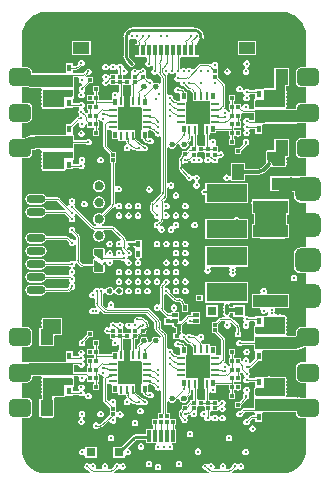
<source format=gbr>
G04*
G04 #@! TF.GenerationSoftware,Altium Limited,Altium Designer,24.1.2 (44)*
G04*
G04 Layer_Physical_Order=6*
G04 Layer_Color=16711680*
%FSLAX25Y25*%
%MOIN*%
G70*
G04*
G04 #@! TF.SameCoordinates,8AA45DA3-EFE9-42F3-ADE2-6CCF78DF1A05*
G04*
G04*
G04 #@! TF.FilePolarity,Positive*
G04*
G01*
G75*
%ADD13C,0.00787*%
%ADD14C,0.00394*%
%ADD21R,0.01575X0.02362*%
%ADD22R,0.09843X0.01968*%
%ADD23R,0.09843X0.03937*%
%ADD30R,0.02362X0.04724*%
%ADD31R,0.01181X0.03543*%
%ADD32R,0.05315X0.03937*%
%ADD33R,0.01575X0.02126*%
%ADD35R,0.03937X0.05315*%
%ADD74C,0.03937*%
%ADD75C,0.00984*%
%ADD80R,0.01193X0.01276*%
%ADD81R,0.01276X0.01451*%
%ADD82R,0.01451X0.01276*%
%ADD83R,0.01276X0.01193*%
G04:AMPARAMS|DCode=86|XSize=86.61mil|YSize=78.74mil|CornerRadius=19.68mil|HoleSize=0mil|Usage=FLASHONLY|Rotation=0.000|XOffset=0mil|YOffset=0mil|HoleType=Round|Shape=RoundedRectangle|*
%AMROUNDEDRECTD86*
21,1,0.08661,0.03937,0,0,0.0*
21,1,0.04724,0.07874,0,0,0.0*
1,1,0.03937,0.02362,-0.01968*
1,1,0.03937,-0.02362,-0.01968*
1,1,0.03937,-0.02362,0.01968*
1,1,0.03937,0.02362,0.01968*
%
%ADD86ROUNDEDRECTD86*%
%ADD87C,0.11811*%
G04:AMPARAMS|DCode=88|XSize=74.8mil|YSize=59.06mil|CornerRadius=14.76mil|HoleSize=0mil|Usage=FLASHONLY|Rotation=0.000|XOffset=0mil|YOffset=0mil|HoleType=Round|Shape=RoundedRectangle|*
%AMROUNDEDRECTD88*
21,1,0.07480,0.02953,0,0,0.0*
21,1,0.04528,0.05906,0,0,0.0*
1,1,0.02953,0.02264,-0.01476*
1,1,0.02953,-0.02264,-0.01476*
1,1,0.02953,-0.02264,0.01476*
1,1,0.02953,0.02264,0.01476*
%
%ADD88ROUNDEDRECTD88*%
%ADD89C,0.00984*%
%ADD90C,0.01181*%
%ADD91C,0.04331*%
%ADD92R,0.01181X0.03937*%
%ADD93R,0.02362X0.03937*%
%ADD94O,0.15748X0.07087*%
%ADD95R,0.03150X0.05906*%
%ADD96R,0.01968X0.05906*%
%ADD97O,0.06299X0.02756*%
%ADD98R,0.05118X0.06496*%
%ADD99R,0.06693X0.06693*%
%ADD100R,0.02756X0.00984*%
%ADD101R,0.01339X0.01968*%
%ADD102R,0.00984X0.02756*%
%ADD103R,0.13780X0.06000*%
%ADD104R,0.01968X0.01181*%
%ADD105R,0.01181X0.01968*%
%AMCUSTOMSHAPE106*
4,1,4,0.01500,0.00000,-0.01500,0.02000,-0.01500,-0.02000,0.01500,-0.02000,0.01500,0.00000,0.0*%
%ADD106CUSTOMSHAPE106*%

%AMCUSTOMSHAPE107*
4,1,4,0.01500,0.02000,-0.01500,0.02000,-0.01500,0.00000,0.01500,-0.02000,0.01500,0.02000,0.0*%
%ADD107CUSTOMSHAPE107*%

%ADD108R,0.03150X0.02953*%
%ADD109R,0.05421X0.04459*%
G36*
X11811Y157629D02*
X90551D01*
X90624Y157659D01*
X92124Y157511D01*
X93635Y157053D01*
X95029Y156308D01*
X96250Y155305D01*
X97253Y154084D01*
X97997Y152691D01*
X98456Y151179D01*
X98604Y149679D01*
X98573Y149606D01*
Y139210D01*
X96949D01*
X96219Y139065D01*
X95601Y138651D01*
X95187Y138033D01*
X95042Y137303D01*
Y134350D01*
X95187Y133621D01*
X95601Y133002D01*
X96219Y132589D01*
X96949Y132444D01*
X98573D01*
Y127399D01*
X96949D01*
X96219Y127254D01*
X95601Y126840D01*
X95187Y126222D01*
X95042Y125492D01*
X94903Y125163D01*
X92167D01*
X92123Y125249D01*
X91930Y125669D01*
Y125710D01*
X91962Y125787D01*
Y126003D01*
X92028Y126163D01*
Y126593D01*
X91962Y126753D01*
Y127184D01*
X92028Y127344D01*
Y127774D01*
X91962Y127934D01*
Y128366D01*
X92028Y128525D01*
Y128955D01*
X91962Y129115D01*
Y129547D01*
X92028Y129706D01*
Y130137D01*
X91962Y130296D01*
Y130728D01*
X92028Y130887D01*
Y131318D01*
X91962Y131477D01*
Y132776D01*
X92716D01*
Y138878D01*
X91839D01*
X91837Y138884D01*
X91535Y139009D01*
X88386D01*
X88085Y138884D01*
X88082Y138878D01*
X87992D01*
Y138661D01*
X87960Y138583D01*
Y132584D01*
X87617Y132185D01*
X87186D01*
X87027Y132119D01*
X86595D01*
X86436Y132185D01*
X86005D01*
X85846Y132119D01*
X85414D01*
X85255Y132185D01*
X84824D01*
X84665Y132119D01*
X84449D01*
X84148Y131994D01*
X83957Y131890D01*
X81595D01*
Y131545D01*
X79632D01*
X79353Y131823D01*
X78956Y131988D01*
X78525D01*
X78127Y131823D01*
X77948Y131645D01*
X77461Y131853D01*
Y132105D01*
X77296Y132503D01*
X76991Y132808D01*
X76593Y132972D01*
X76163D01*
X75765Y132808D01*
X75460Y132503D01*
X75295Y132105D01*
Y131674D01*
X75460Y131277D01*
X75765Y130972D01*
X76163Y130807D01*
X76593D01*
X76991Y130972D01*
X77170Y131150D01*
X77658Y130943D01*
Y130690D01*
X77822Y130292D01*
X77867Y130248D01*
X78083Y129921D01*
X77867Y129595D01*
X77822Y129550D01*
X77658Y129152D01*
Y128722D01*
X77822Y128324D01*
X78127Y128019D01*
X78525Y127854D01*
X78956D01*
X79353Y128019D01*
X79658Y128324D01*
X79823Y128722D01*
Y129152D01*
X79658Y129550D01*
X79614Y129595D01*
X79450Y129842D01*
X79712Y130266D01*
X81595D01*
Y128792D01*
X81300Y128425D01*
D01*
X81267Y128150D01*
X81267Y127930D01*
Y125787D01*
X81300Y125708D01*
Y125669D01*
X81103Y125251D01*
X81059Y125166D01*
X79909D01*
X79583Y125666D01*
X79626Y125769D01*
Y126200D01*
X79461Y126597D01*
X79157Y126902D01*
X78759Y127067D01*
X78328D01*
X77930Y126902D01*
X77626Y126597D01*
X77461Y126200D01*
Y126079D01*
X76981Y125822D01*
X76745Y126010D01*
Y127016D01*
X74491D01*
Y127905D01*
X74843D01*
Y129969D01*
X72862D01*
Y127905D01*
X73213D01*
Y127016D01*
X72862D01*
Y124953D01*
X73213D01*
Y124414D01*
X73159Y124360D01*
X72713Y124181D01*
X72485Y124362D01*
X72374Y124629D01*
X72070Y124934D01*
X71672Y125098D01*
X71566D01*
X71298Y125598D01*
X71377Y125716D01*
X71464Y126153D01*
X71505Y126253D01*
X71505Y132488D01*
X71505Y132977D01*
X71505Y132977D01*
X71505Y132977D01*
X71505D01*
X71464Y133078D01*
X71377Y133515D01*
X71140Y133868D01*
X71097Y133976D01*
X69142Y135968D01*
Y138949D01*
X69142Y138949D01*
X69070Y139449D01*
X69193Y139745D01*
Y140176D01*
X69028Y140574D01*
X68723Y140878D01*
X68326Y141043D01*
X67895D01*
X67497Y140878D01*
X67192Y140574D01*
X67119Y140396D01*
X66982Y140252D01*
X66673Y140163D01*
X66528Y140158D01*
X66354Y140274D01*
X65917Y140361D01*
X65816Y140403D01*
X63515D01*
X63415Y140361D01*
X62977Y140274D01*
X62609Y140028D01*
X62508Y139987D01*
X62508Y139987D01*
X62507Y139986D01*
X62155Y139634D01*
X61103Y138582D01*
X60545Y138624D01*
X60240Y138929D01*
X59842Y139094D01*
X59411D01*
X59013Y138929D01*
X58969Y138885D01*
X58662Y138655D01*
X58316Y138885D01*
X58290Y138910D01*
X57893Y139075D01*
X57462D01*
X57064Y138910D01*
X57020Y138866D01*
X56773Y138702D01*
X56348Y138964D01*
Y142363D01*
X56701Y142717D01*
X57086Y142716D01*
Y142716D01*
X57087D01*
Y142717D01*
X60524D01*
X61023Y142716D01*
Y142716D01*
X61024D01*
Y142717D01*
X62992D01*
Y145920D01*
X64244Y148538D01*
X64251Y148534D01*
X64326Y148646D01*
X64394Y148992D01*
X64395Y148992D01*
X64394Y148992D01*
X64395Y148992D01*
X64517Y149606D01*
X64326Y150566D01*
X63782Y151380D01*
X63236Y151745D01*
X62968Y151924D01*
X62805Y151957D01*
X62332Y152114D01*
X61715Y152324D01*
X61671Y152330D01*
X61533Y152387D01*
X60788Y152485D01*
Y152485D01*
X60288Y152478D01*
X40839Y152478D01*
Y152485D01*
X40094Y152387D01*
X39400Y152100D01*
X38868Y151691D01*
X38810Y151647D01*
D01*
X38511Y151347D01*
D01*
X38470Y151295D01*
X38058Y150758D01*
X37770Y150063D01*
X37672Y149318D01*
X37679D01*
Y142941D01*
X37672D01*
X37770Y142196D01*
X38058Y141502D01*
X38513Y140909D01*
X38517Y140913D01*
X38519Y140913D01*
X39272Y140160D01*
Y140139D01*
X39437Y139741D01*
X39741Y139436D01*
X40139Y139272D01*
X40570D01*
X40968Y139436D01*
X41272Y139741D01*
X41437Y140139D01*
Y140570D01*
X41272Y140968D01*
X40968Y141272D01*
X40570Y141437D01*
X40549D01*
X40135Y141851D01*
X39806Y142198D01*
X39566Y142599D01*
X39498Y142941D01*
X39486D01*
Y148291D01*
X39986Y148587D01*
X40139Y148524D01*
X40570D01*
X40968Y148688D01*
X41012Y148732D01*
X41339Y148949D01*
X41666Y148732D01*
X41710Y148688D01*
X41886Y148615D01*
X42139Y148283D01*
X42172Y148024D01*
X42119Y147757D01*
X42078Y147657D01*
Y147047D01*
X41339D01*
Y142717D01*
X45275D01*
X45424Y142278D01*
Y141246D01*
X45145Y140968D01*
X44980Y140570D01*
Y140139D01*
X45145Y139741D01*
X45450Y139436D01*
X45848Y139272D01*
X46278D01*
X46676Y139436D01*
X46892Y139653D01*
X47309Y139548D01*
X47392Y139499D01*
Y138687D01*
X47114Y138409D01*
X46949Y138011D01*
Y137580D01*
X47114Y137182D01*
X47418Y136877D01*
X47816Y136713D01*
X48247D01*
X48645Y136877D01*
X48686Y136918D01*
X48833Y136920D01*
X49276Y136802D01*
X49433Y136567D01*
X49475Y136461D01*
X50106Y135817D01*
X50118Y135812D01*
X50154Y135727D01*
X50148Y135714D01*
Y133887D01*
X49648Y133540D01*
X49496Y133595D01*
X49491Y133606D01*
X49354Y133743D01*
X49314Y133760D01*
X49289Y133796D01*
X49128Y133904D01*
X49085Y133912D01*
X49055Y133943D01*
X48875Y134017D01*
X48832D01*
X48795Y134042D01*
X48605Y134079D01*
X48562Y134071D01*
X48522Y134088D01*
X48425Y134088D01*
X48425Y134088D01*
X48425Y134088D01*
X48328D01*
X48288Y134071D01*
X48245Y134079D01*
X48055Y134042D01*
X48039Y134031D01*
X47905Y134058D01*
X47570Y134253D01*
X47517Y134325D01*
X47513Y134333D01*
X47374Y134668D01*
X47070Y134973D01*
X46672Y135138D01*
X46241D01*
X46133Y135093D01*
X45669Y135227D01*
X45660Y135231D01*
X45361Y135632D01*
X45314Y135659D01*
Y136858D01*
X45315Y136858D01*
X45085Y137358D01*
X45177Y137580D01*
Y138011D01*
X45012Y138409D01*
X44708Y138713D01*
X44310Y138878D01*
X43879D01*
X43481Y138713D01*
X43177Y138409D01*
X43115Y138261D01*
X43102Y138253D01*
X42875Y138208D01*
X42261Y138399D01*
X42256Y138409D01*
X41952Y138713D01*
X41554Y138878D01*
X41123D01*
X40725Y138713D01*
X40421Y138409D01*
X40256Y138011D01*
Y137580D01*
X40299Y137477D01*
X40307Y136981D01*
X40307Y136981D01*
X40307Y136981D01*
Y135455D01*
X40008Y135079D01*
X39840Y135079D01*
X37945D01*
X37646Y135455D01*
Y136625D01*
X37777Y136713D01*
X38208D01*
X38605Y136877D01*
X38910Y137182D01*
X39075Y137580D01*
Y138011D01*
X38910Y138409D01*
X38605Y138713D01*
X38208Y138878D01*
X38159D01*
X37765Y138946D01*
X37697Y139340D01*
Y139389D01*
X37532Y139787D01*
X37227Y140091D01*
X36830Y140256D01*
X36399D01*
X36001Y140091D01*
X35696Y139787D01*
X35172D01*
X34868Y140091D01*
X34470Y140256D01*
X34039D01*
X33641Y140091D01*
X33336Y139787D01*
X33237Y139548D01*
X32710D01*
X32611Y139787D01*
X32306Y140091D01*
X31908Y140256D01*
X31478D01*
X31080Y140091D01*
X30775Y139787D01*
X30610Y139389D01*
Y138958D01*
X30775Y138560D01*
X31080Y138255D01*
X31478Y138091D01*
X31908D01*
X32306Y138255D01*
X32611Y138560D01*
X32710Y138799D01*
X33237D01*
X33336Y138560D01*
X33641Y138255D01*
X34039Y138091D01*
X34470D01*
X34868Y138255D01*
X35172Y138560D01*
X35590D01*
X35975Y138175D01*
Y137241D01*
X35583Y136981D01*
X35283D01*
Y136981D01*
X33220D01*
Y136475D01*
X32753Y136392D01*
X32678Y136476D01*
X32611Y136637D01*
X32306Y136942D01*
X31908Y137106D01*
X31478D01*
X31080Y136942D01*
X30775Y136637D01*
X30610Y136239D01*
Y135808D01*
X30775Y135410D01*
X30819Y135366D01*
X31036Y135039D01*
X30819Y134713D01*
X30775Y134668D01*
X30610Y134271D01*
Y133840D01*
X30775Y133442D01*
X31080Y133137D01*
X31478Y132973D01*
X31908D01*
X32306Y133137D01*
X32611Y133442D01*
X32721Y133707D01*
X33220Y133607D01*
Y133098D01*
X35283D01*
Y133098D01*
X35583D01*
Y133098D01*
X36166D01*
Y130782D01*
X36108Y130747D01*
X35666Y130629D01*
X35456Y130839D01*
X35058Y131004D01*
X34627D01*
X34229Y130839D01*
X33925Y130535D01*
X33760Y130137D01*
Y129706D01*
X33925Y129308D01*
X33773Y128846D01*
X33773D01*
Y128107D01*
X29500D01*
Y129969D01*
X29149D01*
Y130858D01*
X29500D01*
Y132921D01*
X27520D01*
Y130858D01*
X27871D01*
Y129969D01*
X26947D01*
X26823Y130020D01*
X26393D01*
X26269Y129969D01*
X25618D01*
Y129375D01*
X25525Y129152D01*
Y128722D01*
X25618Y128499D01*
Y127905D01*
X26269D01*
X26393Y127854D01*
X26823D01*
X26947Y127905D01*
X27871D01*
Y127016D01*
X25618D01*
Y124953D01*
X25969D01*
Y124063D01*
X25618D01*
Y124025D01*
X25118Y123818D01*
X24705Y124231D01*
Y124625D01*
X24540Y125023D01*
X24385Y125178D01*
X24287Y125492D01*
X24385Y125806D01*
X24540Y125961D01*
X24705Y126359D01*
Y126790D01*
X24540Y127188D01*
X24235Y127493D01*
X23837Y127657D01*
X23407D01*
X23009Y127493D01*
X22730Y127214D01*
X20768D01*
Y128688D01*
X21062Y129055D01*
D01*
X21095Y129331D01*
X21095Y129550D01*
Y131693D01*
X21062Y131811D01*
D01*
X21059Y132311D01*
X21062Y132363D01*
X21062Y132497D01*
Y135858D01*
X22596D01*
X22717Y135698D01*
X22861Y135358D01*
X22736Y135058D01*
Y134627D01*
X22901Y134229D01*
X23206Y133925D01*
X23588Y133766D01*
X23744Y133437D01*
X23802Y133303D01*
X23604Y132972D01*
X23206Y132808D01*
X22901Y132503D01*
X22736Y132105D01*
Y131674D01*
X22901Y131277D01*
X23009Y130839D01*
X22704Y130535D01*
X22539Y130137D01*
Y129706D01*
X22704Y129308D01*
X23009Y129003D01*
X23407Y128839D01*
X23837D01*
X24235Y129003D01*
X24540Y129308D01*
X24705Y129706D01*
Y130137D01*
X24540Y130535D01*
X24432Y130972D01*
X24737Y131277D01*
X24902Y131674D01*
Y132105D01*
X24801Y132348D01*
X26264Y133811D01*
X27598D01*
Y135874D01*
X25528D01*
X25320Y136357D01*
X25738Y136726D01*
X25769Y136713D01*
X26200D01*
X26597Y136877D01*
X26902Y137182D01*
X27067Y137580D01*
Y138011D01*
X26902Y138409D01*
X26597Y138713D01*
X26200Y138878D01*
X25769D01*
X25371Y138713D01*
X25066Y138409D01*
X24902Y138011D01*
Y137693D01*
X24312Y137173D01*
X24308Y137164D01*
X24227Y137131D01*
X24214Y137136D01*
X21158D01*
X20768Y137402D01*
X20768Y137636D01*
Y138337D01*
X21819D01*
X21920Y138379D01*
X22357Y138466D01*
X22725Y138712D01*
X22827Y138754D01*
X23542Y139469D01*
X23837D01*
X24235Y139633D01*
X24540Y139938D01*
X24705Y140336D01*
Y140767D01*
X24540Y141165D01*
X24235Y141469D01*
X23837Y141634D01*
X23407D01*
X23009Y141469D01*
X22704Y141165D01*
X22539Y140767D01*
Y140336D01*
X22557Y140292D01*
X21923Y139658D01*
X21819Y139616D01*
X20768D01*
Y140551D01*
X18405D01*
Y137588D01*
X18405Y137402D01*
X18035Y137088D01*
X15980D01*
X15747Y137134D01*
X7953D01*
X7845Y137112D01*
X7738Y137138D01*
X7320Y137155D01*
Y137303D01*
X7175Y138033D01*
X6762Y138651D01*
X6143Y139065D01*
X5413Y139210D01*
X3789D01*
Y149606D01*
X3759Y149679D01*
X3906Y151179D01*
X4365Y152691D01*
X5110Y154084D01*
X6112Y155305D01*
X7333Y156308D01*
X8727Y157053D01*
X10239Y157511D01*
X11738Y157659D01*
X11811Y157629D01*
D02*
G37*
G36*
X55051Y137119D02*
X55095Y137074D01*
X55329Y136978D01*
X55329Y136448D01*
X55095Y136351D01*
X54791Y136046D01*
X54626Y135648D01*
Y135218D01*
X54791Y134820D01*
X55095Y134515D01*
X55493Y134350D01*
X55924D01*
X56218Y134472D01*
X56532Y134252D01*
X56622Y134139D01*
X56595Y134074D01*
Y133643D01*
X56759Y133245D01*
X57064Y132940D01*
X57462Y132776D01*
X57856D01*
X58769Y131863D01*
X58873Y131820D01*
X59237Y131576D01*
X59681Y131488D01*
X59778Y131447D01*
X59818Y131447D01*
X59831Y131453D01*
X59917Y131417D01*
X59922Y131404D01*
X60717Y130609D01*
X60718Y130608D01*
X60718Y130608D01*
X60734Y130592D01*
Y127953D01*
X62506D01*
Y127953D01*
X62703D01*
Y127953D01*
X64171D01*
X64475Y127953D01*
X64975Y127953D01*
X66082D01*
X66460Y127872D01*
X66541Y127493D01*
Y126082D01*
X66541D01*
Y125886D01*
X66541D01*
Y124417D01*
X66541Y124114D01*
X66541Y123614D01*
Y122448D01*
X66541Y122145D01*
X66541D01*
Y121948D01*
X66541D01*
Y120538D01*
X66460Y120159D01*
X66082Y120079D01*
X64671D01*
Y116536D01*
X64918D01*
Y113382D01*
X64717Y112965D01*
X64417D01*
Y112965D01*
X62759D01*
X62354Y112965D01*
X62259Y113426D01*
Y116536D01*
X62506D01*
Y120079D01*
X61038D01*
X60734Y120079D01*
X60234Y120079D01*
X59115D01*
X58747Y120157D01*
X58656Y120533D01*
X58656Y121948D01*
X58656Y122448D01*
Y123614D01*
X58656Y123917D01*
X58656D01*
Y124114D01*
X58656D01*
Y125582D01*
X58656Y125886D01*
X58656D01*
Y126082D01*
X58656D01*
Y127596D01*
X58746Y128058D01*
X58746Y128317D01*
Y130814D01*
X58249D01*
X58185Y131134D01*
X57938Y131503D01*
X57897Y131603D01*
X57897Y131603D01*
X57896Y131604D01*
X57896Y131604D01*
X57795Y131706D01*
X57784Y131716D01*
X57685Y131757D01*
X57312Y132007D01*
X56875Y132094D01*
X56774Y132135D01*
Y132135D01*
X56774Y132135D01*
X56601D01*
X56322Y132414D01*
X55924Y132579D01*
X55493D01*
X55095Y132414D01*
X54791Y132109D01*
X54626Y131711D01*
Y131281D01*
X54791Y130883D01*
X55095Y130578D01*
X55493Y130413D01*
X55924D01*
X56120Y130494D01*
X56590Y130239D01*
X56620Y130202D01*
X56620Y128058D01*
X56204Y127854D01*
X55976D01*
X54856Y128134D01*
X54856Y128134D01*
X54795Y128159D01*
X54790Y128170D01*
X54203Y128758D01*
Y129152D01*
X54038Y129550D01*
X53733Y129855D01*
X53335Y130019D01*
X52905D01*
X52714Y129940D01*
X52214Y130215D01*
Y136040D01*
X52172Y136141D01*
X52085Y136577D01*
X52361Y137065D01*
X52385Y137074D01*
X52429Y137119D01*
X52756Y137335D01*
X53083Y137119D01*
X53127Y137074D01*
X53525Y136909D01*
X53956D01*
X54353Y137074D01*
X54398Y137119D01*
X54724Y137335D01*
X55051Y137119D01*
D02*
G37*
G36*
X39603Y133098D02*
X40008Y133098D01*
X40103Y132637D01*
Y129527D01*
X39856D01*
Y125984D01*
X41628D01*
Y125984D01*
X41824D01*
Y125984D01*
X43247D01*
X43615Y125906D01*
X43707Y125530D01*
X43707Y124115D01*
X43707Y123615D01*
Y122449D01*
X43707Y122146D01*
X43707D01*
Y121949D01*
X43707D01*
Y120481D01*
X43707Y120177D01*
X43707D01*
Y119981D01*
X43707D01*
Y118467D01*
X43616Y118005D01*
X43616Y117746D01*
Y115249D01*
X44114D01*
X44177Y114929D01*
X44423Y114561D01*
X44465Y114460D01*
X44465Y114460D01*
X44465Y114459D01*
X44466D01*
X44466Y114459D01*
X44570Y114355D01*
X44576Y114348D01*
X44673Y114308D01*
X45050Y114056D01*
X45487Y113969D01*
X45588Y113928D01*
X45762D01*
X46040Y113649D01*
X46438Y113484D01*
X46869D01*
X47267Y113649D01*
X47571Y113954D01*
X47736Y114352D01*
Y114782D01*
X47571Y115180D01*
X47267Y115485D01*
X46869Y115650D01*
X46438D01*
X46242Y115568D01*
X45772Y115824D01*
X45742Y115861D01*
X45742Y118005D01*
X46158Y118209D01*
X46386D01*
X47490Y117933D01*
X47490Y117933D01*
X47551Y117908D01*
X47557Y117895D01*
X48164Y117298D01*
Y116915D01*
X48328Y116517D01*
X48633Y116212D01*
X49031Y116048D01*
X49462D01*
X49648Y116125D01*
X50148Y115848D01*
Y97373D01*
X50154Y97360D01*
X50118Y97275D01*
X50106Y97270D01*
X47022Y94186D01*
X46979Y94084D01*
X46733Y93715D01*
X46647Y93278D01*
X46605Y93178D01*
Y91717D01*
X46647Y91616D01*
X46733Y91179D01*
X46979Y90811D01*
X47022Y90709D01*
X47741Y89990D01*
X47736Y89979D01*
Y89548D01*
X47901Y89151D01*
X48206Y88846D01*
X48603Y88681D01*
X49034D01*
X49401Y88292D01*
X49426Y88177D01*
X48946Y87697D01*
X48603D01*
X48206Y87532D01*
X47901Y87227D01*
X47736Y86830D01*
Y86399D01*
X47901Y86001D01*
X48206Y85696D01*
X48603Y85532D01*
X48884D01*
X49143Y85364D01*
X49311Y85105D01*
Y84824D01*
X49476Y84426D01*
X49780Y84122D01*
X50178Y83957D01*
X50609D01*
X51007Y84122D01*
X51311Y84426D01*
X51476Y84824D01*
Y85255D01*
X51311Y85653D01*
X51007Y85957D01*
X50609Y86122D01*
X50328D01*
X50069Y86290D01*
X49902Y86549D01*
Y86830D01*
X49897Y86840D01*
X50616Y87559D01*
X50658Y87660D01*
X50904Y88029D01*
X50991Y88466D01*
X51002Y88492D01*
X51082Y88572D01*
X51143Y88612D01*
X51533Y88772D01*
X51753Y88681D01*
X52184D01*
X52582Y88846D01*
X52886Y89151D01*
X53051Y89548D01*
Y89979D01*
X52886Y90377D01*
X52582Y90682D01*
X52184Y90847D01*
X51753D01*
X51533Y90755D01*
X51090Y90983D01*
X51033Y91048D01*
Y91629D01*
X51090Y91694D01*
X51533Y91922D01*
X51753Y91831D01*
X52184D01*
X52582Y91996D01*
X52886Y92300D01*
X53051Y92698D01*
Y93129D01*
X52886Y93527D01*
X52582Y93831D01*
X52184Y93996D01*
X51753D01*
X51533Y93905D01*
X51090Y94133D01*
X51033Y94198D01*
Y94556D01*
X51075Y94659D01*
X51445Y95029D01*
X51797Y95381D01*
X51798Y95382D01*
X51798Y95382D01*
X51839Y95483D01*
X52085Y95851D01*
X52172Y96289D01*
X52214Y96389D01*
Y98948D01*
X52297Y98997D01*
X52714Y99101D01*
X52930Y98885D01*
X53328Y98721D01*
X53759D01*
X54157Y98885D01*
X54461Y99190D01*
X54626Y99588D01*
Y100019D01*
X54461Y100416D01*
X54157Y100721D01*
X53759Y100886D01*
X53328D01*
X52930Y100721D01*
X52714Y100505D01*
X52297Y100609D01*
X52214Y100658D01*
Y112176D01*
X52714Y112522D01*
X52867Y112468D01*
X52871Y112457D01*
X53008Y112320D01*
X53049Y112303D01*
X53073Y112267D01*
X53234Y112159D01*
X53277Y112151D01*
X53308Y112120D01*
X53487Y112046D01*
X53531D01*
X53567Y112022D01*
X53757Y111984D01*
X53800Y111992D01*
X53840Y111975D01*
X54034D01*
X54074Y111992D01*
X54117Y111984D01*
X54307Y112022D01*
X54343Y112046D01*
X54387D01*
X54566Y112120D01*
X54597Y112151D01*
X54640Y112159D01*
X54801Y112267D01*
X54825Y112303D01*
X54866Y112320D01*
X55003Y112457D01*
X55020Y112497D01*
X55056Y112522D01*
X55164Y112683D01*
X55172Y112726D01*
X55203Y112757D01*
X55277Y112936D01*
Y112979D01*
X55301Y113016D01*
X55313Y113075D01*
X55314Y113075D01*
X55315Y113076D01*
X55328Y113102D01*
X55356Y113113D01*
X55356Y113114D01*
X55357Y113114D01*
X56000Y113758D01*
X56044Y113740D01*
X56181Y113656D01*
X56464Y113386D01*
Y113289D01*
X56480Y113249D01*
X56472Y113206D01*
X56510Y113016D01*
X56534Y112979D01*
Y112936D01*
X56608Y112757D01*
X56639Y112726D01*
X56647Y112683D01*
X56755Y112522D01*
X56792Y112497D01*
X56808Y112457D01*
X56945Y112320D01*
X56986Y112303D01*
X57010Y112267D01*
X57171Y112159D01*
X57214Y112151D01*
X57245Y112120D01*
X57424Y112046D01*
X57468D01*
X57504Y112022D01*
X57694Y111984D01*
X57737Y111992D01*
X57777Y111975D01*
X57971D01*
X58011Y111992D01*
X58054Y111984D01*
X58244Y112022D01*
X58280Y112046D01*
X58324D01*
X58503Y112120D01*
X58534Y112151D01*
X58577Y112159D01*
X58738Y112267D01*
X58763Y112303D01*
X58803Y112320D01*
X58940Y112457D01*
X58957Y112497D01*
X58993Y112522D01*
X59101Y112683D01*
X59102Y112689D01*
X59186Y112773D01*
X59350Y113171D01*
Y113601D01*
X59246Y113854D01*
X59874Y114482D01*
X59875Y114483D01*
X59875Y114483D01*
X59917Y114584D01*
X60163Y114952D01*
X60250Y115389D01*
X60291Y115490D01*
Y116082D01*
X60636Y116281D01*
X60981Y116082D01*
Y112965D01*
X59992D01*
Y112188D01*
X59955Y112172D01*
X59518Y112085D01*
X59279Y111925D01*
X59142Y111883D01*
X58405Y111268D01*
X57048D01*
Y110109D01*
X57033Y110094D01*
X56990Y109992D01*
X56956Y109940D01*
X56848Y109866D01*
X56698Y109636D01*
X56695Y109622D01*
X56684Y109613D01*
X56270Y108951D01*
X56251Y108836D01*
X56182Y108733D01*
X56095Y108296D01*
X56054Y108195D01*
Y105641D01*
X56095Y105541D01*
X56182Y105103D01*
X56430Y104733D01*
X56472Y104632D01*
X58563Y102541D01*
Y102147D01*
X58728Y101749D01*
X59032Y101444D01*
X59430Y101279D01*
X59861D01*
X60259Y101444D01*
X60563Y101749D01*
X61090D01*
X61394Y101444D01*
X61628Y101348D01*
Y100818D01*
X61394Y100721D01*
X61090Y100417D01*
X60925Y100019D01*
Y99588D01*
X61090Y99190D01*
X61394Y98885D01*
X61792Y98721D01*
X62223D01*
X62621Y98885D01*
X62926Y99190D01*
X63090Y99588D01*
Y100019D01*
X62926Y100417D01*
X62621Y100721D01*
X62388Y100818D01*
Y101348D01*
X62621Y101444D01*
X62926Y101749D01*
X63090Y102147D01*
Y102578D01*
X62926Y102975D01*
X62621Y103280D01*
X62223Y103445D01*
X61792D01*
X61394Y103280D01*
X61090Y102975D01*
X60563D01*
X60259Y103280D01*
X59861Y103445D01*
X59467D01*
X57729Y105183D01*
X57376Y105536D01*
X57376Y105536D01*
X57332Y106018D01*
Y106983D01*
X57389Y107048D01*
X57832Y107276D01*
X58052Y107185D01*
X58483D01*
X58881Y107350D01*
X59186Y107654D01*
X59264Y107845D01*
X59392Y107870D01*
X59479Y107929D01*
X60030Y107790D01*
X60080Y107717D01*
X60106Y107654D01*
X60410Y107350D01*
X60808Y107185D01*
X61239D01*
X61637Y107350D01*
X61681Y107394D01*
X62008Y107610D01*
X62335Y107394D01*
X62379Y107350D01*
X62777Y107185D01*
X63208D01*
X63605Y107350D01*
X63910Y107654D01*
X64075Y108052D01*
Y108483D01*
X63910Y108881D01*
X63605Y109186D01*
X63208Y109350D01*
X62777D01*
X62555Y109259D01*
X62114Y109485D01*
X62055Y109552D01*
Y110608D01*
X62354Y110984D01*
X62555Y110984D01*
X64417D01*
X64717Y110608D01*
Y109082D01*
X64717Y109082D01*
X64717D01*
X64708Y108586D01*
X64665Y108483D01*
Y108052D01*
X64830Y107654D01*
X65135Y107350D01*
X65533Y107185D01*
X65963D01*
X66361Y107350D01*
X66666Y107654D01*
X67192D01*
X67497Y107350D01*
X67895Y107185D01*
X68326D01*
X68723Y107350D01*
X69028Y107654D01*
X69193Y108052D01*
Y108483D01*
X69150Y108586D01*
X69150Y108618D01*
X69613Y109055D01*
X69630Y109053D01*
X69863Y108957D01*
X70294D01*
X70692Y109122D01*
X70997Y109426D01*
X71161Y109824D01*
Y110255D01*
X70997Y110653D01*
X70692Y110957D01*
X70294Y111122D01*
X69863D01*
X69642Y111030D01*
X69201Y111257D01*
X69142Y111323D01*
Y112965D01*
X68550D01*
X68343Y113465D01*
X68437Y113560D01*
X68602Y113958D01*
Y114389D01*
X68437Y114787D01*
X68133Y115091D01*
X67735Y115256D01*
X67304D01*
X66906Y115091D01*
X66696Y114881D01*
X66254Y114999D01*
X66196Y115034D01*
Y116536D01*
X66443D01*
Y116726D01*
X66463Y117217D01*
X66943Y117217D01*
X68589D01*
Y117956D01*
X72862D01*
Y116095D01*
X73213D01*
Y115205D01*
X72862D01*
Y113142D01*
X74843D01*
Y115205D01*
X74491D01*
Y116095D01*
X75415D01*
X75539Y116043D01*
X75969D01*
X76093Y116095D01*
X76745D01*
Y116688D01*
X76837Y116911D01*
Y117341D01*
X76745Y117564D01*
Y118157D01*
X76093D01*
X75969Y118209D01*
X75539D01*
X75415Y118157D01*
X74491D01*
Y119047D01*
X76745D01*
Y121110D01*
X76393D01*
Y122000D01*
X76745D01*
Y122593D01*
X76837Y122816D01*
Y123247D01*
X76745Y123470D01*
Y123595D01*
X76777Y123650D01*
X77245Y123966D01*
X77432Y123929D01*
X77533Y123887D01*
X81300D01*
Y121623D01*
X79762D01*
X79658Y121873D01*
X79353Y122178D01*
X78956Y122343D01*
X78525D01*
X78127Y122178D01*
X77822Y121873D01*
X77658Y121475D01*
Y121045D01*
X77822Y120647D01*
X77867Y120602D01*
X78083Y120276D01*
X77867Y119949D01*
X77822Y119905D01*
X77658Y119507D01*
Y119076D01*
X77822Y118678D01*
X77867Y118634D01*
X78083Y118307D01*
X77867Y117980D01*
X77822Y117936D01*
X77658Y117538D01*
Y117107D01*
X77822Y116709D01*
X78127Y116405D01*
X78525Y116240D01*
X78956D01*
X79353Y116405D01*
X79658Y116709D01*
X79823Y117107D01*
Y117538D01*
X79658Y117936D01*
X79614Y117980D01*
X79450Y118228D01*
X79712Y118652D01*
X81595D01*
Y116929D01*
X83957D01*
Y119882D01*
X84038Y120134D01*
X84347Y120344D01*
X84380D01*
X84498Y120393D01*
X86382D01*
X86615Y120346D01*
X86615Y120346D01*
X94903D01*
Y120343D01*
X96060Y120457D01*
X96306Y120443D01*
X97677Y120633D01*
X98573D01*
Y115588D01*
X96949D01*
X96219Y115443D01*
X95601Y115029D01*
X95187Y114411D01*
X95042Y113681D01*
Y110728D01*
X95187Y109999D01*
X95601Y109380D01*
X96219Y108967D01*
X96949Y108822D01*
X98573D01*
Y102802D01*
X96850D01*
X96786Y102789D01*
X93706Y102903D01*
X93634Y102896D01*
X93522Y102905D01*
X93498Y102909D01*
X93419Y102910D01*
X93395Y102908D01*
X93371Y102911D01*
X92868D01*
Y103017D01*
X86659D01*
Y97771D01*
X89970D01*
X90008Y97766D01*
X90159Y97768D01*
X90309Y97749D01*
X92903D01*
X93402Y97739D01*
X93515Y97728D01*
X93515Y97744D01*
X94442Y97710D01*
Y96457D01*
X94625Y95535D01*
X95147Y94754D01*
X95929Y94231D01*
X96850Y94048D01*
X98573D01*
Y79180D01*
X96850D01*
X95929Y78997D01*
X95147Y78475D01*
X94625Y77693D01*
X94442Y76772D01*
Y72835D01*
X94625Y71913D01*
X95147Y71132D01*
X95929Y70609D01*
X96850Y70426D01*
X98573D01*
Y52596D01*
X96949D01*
X96219Y52451D01*
X95601Y52037D01*
X95187Y51419D01*
X95042Y50689D01*
Y49771D01*
X94911Y49717D01*
X93617Y49547D01*
X93485Y49573D01*
X92389D01*
X91929Y50073D01*
X91930Y50078D01*
D01*
X91962Y50394D01*
Y50610D01*
X92028Y50769D01*
Y51200D01*
X91962Y51359D01*
Y51791D01*
X92028Y51950D01*
Y52381D01*
X91962Y52540D01*
Y52972D01*
X92028Y53131D01*
Y53562D01*
X91962Y53721D01*
Y54153D01*
X92028Y54312D01*
Y54743D01*
X91962Y54902D01*
Y55334D01*
X92028Y55493D01*
Y55924D01*
X91863Y56322D01*
X91558Y56626D01*
X91160Y56791D01*
X90729D01*
X90354Y56636D01*
X89979Y56791D01*
X89548D01*
X89173Y56636D01*
X88798Y56791D01*
X88553D01*
X88344Y56827D01*
X88091Y57218D01*
Y57302D01*
X87935Y57677D01*
X88091Y58052D01*
Y58483D01*
X88310Y58812D01*
X89764D01*
X89996Y58858D01*
X92815D01*
Y63583D01*
X89996D01*
X89764Y63629D01*
X85699D01*
X85631Y63689D01*
X85406Y64129D01*
X85498Y64352D01*
Y64782D01*
X85333Y65180D01*
X85029Y65485D01*
X84631Y65650D01*
X84200D01*
X83802Y65485D01*
X83498Y65180D01*
X83333Y64782D01*
Y64352D01*
X83431Y64115D01*
X83432Y64099D01*
X83284Y63718D01*
X83162Y63583D01*
X80413D01*
Y58858D01*
X83062D01*
X83312Y58575D01*
X83382Y58325D01*
X83366Y58286D01*
Y57855D01*
X83531Y57458D01*
X83836Y57153D01*
X84233Y56988D01*
X84664D01*
X85062Y57153D01*
X85293Y57384D01*
X85568Y57469D01*
X85808Y57483D01*
X85902Y57444D01*
X85937Y57330D01*
X85925Y57302D01*
Y56871D01*
X85965Y56775D01*
X85607Y56626D01*
X85312Y56332D01*
X84449D01*
X84444Y56330D01*
X83957Y56299D01*
X83644Y56299D01*
X81595D01*
Y55757D01*
X79632D01*
X79353Y56036D01*
X78956Y56201D01*
X78525D01*
X78238Y56392D01*
Y59744D01*
X74301D01*
Y59271D01*
X73130D01*
Y59664D01*
X72965Y60062D01*
X72842Y60185D01*
X73049Y60685D01*
X79331D01*
Y67472D01*
X64764D01*
Y60685D01*
X71045D01*
X71252Y60185D01*
X71129Y60062D01*
X70964Y59664D01*
Y59233D01*
X71044Y59042D01*
Y58674D01*
X70964Y58483D01*
Y58052D01*
X71044Y57861D01*
Y57493D01*
X70964Y57302D01*
Y56871D01*
X71129Y56473D01*
X71345Y56257D01*
X71241Y55840D01*
X71192Y55757D01*
X70404D01*
X70304Y55716D01*
X69867Y55629D01*
X69575Y55434D01*
X69446Y55388D01*
X68251Y54304D01*
X67079D01*
Y50421D01*
X68235D01*
X70184Y48435D01*
X70197Y48430D01*
X70232Y48344D01*
X70227Y48331D01*
X70227Y43650D01*
X69727Y43208D01*
X69004D01*
X68589Y43413D01*
X68589Y43708D01*
Y46169D01*
X66463Y46169D01*
X66443Y46660D01*
Y46850D01*
X64975D01*
X64671Y46850D01*
X63805Y46850D01*
X63673Y47376D01*
X63608Y47464D01*
X63587Y47568D01*
X63546Y47630D01*
X63798Y48129D01*
X63810Y48135D01*
X64196Y48295D01*
X64500Y48599D01*
X64665Y48997D01*
Y49428D01*
X64500Y49826D01*
X64196Y50130D01*
X63798Y50295D01*
X63367D01*
X62969Y50130D01*
X62665Y49826D01*
X62534Y49510D01*
X62365Y49438D01*
X61903Y49434D01*
X61507Y49673D01*
X61432Y49723D01*
X60995Y49810D01*
X60894Y49852D01*
X60538D01*
X60259Y50130D01*
X59861Y50295D01*
X59430D01*
X59032Y50130D01*
X58988Y50086D01*
X58661Y49870D01*
X58335Y50086D01*
X58290Y50130D01*
X57893Y50295D01*
X57485D01*
X57370Y50534D01*
X57284Y50757D01*
Y53230D01*
X58298Y54244D01*
X58851Y54091D01*
X58925Y53914D01*
X59229Y53610D01*
X59627Y53445D01*
X60058D01*
X60311Y53550D01*
X60320Y53544D01*
Y53544D01*
X63076D01*
Y57480D01*
X60320D01*
Y56741D01*
X59578D01*
X59477Y56700D01*
X59040Y56613D01*
X58672Y56367D01*
X58571Y56325D01*
X58571Y56325D01*
X58570Y56324D01*
X58218Y55972D01*
X56716Y54470D01*
X56216Y54677D01*
Y57480D01*
X54761D01*
X54743Y57972D01*
X54797Y57995D01*
X55141Y58137D01*
X55445Y58442D01*
X55610Y58840D01*
Y59271D01*
X55445Y59668D01*
X55141Y59973D01*
X54743Y60138D01*
X54312D01*
X53914Y59973D01*
X53610Y59668D01*
X53445Y59271D01*
Y58840D01*
X53610Y58442D01*
X53914Y58137D01*
X54259Y57995D01*
X54312Y57972D01*
X54294Y57480D01*
X53460D01*
Y57135D01*
X52688D01*
X52675Y57130D01*
X52590Y57165D01*
X52584Y57178D01*
X51075Y58687D01*
X51033Y58791D01*
Y63283D01*
X51090Y63348D01*
X51533Y63576D01*
X51753Y63484D01*
X52147D01*
X54238Y61394D01*
X54337Y61353D01*
X54710Y61104D01*
X55147Y61017D01*
X55247Y60975D01*
X56236Y60975D01*
X56647Y60744D01*
X56647Y60744D01*
X56648Y60744D01*
X57284Y59473D01*
Y57556D01*
X59252D01*
Y60312D01*
X58293D01*
X57791Y61316D01*
X57524Y61687D01*
X57524Y61687D01*
X57376Y61835D01*
X57376Y61835D01*
X57275Y61877D01*
X57140Y61967D01*
X56904Y62125D01*
X56467Y62212D01*
X56367Y62253D01*
Y62253D01*
X56367Y62253D01*
X55625Y62253D01*
X55202Y62291D01*
X54876Y62564D01*
X53051Y64388D01*
Y64782D01*
X52886Y65180D01*
X52582Y65485D01*
X52184Y65650D01*
X51753D01*
X51384Y66038D01*
X51357Y66163D01*
X51812Y66634D01*
X52184D01*
X52582Y66799D01*
X52886Y67103D01*
X53051Y67501D01*
Y67932D01*
X52886Y68330D01*
X52582Y68634D01*
X52184Y68799D01*
X51753D01*
X51355Y68634D01*
X51051Y68330D01*
X50886Y67932D01*
Y67516D01*
X50155Y66759D01*
X50110Y66645D01*
X49883Y66305D01*
X49796Y65868D01*
X49755Y65768D01*
Y60339D01*
X49697Y60275D01*
X49255Y60047D01*
X49034Y60138D01*
X48603D01*
X48206Y59973D01*
X47901Y59668D01*
X47736Y59271D01*
Y58840D01*
X47901Y58442D01*
X48206Y58137D01*
X48603Y57973D01*
X49034D01*
X49411Y58128D01*
X49446Y58138D01*
X50032Y58030D01*
X50129Y57885D01*
X50171Y57783D01*
X51681Y56274D01*
X51783Y56231D01*
X52061Y56045D01*
X52004Y55612D01*
X51978Y55545D01*
X51331D01*
Y53307D01*
X53394D01*
Y53307D01*
X53839Y53175D01*
Y53131D01*
X54003Y52733D01*
X54308Y52429D01*
X54706Y52264D01*
X55137D01*
X55305Y51828D01*
X55285Y51499D01*
X55207Y51104D01*
X55219Y51099D01*
X55030Y50638D01*
X54292D01*
Y48575D01*
X56530Y48575D01*
X56958Y48401D01*
X57064Y48295D01*
X57462Y48130D01*
X57856D01*
X58767Y47219D01*
X58869Y47176D01*
X59237Y46930D01*
X59360Y46906D01*
X59723Y46823D01*
X59775Y46802D01*
X59793D01*
X59817Y46802D01*
X59817Y46802D01*
X60189Y46492D01*
X60734Y45946D01*
Y43307D01*
X62506D01*
Y43307D01*
X62703D01*
Y43307D01*
X64171D01*
X64475Y43307D01*
X64975Y43307D01*
X66082D01*
X66460Y43226D01*
X66541Y42848D01*
Y41437D01*
X66541D01*
Y41240D01*
X66541D01*
Y39771D01*
X66541Y39469D01*
X66541Y38969D01*
Y37802D01*
X66541Y37500D01*
X66541D01*
Y37302D01*
X66541D01*
Y35892D01*
X66460Y35513D01*
X66082Y35433D01*
X64671D01*
Y31890D01*
X64918D01*
Y28736D01*
X64717Y28319D01*
X64417D01*
Y28319D01*
X62759D01*
X62354Y28319D01*
X62259Y28780D01*
Y31890D01*
X62506D01*
Y35433D01*
X61038D01*
X60734Y35433D01*
X60234Y35433D01*
X59115D01*
X58747Y35511D01*
X58656Y35888D01*
X58656Y37302D01*
X58656Y37802D01*
Y38969D01*
X58656Y39271D01*
X58656D01*
Y39469D01*
X58656D01*
Y40937D01*
X58656Y41240D01*
X58656D01*
Y41437D01*
X58656D01*
Y42950D01*
X58746Y43413D01*
X58746Y43671D01*
Y46169D01*
X58249D01*
X58185Y46488D01*
X57938Y46857D01*
X57897Y46959D01*
X57897Y46959D01*
Y46959D01*
X57783Y47072D01*
X57783Y47072D01*
X57683Y47113D01*
X57312Y47361D01*
X56875Y47448D01*
X56774Y47490D01*
Y47490D01*
X56774Y47490D01*
X56601D01*
X56322Y47768D01*
X55924Y47933D01*
X55493D01*
X55095Y47768D01*
X54791Y47464D01*
X54626Y47066D01*
Y46635D01*
X54791Y46237D01*
X55095Y45932D01*
X55493Y45768D01*
X55924D01*
X56120Y45849D01*
X56590Y45593D01*
X56620Y45556D01*
X56620Y43413D01*
X56204Y43208D01*
X55976D01*
X55342Y43367D01*
X54859Y43488D01*
X54857Y43488D01*
X54514Y43801D01*
X54203Y44112D01*
Y44506D01*
X54038Y44904D01*
X53733Y45209D01*
X53335Y45374D01*
X52905D01*
X52714Y45295D01*
X52214Y45570D01*
Y49185D01*
X52214Y49674D01*
X52214Y49674D01*
X52214Y49674D01*
X52214D01*
X52172Y49774D01*
X52085Y50212D01*
X51838Y50582D01*
X51796Y50683D01*
X51796Y50683D01*
X51796Y50683D01*
X50090Y52389D01*
X50078Y52394D01*
X50043Y52478D01*
X50049Y52491D01*
Y54398D01*
X50007Y54499D01*
X49920Y54936D01*
X49672Y55306D01*
X49631Y55407D01*
X49631Y55407D01*
X49631Y55407D01*
X49631Y55407D01*
X49286Y55752D01*
X46550Y58488D01*
X46450Y58529D01*
X46078Y58778D01*
X45641Y58865D01*
X45540Y58907D01*
X34570D01*
X34363Y59407D01*
X34382Y59426D01*
X34547Y59824D01*
Y60255D01*
X34382Y60653D01*
X34078Y60957D01*
X33680Y61122D01*
X33249D01*
X32851Y60957D01*
X32547Y60653D01*
X32382Y60255D01*
Y59824D01*
X32485Y59576D01*
X32288Y59110D01*
X32235Y59044D01*
X32034Y58976D01*
X31897Y58968D01*
X30997Y59868D01*
X30984Y59873D01*
X30949Y59959D01*
X30954Y59972D01*
Y63675D01*
X31233Y63954D01*
X31264Y64028D01*
X31285Y64036D01*
X31294Y64038D01*
X31786Y63983D01*
X31805Y63938D01*
X31836Y63907D01*
X31844Y63864D01*
X31952Y63703D01*
X31988Y63678D01*
X32005Y63638D01*
X32142Y63501D01*
X32182Y63484D01*
X32207Y63448D01*
X32368Y63340D01*
X32411Y63332D01*
X32442Y63301D01*
X32621Y63227D01*
X32664D01*
X32701Y63203D01*
X32891Y63165D01*
X32934Y63173D01*
X32974Y63156D01*
X33168D01*
X33208Y63173D01*
X33251Y63165D01*
X33441Y63203D01*
X33477Y63227D01*
X33521D01*
X33700Y63301D01*
X33731Y63332D01*
X33774Y63340D01*
X33935Y63448D01*
X33959Y63484D01*
X34000Y63501D01*
X34137Y63638D01*
X34153Y63678D01*
X34190Y63703D01*
X34297Y63864D01*
X34646Y64060D01*
X34994Y63864D01*
X35102Y63703D01*
X35138Y63678D01*
X35155Y63638D01*
X35292Y63501D01*
X35332Y63484D01*
X35356Y63448D01*
X35517Y63340D01*
X35560Y63332D01*
X35591Y63301D01*
X35770Y63227D01*
X35814D01*
X35850Y63203D01*
X36040Y63165D01*
X36083Y63173D01*
X36123Y63156D01*
X36317D01*
X36358Y63173D01*
X36401Y63165D01*
X36591Y63203D01*
X36627Y63227D01*
X36671D01*
X36850Y63301D01*
X36881Y63332D01*
X36923Y63340D01*
X37085Y63448D01*
X37109Y63484D01*
X37149Y63501D01*
X37286Y63638D01*
X37303Y63678D01*
X37339Y63703D01*
X37447Y63864D01*
X37455Y63907D01*
X37486Y63938D01*
X37561Y64117D01*
Y64160D01*
X37585Y64197D01*
X37623Y64387D01*
X37614Y64430D01*
X37631Y64470D01*
Y64664D01*
X37614Y64704D01*
X37623Y64747D01*
X37585Y64937D01*
X37561Y64973D01*
Y65017D01*
X37486Y65196D01*
X37455Y65227D01*
X37447Y65270D01*
X37339Y65431D01*
X37303Y65455D01*
X37286Y65496D01*
X37149Y65633D01*
X37109Y65649D01*
X37085Y65686D01*
X36923Y65794D01*
X36881Y65802D01*
X36850Y65833D01*
X36671Y65907D01*
X36627D01*
X36591Y65931D01*
X36400Y65969D01*
X36358Y65961D01*
X36318Y65977D01*
X36220Y65977D01*
X36220Y65977D01*
X36220Y65977D01*
X36123D01*
X36083Y65961D01*
X36040Y65969D01*
X35850Y65931D01*
X35814Y65907D01*
X35770D01*
X35591Y65833D01*
X35560Y65802D01*
X35517Y65794D01*
X35356Y65686D01*
X35332Y65649D01*
X35292Y65633D01*
X35155Y65496D01*
X35138Y65455D01*
X35102Y65431D01*
X34994Y65270D01*
X34646Y65074D01*
X34297Y65270D01*
X34190Y65431D01*
X34153Y65455D01*
X34137Y65496D01*
X34000Y65633D01*
X33959Y65649D01*
X33935Y65686D01*
X33774Y65794D01*
X33731Y65802D01*
X33700Y65833D01*
X33521Y65907D01*
X33477D01*
X33441Y65931D01*
X33251Y65969D01*
X33208Y65961D01*
X33168Y65977D01*
X33071Y65977D01*
X33071Y65977D01*
X33071Y65977D01*
X32974D01*
X32934Y65961D01*
X32891Y65969D01*
X32701Y65931D01*
X32664Y65907D01*
X32621D01*
X32442Y65833D01*
X32411Y65802D01*
X32368Y65794D01*
X32207Y65686D01*
X32182Y65649D01*
X32142Y65633D01*
X32005Y65496D01*
X31988Y65455D01*
X31952Y65431D01*
X31844Y65270D01*
X31836Y65227D01*
X31805Y65196D01*
X31786Y65151D01*
X31294Y65096D01*
X31285Y65098D01*
X31264Y65106D01*
X31233Y65180D01*
X30928Y65485D01*
X30530Y65650D01*
X30100D01*
X29702Y65485D01*
X29528Y65311D01*
X29353Y65485D01*
X28956Y65650D01*
X28525D01*
X28127Y65485D01*
X27822Y65180D01*
X27657Y64782D01*
Y64734D01*
X27589Y64340D01*
X27196Y64272D01*
X27147D01*
X26749Y64107D01*
X26444Y63802D01*
X26280Y63404D01*
Y62974D01*
X26444Y62576D01*
X26749Y62271D01*
X27147Y62106D01*
X27578D01*
X27601Y62116D01*
X28101Y61782D01*
Y60433D01*
X28143Y60332D01*
X28230Y59895D01*
X28476Y59527D01*
X28518Y59425D01*
X28363Y59044D01*
X27867Y58837D01*
X27578Y58957D01*
X27147D01*
X26749Y58792D01*
X26444Y58487D01*
X26280Y58089D01*
Y57659D01*
X26444Y57261D01*
X26749Y56956D01*
X27147Y56791D01*
X27578D01*
X27953Y56947D01*
X28328Y56791D01*
X28759D01*
X29157Y56956D01*
X29461Y57261D01*
X29626Y57659D01*
X30126Y57817D01*
X30685Y57258D01*
X30786Y57216D01*
X31155Y56970D01*
X31592Y56883D01*
X31693Y56841D01*
X45214D01*
X45319Y56798D01*
X47939Y54177D01*
X47983Y54072D01*
Y52165D01*
X48024Y52065D01*
X48111Y51628D01*
X48355Y51263D01*
X48398Y51159D01*
X50105Y49452D01*
X50118Y49447D01*
X50154Y49361D01*
X50148Y49348D01*
Y49242D01*
X49648Y48895D01*
X49496Y48949D01*
X49491Y48960D01*
X49354Y49097D01*
X49314Y49114D01*
X49289Y49150D01*
X49128Y49258D01*
X49085Y49267D01*
X49055Y49297D01*
X48875Y49372D01*
X48832D01*
X48795Y49396D01*
X48605Y49434D01*
X48562Y49425D01*
X48522Y49442D01*
X48425Y49442D01*
X48425Y49442D01*
X48425Y49442D01*
X48328D01*
X48288Y49425D01*
X48245Y49434D01*
X48055Y49396D01*
X48019Y49372D01*
X47975D01*
X47796Y49297D01*
X47765Y49267D01*
X47722Y49258D01*
X47561Y49150D01*
X47537Y49114D01*
X47496Y49097D01*
X47359Y48960D01*
X47343Y48920D01*
X47306Y48896D01*
X47199Y48735D01*
X47190Y48692D01*
X47159Y48661D01*
X47085Y48482D01*
Y48438D01*
X47061Y48402D01*
X47045Y48319D01*
X47006Y48303D01*
X46362Y47660D01*
X46318Y47677D01*
X45899Y47935D01*
Y48128D01*
X45882Y48169D01*
X45890Y48212D01*
X45853Y48402D01*
X45828Y48438D01*
Y48482D01*
X45754Y48661D01*
X45723Y48692D01*
X45715Y48735D01*
X45607Y48896D01*
X45571Y48920D01*
X45554Y48960D01*
X45417Y49097D01*
X45377Y49114D01*
X45352Y49150D01*
X45191Y49258D01*
X45148Y49267D01*
X45118Y49297D01*
X44938Y49372D01*
X44895D01*
X44858Y49396D01*
X44668Y49434D01*
X44625Y49425D01*
X44585Y49442D01*
X44488Y49442D01*
X44488Y49442D01*
X44488Y49442D01*
X44391D01*
X44351Y49425D01*
X44308Y49434D01*
X44118Y49396D01*
X44082Y49372D01*
X44038D01*
X43859Y49297D01*
X43828Y49267D01*
X43785Y49258D01*
X43624Y49150D01*
X43600Y49114D01*
X43559Y49097D01*
X43422Y48960D01*
X43406Y48920D01*
X43369Y48896D01*
X43262Y48735D01*
X43260Y48729D01*
X43177Y48645D01*
X43012Y48247D01*
Y47816D01*
X43116Y47564D01*
X42488Y46935D01*
X42445Y46833D01*
X42200Y46465D01*
X42113Y46028D01*
X42071Y45927D01*
Y45335D01*
X41726Y45136D01*
X41381Y45335D01*
Y48452D01*
X42370D01*
Y49416D01*
X43914Y50150D01*
X45314D01*
Y51309D01*
X45338Y51332D01*
X45339Y51334D01*
X45576Y51648D01*
X45933Y52291D01*
X45943Y52386D01*
X45983Y52445D01*
X46070Y52882D01*
X46112Y52983D01*
Y53414D01*
X46070Y53515D01*
X45983Y53952D01*
X45735Y54322D01*
X45694Y54423D01*
X45694Y54423D01*
X45694Y54423D01*
X45131Y54986D01*
X44777Y55339D01*
X44777Y55339D01*
X44777Y55339D01*
X44677Y55381D01*
X44306Y55629D01*
X43869Y55716D01*
X43768Y55757D01*
X43215D01*
X42936Y56036D01*
X42538Y56201D01*
X42107D01*
X41710Y56036D01*
X41405Y55731D01*
X41240Y55334D01*
Y54903D01*
X41311Y54732D01*
X41144Y54287D01*
X41033Y54195D01*
X40725Y54067D01*
X40681Y54023D01*
X40354Y53807D01*
X40028Y54023D01*
X39983Y54067D01*
X39585Y54232D01*
X39155D01*
X38757Y54067D01*
X38452Y53763D01*
X38287Y53365D01*
Y52934D01*
X38452Y52536D01*
X38757Y52232D01*
X39155Y52067D01*
X39585D01*
X39807Y52159D01*
X40248Y51932D01*
X40307Y51866D01*
Y50809D01*
X40008Y50433D01*
X39840Y50433D01*
X37945D01*
X37646Y50809D01*
Y52335D01*
X37646Y52335D01*
X37646D01*
X37654Y52832D01*
X37697Y52934D01*
Y53365D01*
X37532Y53763D01*
X37227Y54067D01*
X36830Y54232D01*
X36399D01*
X36001Y54067D01*
X35696Y53763D01*
X35170D01*
X34865Y54067D01*
X34467Y54232D01*
X34037D01*
X33639Y54067D01*
X33334Y53763D01*
X33169Y53365D01*
Y52934D01*
X33212Y52832D01*
X33212Y52799D01*
X32750Y52363D01*
X32732Y52364D01*
X32499Y52461D01*
X32068D01*
X31670Y52296D01*
X31366Y51991D01*
X31201Y51593D01*
Y51163D01*
X31366Y50765D01*
X31670Y50460D01*
X32068Y50295D01*
X32499D01*
X32721Y50387D01*
X32753Y50385D01*
X33158Y50164D01*
X33220Y50094D01*
Y48452D01*
X33812D01*
X34020Y47952D01*
X33925Y47857D01*
X33760Y47459D01*
Y47029D01*
X33925Y46631D01*
X34229Y46326D01*
X34627Y46161D01*
X35058D01*
X35456Y46326D01*
X35666Y46536D01*
X36108Y46419D01*
X36166Y46383D01*
Y44882D01*
X35919D01*
Y44692D01*
X35899Y44200D01*
X35419Y44200D01*
X33773D01*
Y43461D01*
X29500D01*
Y45323D01*
X29149D01*
Y46213D01*
X29500D01*
Y48276D01*
X27520D01*
Y46213D01*
X27871D01*
Y45323D01*
X26947D01*
X26823Y45374D01*
X26393D01*
X26269Y45323D01*
X25618D01*
Y44730D01*
X25525Y44507D01*
Y44076D01*
X25618Y43853D01*
Y43260D01*
X26269D01*
X26393Y43209D01*
X26823D01*
X26947Y43260D01*
X27871D01*
Y42370D01*
X25618D01*
Y40307D01*
X25969D01*
Y39417D01*
X25618D01*
Y38824D01*
X25525Y38601D01*
Y38170D01*
X25618Y37948D01*
Y37822D01*
X25585Y37767D01*
X25118Y37451D01*
X24930Y37488D01*
X24829Y37530D01*
X21062D01*
Y39795D01*
X22600D01*
X22704Y39544D01*
X23009Y39240D01*
X23407Y39075D01*
X23837D01*
X24235Y39240D01*
X24540Y39544D01*
X24705Y39942D01*
Y40373D01*
X24540Y40771D01*
X24496Y40815D01*
X24279Y41142D01*
X24496Y41468D01*
X24540Y41513D01*
X24705Y41911D01*
Y42341D01*
X24540Y42739D01*
X24496Y42784D01*
X24279Y43110D01*
X24496Y43437D01*
X24540Y43481D01*
X24705Y43879D01*
Y44310D01*
X24540Y44708D01*
X24235Y45012D01*
X23837Y45177D01*
X23407D01*
X23009Y45012D01*
X22704Y44708D01*
X22539Y44310D01*
Y43879D01*
X22704Y43481D01*
X22749Y43437D01*
X22912Y43190D01*
X22650Y42765D01*
X20768D01*
Y44488D01*
X18405D01*
Y41339D01*
X18035Y41025D01*
X15980D01*
X15747Y41071D01*
X8211D01*
Y41074D01*
X7469Y41001D01*
X7238Y41025D01*
X4706Y40785D01*
X3789D01*
Y45829D01*
X5413D01*
X6143Y45975D01*
X6762Y46388D01*
X7175Y47007D01*
X7320Y47736D01*
Y50689D01*
X7175Y51419D01*
X6762Y52037D01*
X6143Y52451D01*
X5413Y52596D01*
X3789D01*
Y108822D01*
X5413D01*
X6143Y108967D01*
X6762Y109380D01*
X7175Y109999D01*
X7320Y110728D01*
Y111499D01*
X7366Y111515D01*
X7375Y111521D01*
X7808Y111700D01*
X9103Y111871D01*
X9234Y111844D01*
X9973D01*
X10433Y111344D01*
X10433Y111339D01*
D01*
X10401Y111024D01*
Y110808D01*
X10335Y110648D01*
Y110218D01*
X10401Y110058D01*
Y109627D01*
X10335Y109467D01*
Y109037D01*
X10401Y108877D01*
Y108446D01*
X10335Y108286D01*
Y107855D01*
X10401Y107696D01*
Y107264D01*
X10335Y107105D01*
Y106674D01*
X10401Y106515D01*
Y106083D01*
X10335Y105924D01*
Y105493D01*
X10401Y105334D01*
Y105118D01*
X10525Y104817D01*
X10827Y104692D01*
X11043D01*
X11202Y104626D01*
X11633D01*
X11792Y104692D01*
X12224D01*
X12383Y104626D01*
X12814D01*
X12973Y104692D01*
X13405D01*
X13564Y104626D01*
X13995D01*
X14154Y104692D01*
X14586D01*
X14745Y104626D01*
X15176D01*
X15335Y104692D01*
X15767D01*
X15926Y104626D01*
X16357D01*
X16517Y104692D01*
X17913D01*
X18215Y104817D01*
X18567Y105118D01*
X18839Y105118D01*
X20768D01*
Y105660D01*
X22730D01*
X23009Y105381D01*
X23407Y105217D01*
X23837D01*
X24235Y105381D01*
X24540Y105686D01*
X24705Y106084D01*
Y106515D01*
X24561Y106862D01*
X24432Y107350D01*
X24737Y107654D01*
X24902Y108052D01*
Y108483D01*
X24737Y108881D01*
X24432Y109186D01*
X24034Y109350D01*
X23604D01*
X23206Y109186D01*
X22901Y108881D01*
X22736Y108483D01*
Y108052D01*
X22880Y107705D01*
X22977Y107336D01*
X22640Y106938D01*
X21121D01*
X20768Y107292D01*
X20768Y108107D01*
X20873Y108340D01*
X21062Y108583D01*
X21062Y108646D01*
Y108779D01*
X21095Y108858D01*
Y111024D01*
X21062Y111339D01*
D01*
X21045Y111391D01*
X21062Y111891D01*
X21062D01*
Y113534D01*
X25092D01*
X25371Y113255D01*
X25769Y113091D01*
X26200D01*
X26597Y113255D01*
X26902Y113560D01*
X27067Y113958D01*
Y114389D01*
X26902Y114787D01*
X26597Y115091D01*
X26200Y115256D01*
X25769D01*
X25371Y115091D01*
X25092Y114812D01*
X21062D01*
X21062Y116615D01*
X20768Y116993D01*
X20768Y117115D01*
Y119175D01*
X22413Y120820D01*
X22837Y120537D01*
X22736Y120294D01*
Y119863D01*
X22901Y119465D01*
X23206Y119161D01*
X23604Y118996D01*
X24034D01*
X24432Y119161D01*
X24737Y119465D01*
X24902Y119863D01*
Y120050D01*
X25387Y120301D01*
X25618Y120115D01*
Y119047D01*
X27871D01*
Y118157D01*
X27520D01*
Y116095D01*
X29500D01*
Y118157D01*
X29149D01*
Y119047D01*
X29500D01*
Y121110D01*
X29149D01*
Y121649D01*
X29203Y121703D01*
X29649Y121882D01*
X29877Y121702D01*
X29988Y121434D01*
X30292Y121129D01*
X30690Y120965D01*
X30732Y120926D01*
X30970Y120465D01*
X30857Y120191D01*
Y112762D01*
X31044Y112310D01*
X33220Y110134D01*
Y107114D01*
X33613D01*
Y93633D01*
X33618Y93620D01*
X33583Y93534D01*
X33570Y93529D01*
X30420Y90379D01*
X30150Y90491D01*
X30106D01*
X30070Y90515D01*
X29766Y90575D01*
X29723Y90567D01*
X29683Y90584D01*
X29373D01*
X29332Y90567D01*
X29289Y90575D01*
X28985Y90515D01*
X28949Y90491D01*
X28905D01*
X28618Y90372D01*
X28588Y90341D01*
X28545Y90333D01*
X28287Y90160D01*
X28263Y90124D01*
X28222Y90107D01*
X28003Y89888D01*
X27986Y89848D01*
X27950Y89823D01*
X27778Y89565D01*
X27769Y89523D01*
X27738Y89492D01*
X27620Y89205D01*
Y89161D01*
X27595Y89125D01*
X27535Y88821D01*
X27543Y88778D01*
X27527Y88738D01*
Y88428D01*
X27543Y88387D01*
X27535Y88344D01*
X27595Y88040D01*
X27620Y88004D01*
Y87960D01*
X27738Y87674D01*
X27769Y87643D01*
X27778Y87600D01*
X27950Y87342D01*
X27986Y87318D01*
X28003Y87278D01*
X28222Y87058D01*
X28263Y87041D01*
X28287Y87005D01*
X28545Y86833D01*
X28552Y86769D01*
X28398Y86503D01*
X28108Y86283D01*
X27840Y86307D01*
X27514Y86579D01*
X21555Y92538D01*
Y92932D01*
X21390Y93330D01*
X21118Y93602D01*
X21390Y93875D01*
X21555Y94273D01*
Y94704D01*
X21390Y95101D01*
X21086Y95406D01*
X20688Y95571D01*
X20257D01*
X19859Y95406D01*
X19555Y95101D01*
X19390Y94704D01*
Y94273D01*
X19555Y93875D01*
X19827Y93602D01*
X19555Y93330D01*
X19481Y93153D01*
X18928Y93000D01*
X16549Y95379D01*
X16549Y95379D01*
X16549Y95379D01*
X16448Y95420D01*
X16078Y95668D01*
X15641Y95755D01*
X15540Y95796D01*
X11915D01*
X11905Y95848D01*
X11513Y96434D01*
X10927Y96826D01*
X10236Y96964D01*
X6693D01*
X6002Y96826D01*
X5415Y96434D01*
X5024Y95848D01*
X4886Y95157D01*
X5024Y94466D01*
X5415Y93880D01*
X6002Y93488D01*
X6693Y93351D01*
X10236D01*
X10927Y93488D01*
X11513Y93880D01*
X11905Y94466D01*
X11915Y94518D01*
X15540D01*
X15553Y94523D01*
X15640Y94488D01*
X15645Y94475D01*
X18232Y91888D01*
X18003Y91424D01*
X17903Y91465D01*
X11915D01*
X11905Y91517D01*
X11513Y92103D01*
X10927Y92495D01*
X10236Y92633D01*
X6693D01*
X6002Y92495D01*
X5415Y92103D01*
X5024Y91517D01*
X4886Y90826D01*
X5024Y90135D01*
X5415Y89549D01*
X6002Y89157D01*
X6693Y89020D01*
X10236D01*
X10927Y89157D01*
X11513Y89549D01*
X11905Y90135D01*
X11915Y90187D01*
X17903D01*
X17916Y90192D01*
X18002Y90157D01*
X18008Y90144D01*
X19390Y88761D01*
Y88367D01*
X19555Y87969D01*
X19859Y87665D01*
X20257Y87500D01*
X20688D01*
X21086Y87665D01*
X21390Y87969D01*
X21555Y88367D01*
Y88798D01*
X21390Y89196D01*
X21346Y89240D01*
X21130Y89567D01*
X21346Y89894D01*
X21390Y89938D01*
X21463Y90114D01*
X22017Y90268D01*
X26873Y85412D01*
X26969Y85372D01*
X27347Y85119D01*
X27792Y85031D01*
X27889Y84991D01*
X27960D01*
X27974Y84977D01*
X27974Y84976D01*
X28118Y84491D01*
X28003Y84376D01*
X27986Y84336D01*
X27950Y84311D01*
X27778Y84054D01*
X27769Y84011D01*
X27738Y83980D01*
X27620Y83693D01*
Y83650D01*
X27595Y83613D01*
X27535Y83309D01*
X27543Y83266D01*
X27527Y83226D01*
Y82916D01*
X27543Y82875D01*
X27535Y82833D01*
X27595Y82528D01*
X27620Y82492D01*
Y82448D01*
X27738Y82162D01*
X27769Y82131D01*
X27778Y82088D01*
X27950Y81830D01*
X27986Y81806D01*
X28003Y81766D01*
X28222Y81546D01*
X28263Y81530D01*
X28287Y81493D01*
X28545Y81321D01*
X28588Y81313D01*
X28618Y81282D01*
X28905Y81163D01*
X28949D01*
X28985Y81139D01*
X29289Y81078D01*
X29332Y81087D01*
X29373Y81070D01*
X29683D01*
X29723Y81087D01*
X29766Y81078D01*
X30070Y81139D01*
X30106Y81163D01*
X30150D01*
X30437Y81282D01*
X30468Y81313D01*
X30510Y81321D01*
X30768Y81493D01*
X30792Y81530D01*
X30833Y81546D01*
X31052Y81766D01*
X31069Y81806D01*
X31105Y81830D01*
X31277Y82088D01*
X31286Y82131D01*
X31317Y82162D01*
X31435Y82448D01*
Y82492D01*
X31460Y82528D01*
X31520Y82833D01*
X31512Y82875D01*
X31528Y82916D01*
Y83226D01*
X31512Y83266D01*
X31520Y83309D01*
X31460Y83613D01*
X31435Y83650D01*
Y83693D01*
X31317Y83980D01*
X31286Y84011D01*
X31277Y84054D01*
X31105Y84311D01*
X31069Y84336D01*
X31052Y84376D01*
X30937Y84491D01*
X31081Y84976D01*
X31082Y84977D01*
X31095Y84991D01*
X33729D01*
X33742Y84996D01*
X33828Y84960D01*
X33834Y84947D01*
X36825Y81956D01*
X36799Y81788D01*
X36436Y81398D01*
X36005D01*
X35607Y81233D01*
X35303Y80928D01*
X35138Y80530D01*
Y80100D01*
X35303Y79702D01*
X35607Y79397D01*
X36005Y79232D01*
X36436D01*
X36656Y79324D01*
X37126Y79082D01*
X37169Y79036D01*
X37198Y78966D01*
X37285Y78529D01*
X37531Y78160D01*
X37573Y78058D01*
X38287Y77344D01*
Y77100D01*
X38146Y76882D01*
X37631Y76737D01*
X37471Y76841D01*
X37303Y77100D01*
Y77381D01*
X37138Y77779D01*
X36834Y78083D01*
X36436Y78248D01*
X36005D01*
X35607Y78083D01*
X35303Y77779D01*
X35138Y77381D01*
Y76950D01*
X35229Y76730D01*
X35001Y76287D01*
X34936Y76230D01*
X34379D01*
X34087Y76730D01*
X34154Y76891D01*
Y77321D01*
X33989Y77719D01*
X33684Y78024D01*
X33286Y78189D01*
X32855D01*
X32458Y78024D01*
X32153Y77719D01*
X31988Y77321D01*
Y77065D01*
X31653Y76725D01*
X31539Y76669D01*
X31454Y76692D01*
Y78553D01*
X31329Y78855D01*
X31028Y78979D01*
X28028D01*
X27726Y78855D01*
X27601Y78553D01*
Y76553D01*
X27618Y76513D01*
X27610Y76470D01*
X27679Y76367D01*
X27726Y76252D01*
X27767Y76235D01*
X27791Y76199D01*
X28177Y75941D01*
X28177Y75941D01*
X27991Y75464D01*
X27987Y75463D01*
X27944Y75471D01*
X27841Y75402D01*
X27726Y75354D01*
X27709Y75314D01*
X27673Y75289D01*
X27649Y75168D01*
X27601Y75053D01*
Y73692D01*
X24123D01*
X24110Y73687D01*
X24025Y73722D01*
X24020Y73735D01*
X23124Y74631D01*
X23111Y74636D01*
X23075Y74723D01*
X23080Y74736D01*
X23080Y82059D01*
X23080Y82548D01*
X23080Y82548D01*
X23080Y82548D01*
X23080D01*
X23039Y82648D01*
X22952Y83086D01*
X22704Y83456D01*
X22662Y83557D01*
X22662Y83557D01*
X22662Y83557D01*
X21555Y84664D01*
Y85058D01*
X21390Y85456D01*
X21086Y85760D01*
X20688Y85925D01*
X20257D01*
X19859Y85760D01*
X19555Y85456D01*
X19390Y85058D01*
Y84627D01*
X19555Y84229D01*
X19859Y83925D01*
X20257Y83760D01*
X20651D01*
X21758Y82653D01*
X21771Y82647D01*
X21807Y82561D01*
X21802Y82548D01*
Y81564D01*
X21719Y81515D01*
X21302Y81410D01*
X21086Y81626D01*
X20688Y81791D01*
X20294D01*
X19699Y82386D01*
X19598Y82428D01*
X19227Y82676D01*
X18790Y82763D01*
X18690Y82804D01*
X11915D01*
X11905Y82856D01*
X11513Y83442D01*
X10927Y83834D01*
X10236Y83972D01*
X6693D01*
X6002Y83834D01*
X5415Y83442D01*
X5024Y82856D01*
X4886Y82165D01*
X5024Y81474D01*
X5415Y80888D01*
X6002Y80496D01*
X6693Y80359D01*
X10236D01*
X10927Y80496D01*
X11513Y80888D01*
X11905Y81474D01*
X11915Y81526D01*
X18313D01*
X18794Y81482D01*
X18794D01*
X19390Y80887D01*
Y80493D01*
X19555Y80095D01*
X19859Y79791D01*
X20257Y79626D01*
X20688D01*
X21086Y79791D01*
X21302Y80007D01*
X21719Y79902D01*
X21802Y79853D01*
X21802Y74736D01*
X21763Y74610D01*
X21696Y74542D01*
X21567Y74476D01*
X21188Y74438D01*
X21086Y74540D01*
X20688Y74705D01*
X20257D01*
X19859Y74540D01*
X19555Y74235D01*
X19541Y74202D01*
X11900D01*
X11513Y74780D01*
X10927Y75172D01*
X10236Y75309D01*
X6693D01*
X6002Y75172D01*
X5415Y74780D01*
X5024Y74194D01*
X4886Y73503D01*
X5024Y72812D01*
X5415Y72226D01*
X6002Y71834D01*
X6693Y71697D01*
X10236D01*
X10927Y71834D01*
X11513Y72226D01*
X11905Y72812D01*
X11927Y72923D01*
X19640D01*
X19859Y72704D01*
X20092Y72608D01*
Y72077D01*
X19859Y71981D01*
X19555Y71676D01*
X19390Y71278D01*
Y70848D01*
X19555Y70450D01*
X19670Y70335D01*
X19534Y69838D01*
X19474Y69812D01*
X11915D01*
X11905Y69864D01*
X11513Y70451D01*
X10927Y70842D01*
X10236Y70979D01*
X6693D01*
X6002Y70842D01*
X5415Y70451D01*
X5024Y69864D01*
X4886Y69173D01*
X5024Y68482D01*
X5415Y67896D01*
X6002Y67504D01*
X6693Y67367D01*
X10236D01*
X10927Y67504D01*
X11513Y67896D01*
X11905Y68482D01*
X11915Y68534D01*
X19390D01*
Y68289D01*
X19555Y67891D01*
X19859Y67586D01*
Y67060D01*
X19555Y66755D01*
X19390Y66357D01*
Y65963D01*
X18950Y65524D01*
X18847Y65481D01*
X11915D01*
X11905Y65533D01*
X11513Y66119D01*
X10927Y66511D01*
X10236Y66649D01*
X6693D01*
X6002Y66511D01*
X5415Y66119D01*
X5024Y65533D01*
X4886Y64842D01*
X5024Y64151D01*
X5415Y63565D01*
X6002Y63173D01*
X6693Y63036D01*
X10236D01*
X10927Y63173D01*
X11513Y63565D01*
X11905Y64151D01*
X11915Y64203D01*
X18847D01*
X18947Y64245D01*
X19384Y64332D01*
X19752Y64577D01*
X19854Y64620D01*
X20294Y65059D01*
X20688D01*
X21086Y65224D01*
X21390Y65528D01*
X21555Y65926D01*
Y66357D01*
X21390Y66755D01*
X21086Y67060D01*
Y67586D01*
X21390Y67891D01*
X21555Y68289D01*
Y68719D01*
X21390Y69117D01*
X21086Y69422D01*
X20853Y69518D01*
Y70049D01*
X21086Y70145D01*
X21390Y70450D01*
X21555Y70848D01*
Y71278D01*
X21390Y71676D01*
X21086Y71981D01*
X20853Y72077D01*
Y72608D01*
X21086Y72704D01*
X21390Y73009D01*
X21555Y73407D01*
Y73514D01*
X22055Y73814D01*
X22220Y73727D01*
X23116Y72831D01*
X23218Y72789D01*
X23586Y72543D01*
X24023Y72456D01*
X24123Y72414D01*
X27601D01*
Y71053D01*
X27726Y70752D01*
X28028Y70627D01*
X31028D01*
X31329Y70752D01*
X31454Y71053D01*
Y73053D01*
X31437Y73094D01*
X31445Y73137D01*
X31376Y73240D01*
X31329Y73355D01*
X31288Y73371D01*
X31264Y73408D01*
X30878Y73665D01*
X30878Y73665D01*
X31064Y74142D01*
X31068Y74144D01*
X31111Y74135D01*
X31214Y74204D01*
X31329Y74252D01*
X31346Y74292D01*
X31382Y74317D01*
X31406Y74439D01*
X31454Y74553D01*
Y74575D01*
X31604Y74611D01*
X31968Y74252D01*
X31988Y74190D01*
Y73800D01*
X32153Y73403D01*
X32458Y73098D01*
X32855Y72933D01*
X33286D01*
X33684Y73098D01*
X33989Y73403D01*
X34154Y73800D01*
Y74231D01*
X34062Y74451D01*
X34290Y74894D01*
X34355Y74951D01*
X36903D01*
X37182Y74673D01*
X37580Y74508D01*
X37861D01*
X38120Y74340D01*
X38287Y74081D01*
Y73800D01*
X38452Y73403D01*
X38757Y73098D01*
X39155Y72933D01*
X39585D01*
X39983Y73098D01*
X40288Y73403D01*
X40453Y73800D01*
Y74231D01*
X40288Y74629D01*
X39983Y74934D01*
X39585Y75098D01*
X39305D01*
X39046Y75266D01*
X38878Y75525D01*
Y75656D01*
X39046Y75915D01*
X39305Y76083D01*
X39585D01*
X39983Y76248D01*
X40288Y76552D01*
X40453Y76950D01*
Y77381D01*
X40288Y77779D01*
X39983Y78083D01*
X39585Y78248D01*
X39191D01*
X38765Y78674D01*
X38791Y78842D01*
X39155Y79232D01*
X39585D01*
X39983Y79397D01*
X39998Y79412D01*
X40985D01*
X41339Y79058D01*
X41339Y78661D01*
X41339Y78161D01*
Y75512D01*
X41996D01*
X42095Y75012D01*
X41906Y74934D01*
X41602Y74629D01*
X41437Y74231D01*
Y73800D01*
X41602Y73403D01*
X41906Y73098D01*
X42304Y72933D01*
X42735D01*
X43133Y73098D01*
X43437Y73403D01*
X43602Y73800D01*
Y74231D01*
X43437Y74629D01*
X43133Y74934D01*
X42944Y75012D01*
X43044Y75512D01*
X43701D01*
Y78161D01*
X43701Y78425D01*
X43701Y78925D01*
Y81575D01*
X41339D01*
Y81218D01*
X39998D01*
X39983Y81233D01*
X39585Y81398D01*
X39155D01*
X38934Y81306D01*
X38464Y81548D01*
X38422Y81594D01*
X38393Y81664D01*
X38306Y82101D01*
X38058Y82472D01*
X38017Y82572D01*
X34738Y85851D01*
X34738Y85851D01*
X34738Y85851D01*
X34637Y85893D01*
X34267Y86141D01*
X33830Y86227D01*
X33729Y86269D01*
X30477Y86269D01*
X30378Y86769D01*
X30437Y86793D01*
X30468Y86824D01*
X30510Y86833D01*
X30768Y87005D01*
X30792Y87041D01*
X30833Y87058D01*
X31052Y87278D01*
X31069Y87318D01*
X31105Y87342D01*
X31277Y87600D01*
X31286Y87643D01*
X31317Y87674D01*
X31435Y87960D01*
Y88004D01*
X31460Y88040D01*
X31520Y88344D01*
X31512Y88387D01*
X31528Y88428D01*
Y88738D01*
X31512Y88778D01*
X31520Y88821D01*
X31460Y89125D01*
X31435Y89161D01*
Y89205D01*
X31324Y89475D01*
X34122Y92273D01*
X34474Y92625D01*
X34475Y92627D01*
X34638Y92707D01*
X34725Y92705D01*
X35219Y92503D01*
X35303Y92300D01*
X35607Y91996D01*
X36005Y91831D01*
X36436D01*
X36834Y91996D01*
X37138Y92300D01*
X37303Y92698D01*
Y93129D01*
X37138Y93527D01*
X36834Y93831D01*
X36436Y93996D01*
X36005D01*
X35607Y93831D01*
X35378Y93603D01*
X34983Y93714D01*
X34891Y93769D01*
Y97516D01*
X35391Y97723D01*
X35410Y97704D01*
X35808Y97539D01*
X36239D01*
X36637Y97704D01*
X36941Y98009D01*
X37106Y98407D01*
Y98837D01*
X36941Y99235D01*
X36637Y99540D01*
X36239Y99705D01*
X35808D01*
X35410Y99540D01*
X35391Y99521D01*
X34891Y99728D01*
Y107114D01*
X35283D01*
Y110996D01*
X34622D01*
X34134Y111027D01*
X34134Y111028D01*
X34134Y111028D01*
X34129Y111033D01*
X34129Y111033D01*
X33781Y111381D01*
X32135Y113027D01*
Y117768D01*
X32278Y118209D01*
X32635Y118209D01*
X33358D01*
X33773Y118005D01*
X33773Y117709D01*
Y115249D01*
X35899Y115249D01*
X35919Y114757D01*
Y114567D01*
X37387D01*
X37691Y114567D01*
X38445Y114567D01*
X38471Y114503D01*
X38558Y114066D01*
X38744Y113787D01*
X38616Y113377D01*
X38487Y113256D01*
X38166Y113123D01*
X37862Y112818D01*
X37697Y112420D01*
Y111989D01*
X37862Y111591D01*
X38166Y111287D01*
X38564Y111122D01*
X38995D01*
X39393Y111287D01*
X39697Y111591D01*
X39828Y111907D01*
X40140Y112040D01*
X40362Y112080D01*
X40460Y111982D01*
X40562Y111940D01*
X40930Y111694D01*
X41367Y111607D01*
X41468Y111565D01*
X41825D01*
X42103Y111287D01*
X42501Y111122D01*
X42932D01*
X43330Y111287D01*
X43374Y111331D01*
X43701Y111548D01*
X44027Y111331D01*
X44072Y111287D01*
X44470Y111122D01*
X44900D01*
X45298Y111287D01*
X45603Y111591D01*
X45768Y111989D01*
Y112420D01*
X45603Y112818D01*
X45298Y113123D01*
X44900Y113287D01*
X44470D01*
X44425Y113269D01*
X43964Y113663D01*
X43918Y113678D01*
X43894Y113720D01*
X42642Y114693D01*
X42251Y115001D01*
X42250Y115002D01*
X41862Y115312D01*
X41628Y115502D01*
Y118110D01*
X39856D01*
Y118110D01*
X39659D01*
Y118110D01*
X38191D01*
X37887Y118110D01*
X37387Y118110D01*
X36280D01*
X35902Y118192D01*
X35821Y118570D01*
X35821Y119981D01*
X35821Y120481D01*
X35821Y121949D01*
X35821Y122449D01*
Y123615D01*
X35821Y123918D01*
X35821D01*
Y124115D01*
X35821D01*
Y125525D01*
X35902Y125904D01*
X36281Y125984D01*
X37691D01*
Y129527D01*
X37444D01*
Y132681D01*
X37646Y133098D01*
X37945D01*
Y133098D01*
X39603D01*
D02*
G37*
G36*
X91535Y125787D02*
X81693D01*
Y128150D01*
X84449D01*
Y131693D01*
X88386D01*
Y138583D01*
X91535D01*
Y125787D01*
D02*
G37*
G36*
X20669Y129331D02*
X17913D01*
Y125787D01*
X10827D01*
Y131693D01*
X20669D01*
Y129331D01*
D02*
G37*
G36*
X4823Y132436D02*
X7458Y132328D01*
X7542Y132325D01*
X7954Y132314D01*
Y132317D01*
X10195D01*
X10239Y132231D01*
X10433Y131811D01*
Y131770D01*
X10401Y131693D01*
Y131477D01*
X10335Y131318D01*
Y130887D01*
X10401Y130728D01*
Y130296D01*
X10335Y130137D01*
Y129706D01*
X10401Y129547D01*
Y129115D01*
X10335Y128955D01*
Y128525D01*
X10401Y128366D01*
Y127934D01*
X10335Y127774D01*
Y127344D01*
X10401Y127184D01*
Y126753D01*
X10335Y126593D01*
Y126163D01*
X10401Y126003D01*
Y125787D01*
X10525Y125486D01*
X10827Y125361D01*
X11043D01*
X11202Y125295D01*
X11633D01*
X11792Y125361D01*
X12224D01*
X12383Y125295D01*
X12814D01*
X12973Y125361D01*
X13405D01*
X13564Y125295D01*
X13995D01*
X14154Y125361D01*
X14586D01*
X14745Y125295D01*
X15176D01*
X15335Y125361D01*
X15767D01*
X15926Y125295D01*
X16357D01*
X16516Y125361D01*
X16948D01*
X17108Y125295D01*
X17538D01*
X17697Y125361D01*
X17913D01*
X18215Y125486D01*
X18405Y125591D01*
X20768D01*
Y125936D01*
X22730D01*
X22859Y125806D01*
X22957Y125492D01*
X22859Y125178D01*
X22704Y125023D01*
X22539Y124625D01*
Y124194D01*
X22704Y123796D01*
X22859Y123641D01*
X22957Y123327D01*
X22859Y123012D01*
X22704Y122857D01*
X22622Y122660D01*
X22267Y122422D01*
X22165Y122380D01*
X19864Y120079D01*
X18405D01*
Y117115D01*
X18405Y116929D01*
X18035Y116615D01*
X15980D01*
X15747Y116661D01*
X9234D01*
Y116665D01*
X7227Y116467D01*
X5937Y116076D01*
X5720Y116042D01*
X4470Y115588D01*
X3789D01*
Y120633D01*
X5413D01*
X6143Y120778D01*
X6762Y121191D01*
X7175Y121810D01*
X7320Y122539D01*
Y125492D01*
X7175Y126222D01*
X6762Y126840D01*
X6143Y127254D01*
X5413Y127399D01*
X3789D01*
Y132444D01*
X4791D01*
X4823Y132436D01*
D02*
G37*
G36*
X20669Y108858D02*
X17913D01*
Y105118D01*
X10827D01*
Y111024D01*
X20669D01*
Y108858D01*
D02*
G37*
G36*
X91535Y50394D02*
X81693D01*
Y52559D01*
X84449D01*
Y55905D01*
X91535D01*
Y50394D01*
D02*
G37*
G36*
X74301Y56004D02*
X77442D01*
X77728Y55504D01*
X77658Y55334D01*
Y54903D01*
X77822Y54505D01*
X77930Y54067D01*
X77626Y53763D01*
X77461Y53365D01*
Y52934D01*
X77626Y52536D01*
X77930Y52232D01*
X78328Y52067D01*
X78759D01*
X79157Y52232D01*
X79461Y52536D01*
X79626Y52934D01*
Y53365D01*
X79482Y53712D01*
X79385Y54081D01*
X79722Y54479D01*
X81241D01*
X81595Y54125D01*
X81595Y53311D01*
X81489Y53078D01*
X81300Y52834D01*
X81300Y52772D01*
Y52639D01*
X81267Y52559D01*
Y50394D01*
X81300Y50078D01*
D01*
X81317Y50027D01*
X81300Y49527D01*
X81300D01*
Y47883D01*
X77270D01*
X76991Y48162D01*
X76593Y48327D01*
X76163D01*
X75765Y48162D01*
X75460Y47857D01*
X75295Y47459D01*
Y47029D01*
X75460Y46631D01*
X75765Y46326D01*
X76163Y46161D01*
X76593D01*
X76991Y46326D01*
X77270Y46605D01*
X81300D01*
X81300Y44802D01*
X81595Y44424D01*
X81595Y44302D01*
Y42243D01*
X79949Y40597D01*
X79526Y40881D01*
X79626Y41123D01*
Y41554D01*
X79461Y41952D01*
X79157Y42256D01*
X78759Y42421D01*
X78328D01*
X77930Y42256D01*
X77626Y41952D01*
X77461Y41554D01*
Y41368D01*
X76976Y41116D01*
X76745Y41303D01*
Y42370D01*
X74491D01*
Y43260D01*
X74843D01*
Y45323D01*
X72862D01*
Y43260D01*
X73213D01*
Y42370D01*
X72862D01*
Y40307D01*
X73213D01*
Y39768D01*
X73159Y39715D01*
X72713Y39535D01*
X72485Y39716D01*
X72374Y39983D01*
X72070Y40288D01*
X71672Y40453D01*
X71566D01*
X71298Y40953D01*
X71377Y41070D01*
X71464Y41507D01*
X71505Y41608D01*
X71505Y47842D01*
X71505Y48331D01*
X71505Y48331D01*
X71505Y48331D01*
X71505D01*
X71464Y48432D01*
X71377Y48869D01*
X71140Y49223D01*
X71097Y49331D01*
X69142Y51322D01*
Y53386D01*
X70305Y54440D01*
X70310Y54450D01*
X70391Y54484D01*
X70404Y54479D01*
X71448D01*
X71497Y54396D01*
X71601Y53979D01*
X71385Y53763D01*
X71220Y53365D01*
Y52934D01*
X71385Y52536D01*
X71690Y52232D01*
X72088Y52067D01*
X72518D01*
X72916Y52232D01*
X73221Y52536D01*
X73386Y52934D01*
Y53365D01*
X73221Y53763D01*
X73611Y54028D01*
X75105Y52535D01*
X75118Y52529D01*
X75154Y52443D01*
X75148Y52430D01*
X75148Y51089D01*
X74870Y50810D01*
X74705Y50412D01*
Y49981D01*
X74870Y49584D01*
X75174Y49279D01*
X75572Y49114D01*
X76003D01*
X76401Y49279D01*
X76705Y49584D01*
X76870Y49981D01*
Y50412D01*
X76705Y50810D01*
X76427Y51089D01*
X76427Y52430D01*
X76385Y52530D01*
X76298Y52967D01*
X76050Y53338D01*
X76009Y53439D01*
X76009Y53439D01*
X76009Y53439D01*
X74461Y54986D01*
X74108Y55339D01*
X74108Y55339D01*
X74108Y55339D01*
X74007Y55381D01*
X73637Y55629D01*
X73200Y55716D01*
X73099Y55757D01*
X72902D01*
X72853Y55840D01*
X72749Y56257D01*
X72965Y56473D01*
X73130Y56871D01*
Y57264D01*
X74301D01*
Y56004D01*
D02*
G37*
G36*
X39603Y48452D02*
X40008Y48452D01*
X40103Y47992D01*
Y44882D01*
X39856D01*
Y41338D01*
X41324D01*
X41628Y41338D01*
X42128Y41338D01*
X43247D01*
X43615Y41260D01*
X43707Y40884D01*
X43707Y39469D01*
X43707Y38969D01*
Y37803D01*
X43707Y37500D01*
X43707D01*
Y37303D01*
X43707D01*
Y35835D01*
X43707Y35531D01*
X43707D01*
Y35335D01*
X43707D01*
Y33822D01*
X43616Y33359D01*
X43616Y33101D01*
Y30603D01*
X44114D01*
X44177Y30284D01*
X44423Y29915D01*
X44465Y29814D01*
X44465Y29814D01*
X44465Y29813D01*
X44466D01*
X44466Y29813D01*
X44570Y29709D01*
X44576Y29702D01*
X44673Y29662D01*
X45050Y29411D01*
X45487Y29324D01*
X45588Y29282D01*
X45762D01*
X46040Y29003D01*
X46438Y28839D01*
X46869D01*
X47267Y29003D01*
X47571Y29308D01*
X47736Y29706D01*
Y30137D01*
X47571Y30534D01*
X47267Y30839D01*
X46869Y31004D01*
X46438D01*
X46242Y30923D01*
X45772Y31178D01*
X45742Y31216D01*
X45742Y33359D01*
X46158Y33563D01*
X46386D01*
X47506Y33283D01*
X47506Y33283D01*
X47569Y33257D01*
X47575Y33244D01*
X48160Y32659D01*
Y32265D01*
X48324Y31867D01*
X48629Y31563D01*
X49027Y31398D01*
X49458D01*
X49648Y31477D01*
X50148Y31202D01*
Y24275D01*
X50153Y24263D01*
X50147Y24253D01*
X50079Y23792D01*
X49165D01*
Y21890D01*
X47197D01*
Y19909D01*
X47589D01*
Y18701D01*
X45276D01*
Y16848D01*
X42504D01*
Y16856D01*
X41759Y16758D01*
X41064Y16470D01*
X40628Y16135D01*
X40572Y16102D01*
X36827Y12697D01*
X34144D01*
Y8957D01*
X38081D01*
Y9550D01*
X38164Y9637D01*
X38581Y9843D01*
X38820Y9744D01*
X39250D01*
X39648Y9909D01*
X39953Y10214D01*
X40118Y10611D01*
Y11042D01*
X39953Y11440D01*
X39648Y11745D01*
X39346Y11870D01*
X39219Y12203D01*
X39196Y12409D01*
X41787Y14765D01*
X41801Y14749D01*
X42101Y14949D01*
X42504Y15030D01*
Y15042D01*
X45276D01*
Y13977D01*
X48406D01*
X48539Y13660D01*
X48560Y13477D01*
X48295Y13212D01*
X48130Y12814D01*
Y12383D01*
X48295Y11985D01*
X48599Y11681D01*
X48997Y11516D01*
X49428D01*
X49826Y11681D01*
X49870Y11725D01*
X50197Y11941D01*
X50524Y11725D01*
X50568Y11681D01*
X50966Y11516D01*
X51397D01*
X51794Y11681D01*
X51839Y11725D01*
X52165Y11941D01*
X52492Y11725D01*
X52536Y11681D01*
X52934Y11516D01*
X53365D01*
X53763Y11681D01*
X54067Y11985D01*
X54232Y12383D01*
Y12814D01*
X54067Y13212D01*
X53803Y13477D01*
X53823Y13660D01*
X53956Y13977D01*
X55118D01*
Y18701D01*
X54773D01*
Y19909D01*
X55165D01*
Y21890D01*
X53197D01*
Y23792D01*
X52502D01*
X52214Y24164D01*
Y27530D01*
X52714Y27877D01*
X52867Y27822D01*
X52871Y27811D01*
X53008Y27674D01*
X53049Y27658D01*
X53073Y27621D01*
X53234Y27514D01*
X53277Y27505D01*
X53308Y27474D01*
X53487Y27400D01*
X53531D01*
X53567Y27376D01*
X53757Y27338D01*
X53800Y27347D01*
X53840Y27330D01*
X54034D01*
X54074Y27347D01*
X54117Y27338D01*
X54307Y27376D01*
X54343Y27400D01*
X54387D01*
X54566Y27474D01*
X54597Y27505D01*
X54640Y27514D01*
X54801Y27621D01*
X54825Y27658D01*
X54866Y27674D01*
X55003Y27811D01*
X55020Y27852D01*
X55056Y27876D01*
X55164Y28037D01*
X55172Y28080D01*
X55203Y28111D01*
X55277Y28290D01*
Y28334D01*
X55301Y28370D01*
X55313Y28429D01*
X55314Y28429D01*
X55315Y28430D01*
X55328Y28456D01*
X55356Y28468D01*
X55356Y28468D01*
X55357Y28468D01*
X55701Y28813D01*
X56201Y28605D01*
Y28525D01*
X56366Y28127D01*
X56568Y27925D01*
X56575Y27904D01*
X56584Y27793D01*
X56585Y27793D01*
X56628Y27756D01*
X56647Y27703D01*
X56684Y27661D01*
X56722Y27643D01*
X56743Y27607D01*
X56770Y27587D01*
X56902Y27553D01*
X56975Y27508D01*
X56976Y27508D01*
X56979Y27509D01*
X57023Y27519D01*
X57077Y27504D01*
X57092Y27506D01*
X57141Y27533D01*
X57171Y27514D01*
X57214Y27505D01*
X57245Y27474D01*
X57424Y27400D01*
X57468D01*
X57504Y27376D01*
X57694Y27338D01*
X57737Y27347D01*
X57777Y27330D01*
X57971D01*
X58011Y27347D01*
X58054Y27338D01*
X58244Y27376D01*
X58280Y27400D01*
X58324D01*
X58503Y27474D01*
X58534Y27505D01*
X58577Y27514D01*
X58738Y27621D01*
X58763Y27658D01*
X58803Y27674D01*
X58940Y27811D01*
X58957Y27852D01*
X58993Y27876D01*
X59101Y28037D01*
X59109Y28080D01*
X59140Y28111D01*
X59214Y28290D01*
Y28334D01*
X59238Y28370D01*
X59276Y28560D01*
X59268Y28603D01*
X59284Y28643D01*
Y28837D01*
X59268Y28877D01*
X59276Y28920D01*
X59238Y29110D01*
X59214Y29147D01*
Y29176D01*
X59874Y29836D01*
X59875Y29838D01*
X59875Y29838D01*
X59917Y29938D01*
X60163Y30307D01*
X60250Y30744D01*
X60291Y30844D01*
Y31436D01*
X60636Y31636D01*
X60981Y31436D01*
Y28319D01*
X59992D01*
Y27542D01*
X59955Y27527D01*
X59518Y27440D01*
X59279Y27280D01*
X59142Y27237D01*
X58405Y26622D01*
X57048D01*
Y25463D01*
X57033Y25448D01*
X56990Y25346D01*
X56954Y25292D01*
X56846Y25218D01*
X56285Y24355D01*
X56262Y24234D01*
X56182Y24114D01*
X56095Y23677D01*
X56054Y23577D01*
Y23358D01*
X56095Y23257D01*
X56182Y22820D01*
X56428Y22452D01*
X56471Y22350D01*
X56988Y21832D01*
Y21438D01*
X57153Y21040D01*
X57458Y20736D01*
X57855Y20571D01*
X58286D01*
X58684Y20736D01*
X58989Y21040D01*
X59153Y21438D01*
Y21869D01*
X58989Y22267D01*
X58881Y22704D01*
X59186Y23009D01*
X59264Y23199D01*
X59392Y23224D01*
X59479Y23283D01*
X60030Y23145D01*
X60080Y23071D01*
X60106Y23009D01*
X60410Y22704D01*
X60808Y22539D01*
X61239D01*
X61637Y22704D01*
X61941Y23009D01*
X62106Y23407D01*
Y23837D01*
X62064Y23940D01*
X62055Y24437D01*
X62055Y24437D01*
X62055Y24437D01*
Y25962D01*
X62354Y26338D01*
X62555Y26338D01*
X64417D01*
X64717Y25962D01*
Y24792D01*
X64585Y24705D01*
X64155D01*
X63757Y24540D01*
X63452Y24235D01*
X63287Y23837D01*
Y23407D01*
X63452Y23009D01*
X63757Y22704D01*
X64155Y22539D01*
X64203D01*
X64597Y22471D01*
X64665Y22077D01*
Y22029D01*
X64830Y21631D01*
X65135Y21326D01*
X65533Y21161D01*
X65963D01*
X66361Y21326D01*
X66666Y21631D01*
X67190D01*
X67495Y21326D01*
X67893Y21161D01*
X68323D01*
X68721Y21326D01*
X69026Y21631D01*
X69125Y21870D01*
X69652D01*
X69751Y21631D01*
X70056Y21326D01*
X70454Y21161D01*
X70885D01*
X71283Y21326D01*
X71587Y21631D01*
X71752Y22029D01*
Y22459D01*
X71587Y22857D01*
X71283Y23162D01*
X70885Y23327D01*
X70454D01*
X70056Y23162D01*
X69751Y22857D01*
X69652Y22619D01*
X69125D01*
X69026Y22857D01*
X68721Y23162D01*
X68323Y23327D01*
X67893D01*
X67495Y23162D01*
X67190Y22857D01*
X66772D01*
X66387Y23242D01*
Y24177D01*
X66780Y24437D01*
X67079D01*
Y24437D01*
X69142D01*
Y24946D01*
X69642Y25045D01*
X69751Y24780D01*
X70056Y24476D01*
X70454Y24311D01*
X70885D01*
X71283Y24476D01*
X71587Y24780D01*
X71752Y25178D01*
Y25609D01*
X71587Y26007D01*
X71543Y26051D01*
X71327Y26378D01*
X71543Y26705D01*
X71587Y26749D01*
X71752Y27147D01*
Y27578D01*
X71587Y27975D01*
X71283Y28280D01*
X70885Y28445D01*
X70454D01*
X70056Y28280D01*
X69751Y27975D01*
X69642Y27711D01*
X69142Y27810D01*
Y28319D01*
X67079D01*
Y28319D01*
X66780D01*
Y28319D01*
X66196D01*
Y30635D01*
X66254Y30671D01*
X66696Y30788D01*
X66906Y30578D01*
X67304Y30413D01*
X67735D01*
X68133Y30578D01*
X68437Y30883D01*
X68602Y31281D01*
Y31711D01*
X68437Y32109D01*
X68589Y32572D01*
X68589D01*
Y33310D01*
X72862D01*
Y31449D01*
X73213D01*
Y30559D01*
X72862D01*
Y28496D01*
X74843D01*
Y30559D01*
X74491D01*
Y31449D01*
X75415D01*
X75539Y31398D01*
X75969D01*
X76093Y31449D01*
X76745D01*
Y32042D01*
X76837Y32265D01*
Y32696D01*
X76745Y32918D01*
Y33512D01*
X76093D01*
X75969Y33563D01*
X75539D01*
X75415Y33512D01*
X74491D01*
Y34402D01*
X76745D01*
Y36465D01*
X76393D01*
Y37354D01*
X76745D01*
Y37392D01*
X77245Y37600D01*
X77658Y37187D01*
Y36792D01*
X77822Y36395D01*
X77977Y36240D01*
X78075Y35925D01*
X77977Y35611D01*
X77822Y35456D01*
X77658Y35058D01*
Y34627D01*
X77822Y34229D01*
X78127Y33925D01*
X78525Y33760D01*
X78956D01*
X79353Y33925D01*
X79632Y34203D01*
X81595D01*
Y32729D01*
X81300Y32362D01*
D01*
X81267Y32087D01*
X81267Y31867D01*
Y29724D01*
X81300Y29606D01*
D01*
X81304Y29106D01*
X81300Y29054D01*
X81300Y28920D01*
Y25559D01*
X78162D01*
X78062Y25518D01*
X77624Y25431D01*
X77391Y25275D01*
X77007Y25612D01*
X77002Y25621D01*
X77002Y26002D01*
Y26702D01*
X78697Y28397D01*
X78717Y28445D01*
X78759D01*
X79157Y28610D01*
X79461Y28914D01*
X79626Y29312D01*
Y29743D01*
X79461Y30141D01*
X79353Y30578D01*
X79658Y30883D01*
X79823Y31281D01*
Y31711D01*
X79658Y32109D01*
X79353Y32414D01*
X78956Y32579D01*
X78525D01*
X78127Y32414D01*
X77822Y32109D01*
X77658Y31711D01*
Y31281D01*
X77822Y30883D01*
X77930Y30445D01*
X77626Y30141D01*
X77461Y29743D01*
Y29312D01*
X77561Y29069D01*
X76098Y27606D01*
X74764D01*
Y25543D01*
X76526D01*
X76902Y25543D01*
X76934Y25491D01*
X77092Y25081D01*
X76680Y24669D01*
X76593Y24705D01*
X76163D01*
X75765Y24540D01*
X75460Y24235D01*
X75295Y23837D01*
Y23407D01*
X75460Y23009D01*
X75765Y22704D01*
X76163Y22539D01*
X76593D01*
X76991Y22704D01*
X77296Y23009D01*
X77461Y23407D01*
Y23641D01*
X78058Y24239D01*
X78063Y24251D01*
X78149Y24286D01*
X78162Y24281D01*
X81204D01*
X81595Y24016D01*
X81595Y23781D01*
Y23080D01*
X80543D01*
X80442Y23039D01*
X80005Y22952D01*
X79634Y22704D01*
X79534Y22662D01*
X78821Y21949D01*
X78525D01*
X78127Y21784D01*
X77822Y21479D01*
X77658Y21081D01*
Y20651D01*
X77822Y20253D01*
X78127Y19948D01*
X78525Y19783D01*
X78956D01*
X79353Y19948D01*
X79658Y20253D01*
X79823Y20651D01*
Y21081D01*
X79805Y21125D01*
X80438Y21758D01*
X80543Y21802D01*
X81595D01*
Y20866D01*
X83957D01*
Y23830D01*
X83957Y24016D01*
X84327Y24330D01*
X86382D01*
X86615Y24284D01*
X95042Y24283D01*
Y24114D01*
X95187Y23384D01*
X95601Y22766D01*
X96219Y22353D01*
X96949Y22208D01*
X98573D01*
Y11811D01*
X98604Y11738D01*
X98456Y10239D01*
X97997Y8727D01*
X97253Y7333D01*
X96250Y6112D01*
X95029Y5110D01*
X93635Y4365D01*
X92124Y3906D01*
X90624Y3759D01*
X90551Y3789D01*
X73959D01*
X73944Y3819D01*
X73854Y4284D01*
X73854Y4289D01*
X74611Y5020D01*
X75027D01*
X75424Y5185D01*
X75469Y5229D01*
X75796Y5445D01*
X76122Y5229D01*
X76167Y5185D01*
X76565Y5020D01*
X76995D01*
X77393Y5185D01*
X77698Y5489D01*
X77863Y5887D01*
Y6318D01*
X77698Y6716D01*
X77393Y7021D01*
X76995Y7185D01*
X76565D01*
X76167Y7021D01*
X76122Y6976D01*
X75796Y6760D01*
X75469Y6976D01*
X75424Y7021D01*
X75027Y7185D01*
X74596D01*
X74198Y7021D01*
X73893Y6716D01*
X73729Y6318D01*
Y5945D01*
X72965Y5207D01*
X72960Y5196D01*
X72876Y5161D01*
X72863Y5167D01*
X72158D01*
X72093Y5224D01*
X71865Y5667D01*
X71957Y5887D01*
Y6318D01*
X71792Y6716D01*
X71487Y7021D01*
X71090Y7185D01*
X70659D01*
X70261Y7021D01*
X69956Y6716D01*
X69792Y6318D01*
Y5887D01*
X69883Y5667D01*
X69655Y5224D01*
X69590Y5167D01*
X68221D01*
X68156Y5224D01*
X67928Y5667D01*
X68020Y5887D01*
Y6318D01*
X67855Y6716D01*
X67550Y7021D01*
X67153Y7185D01*
X66722D01*
X66324Y7021D01*
X66280Y6977D01*
X65953Y6760D01*
X65627Y6977D01*
X65582Y7021D01*
X65184Y7185D01*
X64754D01*
X64356Y7021D01*
X64051Y6716D01*
X63886Y6318D01*
Y5887D01*
X64051Y5489D01*
X64356Y5185D01*
X64754Y5020D01*
X65184D01*
X65195Y5024D01*
X65909Y4310D01*
X66006Y4270D01*
X65825Y3789D01*
X34589D01*
X34574Y3819D01*
X34484Y4284D01*
X34484Y4289D01*
X35241Y5020D01*
X35656D01*
X36054Y5185D01*
X36099Y5229D01*
X36426Y5445D01*
X36752Y5229D01*
X36797Y5185D01*
X37195Y5020D01*
X37625D01*
X38023Y5185D01*
X38328Y5489D01*
X38493Y5887D01*
Y6318D01*
X38328Y6716D01*
X38023Y7021D01*
X37625Y7185D01*
X37195D01*
X36797Y7021D01*
X36752Y6976D01*
X36426Y6760D01*
X36099Y6976D01*
X36054Y7021D01*
X35656Y7185D01*
X35226D01*
X34828Y7021D01*
X34523Y6716D01*
X34358Y6318D01*
Y5945D01*
X33594Y5207D01*
X33590Y5196D01*
X33506Y5161D01*
X33493Y5167D01*
X32788D01*
X32723Y5224D01*
X32495Y5667D01*
X32587Y5887D01*
Y6318D01*
X32422Y6716D01*
X32117Y7021D01*
X31719Y7185D01*
X31289D01*
X30891Y7021D01*
X30586Y6716D01*
X30421Y6318D01*
Y5887D01*
X30513Y5667D01*
X30285Y5224D01*
X30220Y5167D01*
X28851D01*
X28786Y5224D01*
X28558Y5667D01*
X28650Y5887D01*
Y6318D01*
X28485Y6716D01*
X28180Y7021D01*
X27782Y7185D01*
X27352D01*
X26954Y7021D01*
X26910Y6977D01*
X26583Y6760D01*
X26256Y6977D01*
X26212Y7021D01*
X25814Y7185D01*
X25384D01*
X24986Y7021D01*
X24681Y6716D01*
X24516Y6318D01*
Y5887D01*
X24681Y5489D01*
X24986Y5185D01*
X25384Y5020D01*
X25814D01*
X25824Y5024D01*
X26539Y4310D01*
X26636Y4270D01*
X26455Y3789D01*
X11811D01*
X11738Y3759D01*
X10239Y3906D01*
X8727Y4365D01*
X7333Y5110D01*
X6112Y6112D01*
X5110Y7333D01*
X4365Y8727D01*
X3906Y10239D01*
X3759Y11738D01*
X3789Y11811D01*
Y22208D01*
X5413D01*
X6143Y22353D01*
X6762Y22766D01*
X7175Y23384D01*
X7320Y24114D01*
Y27067D01*
X7175Y27797D01*
X6762Y28415D01*
X6143Y28828D01*
X5413Y28974D01*
X3789D01*
Y34018D01*
X5413D01*
X6143Y34164D01*
X6762Y34577D01*
X7175Y35195D01*
X7320Y35925D01*
Y35947D01*
X7693Y36229D01*
X8079Y36280D01*
X8211Y36254D01*
X10195D01*
X10239Y36168D01*
X10433Y35748D01*
Y35707D01*
X10401Y35630D01*
Y35414D01*
X10335Y35255D01*
Y34824D01*
X10401Y34665D01*
Y34233D01*
X10335Y34074D01*
Y33643D01*
X10401Y33484D01*
Y33052D01*
X10335Y32893D01*
Y32462D01*
X10401Y32302D01*
Y31871D01*
X10335Y31711D01*
Y31281D01*
X10401Y31121D01*
Y30690D01*
X10335Y30530D01*
Y30100D01*
X10401Y29940D01*
Y28642D01*
X9646D01*
Y22539D01*
X10523D01*
X10525Y22533D01*
X10827Y22409D01*
X13976D01*
X14278Y22533D01*
X14280Y22539D01*
X14370D01*
Y22756D01*
X14402Y22835D01*
Y28833D01*
X14745Y29232D01*
X15176D01*
X15335Y29298D01*
X15767D01*
X15926Y29232D01*
X16357D01*
X16516Y29298D01*
X16948D01*
X17108Y29232D01*
X17538D01*
X17697Y29298D01*
X17913D01*
X18215Y29423D01*
X18405Y29528D01*
X20768D01*
Y29873D01*
X22730D01*
X23009Y29594D01*
X23407Y29429D01*
X23837D01*
X24235Y29594D01*
X24414Y29772D01*
X24902Y29565D01*
Y29312D01*
X25066Y28914D01*
X25371Y28610D01*
X25769Y28445D01*
X26200D01*
X26597Y28610D01*
X26902Y28914D01*
X27067Y29312D01*
Y29743D01*
X26902Y30141D01*
X26597Y30445D01*
X26200Y30610D01*
X25769D01*
X25371Y30445D01*
X25192Y30267D01*
X24705Y30475D01*
Y30727D01*
X24540Y31125D01*
X24496Y31169D01*
X24279Y31496D01*
X24496Y31823D01*
X24540Y31867D01*
X24705Y32265D01*
Y32696D01*
X24540Y33094D01*
X24235Y33398D01*
X23837Y33563D01*
X23407D01*
X23009Y33398D01*
X22704Y33094D01*
X22539Y32696D01*
Y32265D01*
X22704Y31867D01*
X22749Y31823D01*
X22912Y31576D01*
X22650Y31151D01*
X20768D01*
Y32625D01*
X21062Y32992D01*
D01*
X21095Y33268D01*
X21095Y33487D01*
Y35630D01*
X21062Y35710D01*
Y35748D01*
X21260Y36167D01*
X21304Y36252D01*
X22453D01*
X22779Y35752D01*
X22736Y35648D01*
Y35218D01*
X22901Y34820D01*
X23206Y34515D01*
X23604Y34350D01*
X24034D01*
X24432Y34515D01*
X24737Y34820D01*
X24902Y35218D01*
Y35339D01*
X25382Y35595D01*
X25618Y35407D01*
Y34402D01*
X27871D01*
Y33512D01*
X27520D01*
Y31449D01*
X29500D01*
Y33512D01*
X29149D01*
Y34402D01*
X29500D01*
Y36465D01*
X29149D01*
Y37003D01*
X29203Y37057D01*
X29649Y37236D01*
X29877Y37056D01*
X29988Y36788D01*
X30292Y36484D01*
X30690Y36319D01*
X30797D01*
X31064Y35819D01*
X30986Y35702D01*
X30898Y35265D01*
X30857Y35164D01*
Y28442D01*
X30898Y28342D01*
X30986Y27905D01*
X31233Y27534D01*
X31275Y27434D01*
X33220Y25488D01*
Y23386D01*
X29884Y20361D01*
X29417Y20342D01*
X29157Y20603D01*
X28759Y20768D01*
X28328D01*
X27930Y20603D01*
X27626Y20298D01*
X27461Y19900D01*
Y19470D01*
X27626Y19072D01*
X27930Y18767D01*
X28328Y18602D01*
X28759D01*
X29157Y18767D01*
X29435Y19046D01*
X29787D01*
X29888Y19087D01*
X30325Y19174D01*
X30613Y19367D01*
X30743Y19414D01*
X32707Y21195D01*
X33260Y21021D01*
X33334Y20843D01*
X33639Y20539D01*
X34037Y20374D01*
X34467D01*
X34865Y20539D01*
X35170Y20843D01*
X35335Y21241D01*
Y21672D01*
X35212Y21968D01*
X35283Y22468D01*
X35687Y22701D01*
X35783Y22725D01*
X36001Y22507D01*
X36399Y22343D01*
X36830D01*
X37227Y22507D01*
X37532Y22812D01*
X37697Y23210D01*
Y23641D01*
X37532Y24038D01*
X37227Y24343D01*
X36830Y24508D01*
X36399D01*
X36001Y24343D01*
X35783Y24126D01*
X35373Y24227D01*
X35283Y24279D01*
Y26351D01*
X35282D01*
X35075Y26851D01*
X35170Y26946D01*
X35335Y27344D01*
Y27774D01*
X35170Y28172D01*
X34865Y28477D01*
X34467Y28642D01*
X34037D01*
X33639Y28477D01*
X33334Y28172D01*
X33251Y27972D01*
X32707Y27809D01*
X32179Y28338D01*
X32135Y28442D01*
Y33122D01*
X32278Y33563D01*
X33358D01*
X33773Y33359D01*
X33773Y33063D01*
Y30603D01*
X35899Y30603D01*
X35919Y30112D01*
Y29921D01*
X37387D01*
X37691Y29921D01*
X38445Y29921D01*
X38471Y29858D01*
X38558Y29421D01*
X38744Y29142D01*
X38616Y28732D01*
X38487Y28610D01*
X38166Y28477D01*
X37862Y28172D01*
X37697Y27774D01*
Y27344D01*
X37862Y26946D01*
X38166Y26641D01*
X38564Y26476D01*
X38995D01*
X39393Y26641D01*
X39697Y26946D01*
X39828Y27261D01*
X40140Y27394D01*
X40362Y27435D01*
X40460Y27337D01*
X40562Y27294D01*
X40930Y27049D01*
X41367Y26961D01*
X41468Y26920D01*
X41825D01*
X42103Y26641D01*
X42501Y26476D01*
X42932D01*
X43330Y26641D01*
X43374Y26686D01*
X43701Y26902D01*
X44027Y26686D01*
X44072Y26641D01*
X44470Y26476D01*
X44900D01*
X45298Y26641D01*
X45603Y26946D01*
X45768Y27344D01*
Y27774D01*
X45603Y28172D01*
X45298Y28477D01*
X44900Y28642D01*
X44470D01*
X44425Y28623D01*
X43964Y29017D01*
X43918Y29032D01*
X43894Y29074D01*
X42642Y30048D01*
X42251Y30356D01*
X42250Y30356D01*
X41862Y30667D01*
X41628Y30856D01*
Y33465D01*
X39856D01*
Y33465D01*
X39659D01*
Y33465D01*
X38191D01*
X37887Y33465D01*
X37387Y33465D01*
X36280D01*
X35902Y33546D01*
X35821Y33924D01*
Y35335D01*
X35821D01*
Y35531D01*
X35821D01*
Y37000D01*
X35821Y37303D01*
X35821Y37803D01*
Y38969D01*
X35821Y39272D01*
X35821D01*
Y39469D01*
X35821D01*
Y40879D01*
X35902Y41258D01*
X36281Y41338D01*
X37691D01*
Y44882D01*
X37444D01*
Y48036D01*
X37646Y48452D01*
X37945D01*
Y48452D01*
X39603D01*
D02*
G37*
G36*
X98573Y40785D02*
X96949D01*
X96219Y40639D01*
X95601Y40226D01*
X95187Y39608D01*
X95042Y38878D01*
Y35925D01*
X95187Y35195D01*
X95601Y34577D01*
X96219Y34164D01*
X96949Y34018D01*
X98573D01*
Y28974D01*
X97602D01*
X97580Y28979D01*
X95797Y29083D01*
X95674Y29065D01*
X95190Y29104D01*
X94690Y29100D01*
X92167Y29100D01*
X92123Y29186D01*
X91930Y29606D01*
Y29647D01*
X91962Y29724D01*
Y29940D01*
X92027Y30100D01*
Y30530D01*
X91962Y30690D01*
Y31121D01*
X92027Y31281D01*
Y31711D01*
X91962Y31871D01*
Y32302D01*
X92027Y32462D01*
Y32893D01*
X91962Y33052D01*
Y33484D01*
X92027Y33643D01*
Y34074D01*
X91962Y34233D01*
Y34665D01*
X92027Y34824D01*
Y35255D01*
X91962Y35414D01*
Y35630D01*
X91837Y35931D01*
X91535Y36056D01*
X91320D01*
X91160Y36122D01*
X90729D01*
X90570Y36056D01*
X90138D01*
X89979Y36122D01*
X89548D01*
X89389Y36056D01*
X88957D01*
X88798Y36122D01*
X88367D01*
X88208Y36056D01*
X87776D01*
X87617Y36122D01*
X87186D01*
X87027Y36056D01*
X86595D01*
X86436Y36122D01*
X86005D01*
X85846Y36056D01*
X85414D01*
X85255Y36122D01*
X84824D01*
X84665Y36056D01*
X84449D01*
X84148Y35931D01*
X83957Y35827D01*
X81595D01*
Y35482D01*
X79632D01*
X79503Y35611D01*
X79405Y35925D01*
X79503Y36240D01*
X79658Y36395D01*
X79823Y36792D01*
Y37223D01*
X79658Y37621D01*
X79503Y37776D01*
X79405Y38091D01*
X79503Y38405D01*
X79658Y38560D01*
X79747Y38774D01*
X79754Y38776D01*
X80124Y39023D01*
X80225Y39065D01*
X82499Y41339D01*
X83957D01*
Y44302D01*
X83957Y44488D01*
X84327Y44802D01*
X86382D01*
X86615Y44756D01*
X86615Y44756D01*
X93485D01*
Y44753D01*
X95492Y44950D01*
X97422Y45536D01*
X97971Y45829D01*
X98573D01*
Y40785D01*
D02*
G37*
G36*
X91535Y29724D02*
X81693Y29724D01*
Y32087D01*
X84449D01*
Y35630D01*
X91535D01*
Y29724D01*
D02*
G37*
G36*
X57042Y29551D02*
X57045Y29528D01*
X57038Y29483D01*
X57030Y29457D01*
X56963Y29492D01*
X57000Y29533D01*
X57027Y29553D01*
X57042Y29551D01*
D02*
G37*
G36*
X57325Y29305D02*
X57317Y29231D01*
X56830Y28932D01*
X56989Y29328D01*
X57019Y29416D01*
X57030Y29457D01*
X57325Y29305D01*
D02*
G37*
G36*
X57317Y28249D02*
X57325Y28176D01*
X57030Y28023D01*
X57019Y28064D01*
X56989Y28153D01*
X56830Y28548D01*
X57317Y28249D01*
D02*
G37*
G36*
X57038Y27997D02*
X57045Y27952D01*
X57042Y27929D01*
X57027Y27927D01*
X57000Y27947D01*
X56963Y27988D01*
X57030Y28023D01*
X57038Y27997D01*
D02*
G37*
G36*
X20669Y35630D02*
Y33268D01*
X17913D01*
Y29724D01*
X13976D01*
Y22835D01*
X10827D01*
Y35630D01*
X20669Y35630D01*
D02*
G37*
%LPC*%
G36*
X81791Y147835D02*
X75689D01*
Y143110D01*
X81791D01*
Y147835D01*
D02*
G37*
G36*
X26673D02*
X20571D01*
Y143110D01*
X26673D01*
Y147835D01*
D02*
G37*
G36*
X78956Y141437D02*
X78525D01*
X78127Y141272D01*
X77822Y140968D01*
X77658Y140570D01*
Y140139D01*
X77822Y139741D01*
X78127Y139436D01*
X78298Y139366D01*
X78312Y139129D01*
X78248Y138845D01*
X77930Y138713D01*
X77626Y138409D01*
X77461Y138011D01*
Y137580D01*
X77626Y137182D01*
X77930Y136877D01*
X78328Y136713D01*
X78759D01*
X79157Y136877D01*
X79461Y137182D01*
X79626Y137580D01*
Y138011D01*
X79461Y138409D01*
X79157Y138713D01*
X78985Y138784D01*
X78971Y139020D01*
X79035Y139305D01*
X79353Y139436D01*
X79658Y139741D01*
X79823Y140139D01*
Y140570D01*
X79658Y140968D01*
X79353Y141272D01*
X78956Y141437D01*
D02*
G37*
G36*
X72518Y138878D02*
X72088D01*
X71690Y138713D01*
X71385Y138409D01*
X71220Y138011D01*
Y137580D01*
X71385Y137182D01*
X71690Y136877D01*
X72088Y136713D01*
X72518D01*
X72916Y136877D01*
X73221Y137182D01*
X73386Y137580D01*
Y138011D01*
X73221Y138409D01*
X72916Y138713D01*
X72518Y138878D01*
D02*
G37*
G36*
X23837Y118209D02*
X23407D01*
X23009Y118044D01*
X22704Y117739D01*
X22539Y117341D01*
Y116911D01*
X22704Y116513D01*
X23009Y116208D01*
X23407Y116043D01*
X23837D01*
X24235Y116208D01*
X24540Y116513D01*
X24705Y116911D01*
Y117341D01*
X24540Y117739D01*
X24235Y118044D01*
X23837Y118209D01*
D02*
G37*
G36*
X92716Y115256D02*
X87992D01*
Y111887D01*
X87617Y111516D01*
X87186D01*
X87027Y111450D01*
X86595D01*
X86436Y111516D01*
X86005D01*
X85846Y111450D01*
X85630D01*
X85329Y111325D01*
X85204Y111024D01*
Y110808D01*
X85138Y110648D01*
Y110218D01*
X85204Y110058D01*
Y109627D01*
X85138Y109467D01*
Y109037D01*
X85204Y108877D01*
Y108446D01*
X85138Y108286D01*
Y107855D01*
X85293Y107480D01*
X85224Y107312D01*
X83646Y105734D01*
X83638Y105734D01*
X83638Y105734D01*
X83201Y105442D01*
X82683Y105339D01*
Y105334D01*
X78150D01*
Y107382D01*
X73425D01*
Y103169D01*
X73110Y103036D01*
X72925Y103015D01*
X72660Y103280D01*
X72263Y103445D01*
X71832D01*
X71434Y103280D01*
X71129Y102975D01*
X70965Y102578D01*
Y102147D01*
X71129Y101749D01*
X71434Y101444D01*
X71832Y101279D01*
X72263D01*
X72660Y101444D01*
X72925Y101709D01*
X73110Y101688D01*
X73425Y101556D01*
Y101279D01*
X78150D01*
Y103327D01*
X82683D01*
Y103318D01*
X83557Y103433D01*
X84371Y103770D01*
X85065Y104302D01*
X85059Y104307D01*
X85060Y104310D01*
X86643Y105893D01*
X86811Y105963D01*
X87186Y105807D01*
X87617D01*
X87776Y105873D01*
X88208D01*
X88367Y105807D01*
X88798D01*
X88957Y105873D01*
X89389D01*
X89548Y105807D01*
X89979D01*
X90138Y105873D01*
X90570D01*
X90729Y105807D01*
X91160D01*
X91320Y105873D01*
X91535D01*
X91837Y105998D01*
X91962Y106299D01*
Y106515D01*
X92028Y106674D01*
Y107105D01*
X91962Y107264D01*
Y107696D01*
X92028Y107855D01*
Y108286D01*
X91962Y108446D01*
Y108877D01*
X92028Y109037D01*
Y109153D01*
X92716D01*
Y115256D01*
D02*
G37*
G36*
X78759Y115256D02*
X78328D01*
X77930Y115091D01*
X77626Y114787D01*
X77461Y114389D01*
Y113958D01*
X77561Y113715D01*
X76098Y112252D01*
X74764D01*
Y110189D01*
X77002D01*
Y111348D01*
X78697Y113043D01*
X78717Y113091D01*
X78759D01*
X79157Y113255D01*
X79461Y113560D01*
X79626Y113958D01*
Y114389D01*
X79461Y114787D01*
X79157Y115091D01*
X78759Y115256D01*
D02*
G37*
G36*
X30274Y109350D02*
X29844D01*
X29446Y109186D01*
X29141Y108881D01*
X28976Y108483D01*
Y108052D01*
X29141Y107654D01*
X29446Y107350D01*
X29844Y107185D01*
X30274D01*
X30672Y107350D01*
X30977Y107654D01*
X31142Y108052D01*
Y108483D01*
X30977Y108881D01*
X30672Y109186D01*
X30274Y109350D01*
D02*
G37*
G36*
X29683Y101607D02*
X29373D01*
X29332Y101591D01*
X29289Y101599D01*
X28985Y101539D01*
X28949Y101514D01*
X28905D01*
X28618Y101396D01*
X28588Y101365D01*
X28545Y101356D01*
X28287Y101184D01*
X28263Y101148D01*
X28222Y101131D01*
X28003Y100911D01*
X27986Y100871D01*
X27950Y100847D01*
X27778Y100589D01*
X27769Y100546D01*
X27738Y100515D01*
X27620Y100229D01*
Y100185D01*
X27595Y100149D01*
X27535Y99844D01*
X27543Y99802D01*
X27527Y99761D01*
Y99451D01*
X27543Y99411D01*
X27535Y99368D01*
X27595Y99064D01*
X27620Y99028D01*
Y98984D01*
X27738Y98697D01*
X27769Y98666D01*
X27778Y98624D01*
X27950Y98366D01*
X27986Y98341D01*
X28003Y98301D01*
X28222Y98082D01*
X28263Y98065D01*
X28287Y98029D01*
X28545Y97856D01*
X28588Y97848D01*
X28618Y97817D01*
X28905Y97698D01*
X28949D01*
X28985Y97674D01*
X29289Y97614D01*
X29332Y97622D01*
X29373Y97605D01*
X29683D01*
X29723Y97622D01*
X29766Y97614D01*
X30070Y97674D01*
X30106Y97698D01*
X30150D01*
X30437Y97817D01*
X30468Y97848D01*
X30510Y97856D01*
X30768Y98029D01*
X30792Y98065D01*
X30833Y98082D01*
X31052Y98301D01*
X31069Y98341D01*
X31105Y98366D01*
X31277Y98624D01*
X31286Y98666D01*
X31317Y98697D01*
X31435Y98984D01*
Y99028D01*
X31460Y99064D01*
X31520Y99368D01*
X31512Y99411D01*
X31528Y99451D01*
Y99761D01*
X31512Y99802D01*
X31520Y99844D01*
X31460Y100149D01*
X31435Y100185D01*
Y100229D01*
X31317Y100515D01*
X31286Y100546D01*
X31277Y100589D01*
X31105Y100847D01*
X31069Y100871D01*
X31052Y100911D01*
X30833Y101131D01*
X30792Y101148D01*
X30768Y101184D01*
X30510Y101356D01*
X30467Y101365D01*
X30437Y101396D01*
X30150Y101514D01*
X30106D01*
X30070Y101539D01*
X29766Y101599D01*
X29723Y101591D01*
X29683Y101607D01*
D02*
G37*
G36*
X46475Y99508D02*
X46044D01*
X45647Y99343D01*
X45342Y99038D01*
X45177Y98641D01*
Y98210D01*
X45342Y97812D01*
X45647Y97507D01*
X46044Y97342D01*
X46475D01*
X46873Y97507D01*
X47178Y97812D01*
X47343Y98210D01*
Y98641D01*
X47178Y99038D01*
X46873Y99343D01*
X46475Y99508D01*
D02*
G37*
G36*
X29683Y96095D02*
X29373D01*
X29332Y96079D01*
X29289Y96087D01*
X28985Y96027D01*
X28949Y96003D01*
X28905D01*
X28618Y95884D01*
X28588Y95853D01*
X28545Y95844D01*
X28287Y95672D01*
X28263Y95636D01*
X28222Y95619D01*
X28003Y95400D01*
X27986Y95359D01*
X27950Y95335D01*
X27778Y95077D01*
X27769Y95034D01*
X27738Y95003D01*
X27620Y94717D01*
Y94673D01*
X27595Y94637D01*
X27535Y94333D01*
X27543Y94290D01*
X27527Y94250D01*
Y93939D01*
X27543Y93899D01*
X27535Y93856D01*
X27595Y93552D01*
X27620Y93516D01*
Y93472D01*
X27738Y93186D01*
X27769Y93155D01*
X27778Y93112D01*
X27950Y92854D01*
X27986Y92830D01*
X28003Y92789D01*
X28222Y92570D01*
X28263Y92553D01*
X28287Y92517D01*
X28545Y92345D01*
X28588Y92336D01*
X28618Y92305D01*
X28905Y92186D01*
X28949D01*
X28985Y92162D01*
X29289Y92102D01*
X29332Y92110D01*
X29373Y92094D01*
X29683D01*
X29723Y92110D01*
X29766Y92102D01*
X30070Y92162D01*
X30106Y92186D01*
X30150D01*
X30437Y92305D01*
X30468Y92336D01*
X30510Y92345D01*
X30768Y92517D01*
X30792Y92553D01*
X30833Y92570D01*
X31052Y92789D01*
X31069Y92830D01*
X31105Y92854D01*
X31277Y93112D01*
X31286Y93155D01*
X31317Y93186D01*
X31435Y93472D01*
Y93516D01*
X31460Y93552D01*
X31520Y93856D01*
X31512Y93899D01*
X31528Y93939D01*
Y94250D01*
X31512Y94290D01*
X31520Y94333D01*
X31460Y94637D01*
X31435Y94673D01*
Y94717D01*
X31317Y95003D01*
X31286Y95034D01*
X31277Y95077D01*
X31105Y95335D01*
X31069Y95359D01*
X31052Y95400D01*
X30833Y95619D01*
X30792Y95636D01*
X30768Y95672D01*
X30510Y95844D01*
X30467Y95853D01*
X30437Y95884D01*
X30150Y96003D01*
X30106D01*
X30070Y96027D01*
X29766Y96087D01*
X29723Y96079D01*
X29683Y96095D01*
D02*
G37*
G36*
X55334Y97539D02*
X54903D01*
X54505Y97374D01*
X54200Y97070D01*
X54035Y96672D01*
Y96241D01*
X54200Y95843D01*
X54505Y95539D01*
X54903Y95374D01*
X55334D01*
X55731Y95539D01*
X56036Y95843D01*
X56201Y96241D01*
Y96672D01*
X56036Y97070D01*
X55731Y97374D01*
X55334Y97539D01*
D02*
G37*
G36*
X92868Y95143D02*
X86659D01*
Y95125D01*
X83465D01*
X83232Y95079D01*
X82735D01*
X82735Y95079D01*
X82304D01*
X82304Y95079D01*
X81554D01*
X81554Y95079D01*
X81123D01*
X81123Y95079D01*
X80413D01*
Y94592D01*
X80256Y94212D01*
Y93781D01*
X80413Y93400D01*
Y90354D01*
X81056D01*
Y86811D01*
X80413D01*
Y82087D01*
X83232D01*
X83465Y82040D01*
X85879D01*
X86005Y81988D01*
X86436D01*
X86562Y82040D01*
X87060D01*
X87186Y81988D01*
X87617D01*
X87743Y82040D01*
X88241D01*
X88367Y81988D01*
X88798D01*
X88924Y82040D01*
X89423D01*
X89548Y81988D01*
X89979D01*
X90217Y82087D01*
X90492D01*
X90729Y81988D01*
X91160D01*
X91398Y82087D01*
X92815D01*
Y86811D01*
X92172D01*
Y89897D01*
X92868D01*
Y95143D01*
D02*
G37*
G36*
X79331Y100732D02*
X64764D01*
Y98721D01*
X64453D01*
X64055Y98556D01*
X63750Y98251D01*
X63585Y97853D01*
Y97422D01*
X63750Y97025D01*
X64055Y96720D01*
X64453Y96555D01*
X64764D01*
Y93945D01*
X79331D01*
Y100732D01*
D02*
G37*
G36*
X24822Y94587D02*
X24391D01*
X23993Y94422D01*
X23688Y94117D01*
X23524Y93719D01*
Y93289D01*
X23688Y92891D01*
X23993Y92586D01*
X24391Y92421D01*
X24822D01*
X25220Y92586D01*
X25524Y92891D01*
X25689Y93289D01*
Y93719D01*
X25524Y94117D01*
X25220Y94422D01*
X24822Y94587D01*
D02*
G37*
G36*
X42735Y93996D02*
X42304D01*
X41906Y93831D01*
X41602Y93527D01*
X41437Y93129D01*
Y92698D01*
X41602Y92300D01*
X41906Y91996D01*
X42304Y91831D01*
X42735D01*
X43133Y91996D01*
X43437Y92300D01*
X43602Y92698D01*
Y93129D01*
X43437Y93527D01*
X43133Y93831D01*
X42735Y93996D01*
D02*
G37*
G36*
X39585D02*
X39155D01*
X38757Y93831D01*
X38452Y93527D01*
X38287Y93129D01*
Y92698D01*
X38452Y92300D01*
X38757Y91996D01*
X39155Y91831D01*
X39585D01*
X39983Y91996D01*
X40288Y92300D01*
X40453Y92698D01*
Y93129D01*
X40288Y93527D01*
X39983Y93831D01*
X39585Y93996D01*
D02*
G37*
G36*
X58483Y93996D02*
X58053D01*
X57655Y93831D01*
X57350Y93526D01*
X57185Y93129D01*
Y92698D01*
X57350Y92300D01*
X57655Y91995D01*
X58053Y91830D01*
X58483D01*
X58881Y91995D01*
X59186Y92300D01*
X59351Y92698D01*
Y93129D01*
X59186Y93526D01*
X58881Y93831D01*
X58483Y93996D01*
D02*
G37*
G36*
Y90847D02*
X58053D01*
X57655Y90682D01*
X57350Y90377D01*
X57185Y89979D01*
Y89549D01*
X57350Y89151D01*
X57655Y88846D01*
X58053Y88682D01*
X58483D01*
X58881Y88846D01*
X59186Y89151D01*
X59351Y89549D01*
Y89979D01*
X59186Y90377D01*
X58881Y90682D01*
X58483Y90847D01*
D02*
G37*
G36*
X55334Y90847D02*
X54903D01*
X54505Y90682D01*
X54200Y90377D01*
X54035Y89979D01*
Y89548D01*
X54200Y89151D01*
X54505Y88846D01*
X54903Y88681D01*
X55334D01*
X55731Y88846D01*
X56036Y89151D01*
X56201Y89548D01*
Y89979D01*
X56036Y90377D01*
X55731Y90682D01*
X55334Y90847D01*
D02*
G37*
G36*
X42735D02*
X42304D01*
X41906Y90682D01*
X41602Y90377D01*
X41437Y89979D01*
Y89548D01*
X41602Y89151D01*
X41906Y88846D01*
X42304Y88681D01*
X42735D01*
X43133Y88846D01*
X43437Y89151D01*
X43602Y89548D01*
Y89979D01*
X43437Y90377D01*
X43133Y90682D01*
X42735Y90847D01*
D02*
G37*
G36*
X39585D02*
X39155D01*
X38757Y90682D01*
X38452Y90377D01*
X38287Y89979D01*
Y89548D01*
X38452Y89151D01*
X38757Y88846D01*
X39155Y88681D01*
X39585D01*
X39983Y88846D01*
X40288Y89151D01*
X40453Y89548D01*
Y89979D01*
X40288Y90377D01*
X39983Y90682D01*
X39585Y90847D01*
D02*
G37*
G36*
X36436D02*
X36005D01*
X35607Y90682D01*
X35303Y90377D01*
X35138Y89979D01*
Y89548D01*
X35303Y89151D01*
X35607Y88846D01*
X36005Y88681D01*
X36436D01*
X36834Y88846D01*
X37138Y89151D01*
X37303Y89548D01*
Y89979D01*
X37138Y90377D01*
X36834Y90682D01*
X36436Y90847D01*
D02*
G37*
G36*
X61632Y87697D02*
X61202D01*
X60804Y87532D01*
X60499Y87227D01*
X60334Y86830D01*
Y86399D01*
X60499Y86001D01*
X60804Y85696D01*
X61202Y85532D01*
X61632D01*
X62030Y85696D01*
X62335Y86001D01*
X62500Y86399D01*
Y86830D01*
X62335Y87227D01*
X62030Y87532D01*
X61632Y87697D01*
D02*
G37*
G36*
X55334Y87697D02*
X54903D01*
X54505Y87532D01*
X54200Y87227D01*
X54035Y86830D01*
Y86549D01*
X53868Y86290D01*
X53609Y86122D01*
X53328D01*
X52930Y85957D01*
X52626Y85653D01*
X52461Y85255D01*
Y84824D01*
X52626Y84426D01*
X52930Y84122D01*
X53328Y83957D01*
X53759D01*
X54157Y84122D01*
X54461Y84426D01*
X54626Y84824D01*
Y85105D01*
X54794Y85364D01*
X55053Y85532D01*
X55334D01*
X55731Y85696D01*
X56036Y86001D01*
X56201Y86399D01*
Y86830D01*
X56036Y87227D01*
X55731Y87532D01*
X55334Y87697D01*
D02*
G37*
G36*
X75576Y89272D02*
X75145D01*
X74747Y89107D01*
X74443Y88802D01*
X74414Y88732D01*
X64764D01*
Y81945D01*
X79331D01*
Y88732D01*
X76307D01*
X76278Y88802D01*
X75974Y89107D01*
X75576Y89272D01*
D02*
G37*
G36*
X58483Y81398D02*
X58053D01*
X57655Y81233D01*
X57350Y80928D01*
X57185Y80531D01*
Y80100D01*
X57350Y79702D01*
X57655Y79397D01*
X58053Y79233D01*
X58483D01*
X58881Y79397D01*
X59186Y79702D01*
X59351Y80100D01*
Y80531D01*
X59186Y80928D01*
X58881Y81233D01*
X58483Y81398D01*
D02*
G37*
G36*
X52184D02*
X51753D01*
X51355Y81233D01*
X51050Y80928D01*
X50885Y80531D01*
Y80100D01*
X51050Y79702D01*
X51355Y79397D01*
X51753Y79233D01*
X52184D01*
X52581Y79397D01*
X52886Y79702D01*
X53051Y80100D01*
Y80531D01*
X52886Y80928D01*
X52581Y81233D01*
X52184Y81398D01*
D02*
G37*
G36*
X49034D02*
X48604D01*
X48206Y81233D01*
X47901Y80928D01*
X47736Y80531D01*
Y80100D01*
X47901Y79702D01*
X48206Y79397D01*
X48604Y79233D01*
X49034D01*
X49432Y79397D01*
X49737Y79702D01*
X49902Y80100D01*
Y80531D01*
X49737Y80928D01*
X49432Y81233D01*
X49034Y81398D01*
D02*
G37*
G36*
X55334Y81398D02*
X54903D01*
X54505Y81233D01*
X54200Y80928D01*
X54035Y80530D01*
Y80100D01*
X54200Y79702D01*
X54505Y79397D01*
X54903Y79232D01*
X55334D01*
X55731Y79397D01*
X56036Y79702D01*
X56201Y80100D01*
Y80530D01*
X56036Y80928D01*
X55731Y81233D01*
X55334Y81398D01*
D02*
G37*
G36*
X33286D02*
X32855D01*
X32458Y81233D01*
X32153Y80928D01*
X31988Y80530D01*
Y80100D01*
X32153Y79702D01*
X32458Y79397D01*
X32855Y79232D01*
X33286D01*
X33684Y79397D01*
X33989Y79702D01*
X34154Y80100D01*
Y80530D01*
X33989Y80928D01*
X33684Y81233D01*
X33286Y81398D01*
D02*
G37*
G36*
X55334Y78248D02*
X54903D01*
X54505Y78083D01*
X54200Y77779D01*
X54035Y77381D01*
Y76950D01*
X54200Y76552D01*
X54505Y76248D01*
X54903Y76083D01*
X55334D01*
X55731Y76248D01*
X56036Y76552D01*
X56201Y76950D01*
Y77381D01*
X56036Y77779D01*
X55731Y78083D01*
X55334Y78248D01*
D02*
G37*
G36*
X58483Y78248D02*
X58053D01*
X57655Y78083D01*
X57350Y77778D01*
X57185Y77381D01*
Y76950D01*
X57350Y76552D01*
X57655Y76247D01*
X58053Y76082D01*
X58483D01*
X58881Y76247D01*
X59186Y76552D01*
X59351Y76950D01*
Y77381D01*
X59186Y77778D01*
X58881Y78083D01*
X58483Y78248D01*
D02*
G37*
G36*
X10236Y79641D02*
X6693D01*
X6002Y79503D01*
X5415Y79111D01*
X5024Y78525D01*
X4886Y77834D01*
X5024Y77143D01*
X5415Y76557D01*
X6002Y76165D01*
X6693Y76028D01*
X10236D01*
X10927Y76165D01*
X11513Y76557D01*
X11905Y77143D01*
X12042Y77834D01*
X11905Y78525D01*
X11513Y79111D01*
X10927Y79503D01*
X10236Y79641D01*
D02*
G37*
G36*
X58483Y75099D02*
X58053D01*
X57655Y74934D01*
X57350Y74629D01*
X57185Y74231D01*
Y73801D01*
X57350Y73403D01*
X57655Y73098D01*
X58053Y72934D01*
X58483D01*
X58881Y73098D01*
X59186Y73403D01*
X59351Y73801D01*
Y74231D01*
X59186Y74629D01*
X58881Y74934D01*
X58483Y75099D01*
D02*
G37*
G36*
X55334Y75098D02*
X54903D01*
X54505Y74934D01*
X54200Y74629D01*
X54035Y74231D01*
Y73800D01*
X54200Y73403D01*
X54505Y73098D01*
X54903Y72933D01*
X55334D01*
X55731Y73098D01*
X56036Y73403D01*
X56201Y73800D01*
Y74231D01*
X56036Y74629D01*
X55731Y74934D01*
X55334Y75098D01*
D02*
G37*
G36*
X52184D02*
X51753D01*
X51355Y74934D01*
X51051Y74629D01*
X50886Y74231D01*
Y73800D01*
X51051Y73403D01*
X51355Y73098D01*
X51753Y72933D01*
X52184D01*
X52582Y73098D01*
X52886Y73403D01*
X53051Y73800D01*
Y74231D01*
X52886Y74629D01*
X52582Y74934D01*
X52184Y75098D01*
D02*
G37*
G36*
X55334Y71949D02*
X54903D01*
X54505Y71784D01*
X54200Y71479D01*
X54035Y71082D01*
Y70651D01*
X54200Y70253D01*
X54505Y69948D01*
X54903Y69784D01*
X55334D01*
X55731Y69948D01*
X56036Y70253D01*
X56201Y70651D01*
Y71082D01*
X56036Y71479D01*
X55731Y71784D01*
X55334Y71949D01*
D02*
G37*
G36*
X52184D02*
X51753D01*
X51355Y71784D01*
X51051Y71479D01*
X50886Y71082D01*
Y70651D01*
X51051Y70253D01*
X51355Y69948D01*
X51753Y69784D01*
X52184D01*
X52582Y69948D01*
X52886Y70253D01*
X53051Y70651D01*
Y71082D01*
X52886Y71479D01*
X52582Y71784D01*
X52184Y71949D01*
D02*
G37*
G36*
X49034D02*
X48603D01*
X48206Y71784D01*
X47901Y71479D01*
X47736Y71082D01*
Y70651D01*
X47901Y70253D01*
X48206Y69948D01*
X48603Y69784D01*
X49034D01*
X49432Y69948D01*
X49737Y70253D01*
X49902Y70651D01*
Y71082D01*
X49737Y71479D01*
X49432Y71784D01*
X49034Y71949D01*
D02*
G37*
G36*
X45885D02*
X45454D01*
X45056Y71784D01*
X44751Y71479D01*
X44587Y71082D01*
Y70651D01*
X44751Y70253D01*
X45056Y69948D01*
X45454Y69784D01*
X45885D01*
X46283Y69948D01*
X46587Y70253D01*
X46752Y70651D01*
Y71082D01*
X46587Y71479D01*
X46283Y71784D01*
X45885Y71949D01*
D02*
G37*
G36*
X42735D02*
X42304D01*
X41906Y71784D01*
X41602Y71479D01*
X41437Y71082D01*
Y70651D01*
X41602Y70253D01*
X41906Y69948D01*
X42304Y69784D01*
X42735D01*
X43133Y69948D01*
X43437Y70253D01*
X43602Y70651D01*
Y71082D01*
X43437Y71479D01*
X43133Y71784D01*
X42735Y71949D01*
D02*
G37*
G36*
X39585D02*
X39155D01*
X38757Y71784D01*
X38452Y71479D01*
X38287Y71082D01*
Y70651D01*
X38452Y70253D01*
X38757Y69948D01*
X39155Y69784D01*
X39585D01*
X39983Y69948D01*
X40288Y70253D01*
X40453Y70651D01*
Y71082D01*
X40288Y71479D01*
X39983Y71784D01*
X39585Y71949D01*
D02*
G37*
G36*
X36436D02*
X36005D01*
X35607Y71784D01*
X35303Y71479D01*
X35138Y71082D01*
Y70651D01*
X35303Y70253D01*
X35607Y69948D01*
X36005Y69784D01*
X36436D01*
X36834Y69948D01*
X37138Y70253D01*
X37303Y70651D01*
Y71082D01*
X37138Y71479D01*
X36834Y71784D01*
X36436Y71949D01*
D02*
G37*
G36*
X79331Y79472D02*
X64764D01*
Y72711D01*
X64764Y72685D01*
X64945Y72185D01*
X64830Y72070D01*
X64665Y71672D01*
Y71241D01*
X64830Y70843D01*
X65135Y70539D01*
X65533Y70374D01*
X65963D01*
X66361Y70539D01*
X66666Y70843D01*
X66831Y71241D01*
Y71672D01*
X66666Y72070D01*
X66551Y72185D01*
X66758Y72685D01*
X72808D01*
X72936Y72501D01*
X73063Y72185D01*
X72933Y71870D01*
Y71439D01*
X73089Y71064D01*
X72933Y70689D01*
Y70258D01*
X73098Y69860D01*
X73403Y69556D01*
X73800Y69391D01*
X74231D01*
X74629Y69556D01*
X74934Y69860D01*
X75098Y70258D01*
Y70689D01*
X74943Y71064D01*
X75098Y71439D01*
Y71870D01*
X74968Y72185D01*
X75095Y72501D01*
X75224Y72685D01*
X79331D01*
Y79472D01*
D02*
G37*
G36*
X94704Y69980D02*
X94273D01*
X93875Y69815D01*
X93570Y69511D01*
X93405Y69113D01*
Y68682D01*
X93570Y68284D01*
X93875Y67980D01*
X94273Y67815D01*
X94704D01*
X95101Y67980D01*
X95406Y68284D01*
X95571Y68682D01*
Y69113D01*
X95406Y69511D01*
X95101Y69815D01*
X94704Y69980D01*
D02*
G37*
G36*
X55334Y68799D02*
X54903D01*
X54505Y68634D01*
X54200Y68330D01*
X54035Y67932D01*
Y67501D01*
X54200Y67103D01*
X54505Y66799D01*
X54903Y66634D01*
X55334D01*
X55731Y66799D01*
X56036Y67103D01*
X56201Y67501D01*
Y67932D01*
X56036Y68330D01*
X55731Y68634D01*
X55334Y68799D01*
D02*
G37*
G36*
X49034D02*
X48603D01*
X48206Y68634D01*
X47901Y68330D01*
X47736Y67932D01*
Y67501D01*
X47901Y67103D01*
X48206Y66799D01*
X48603Y66634D01*
X49034D01*
X49432Y66799D01*
X49737Y67103D01*
X49902Y67501D01*
Y67932D01*
X49737Y68330D01*
X49432Y68634D01*
X49034Y68799D01*
D02*
G37*
G36*
X45885D02*
X45454D01*
X45056Y68634D01*
X44751Y68330D01*
X44587Y67932D01*
Y67501D01*
X44751Y67103D01*
X45056Y66799D01*
X45454Y66634D01*
X45885D01*
X46283Y66799D01*
X46587Y67103D01*
X46752Y67501D01*
Y67932D01*
X46587Y68330D01*
X46283Y68634D01*
X45885Y68799D01*
D02*
G37*
G36*
X42735D02*
X42304D01*
X41906Y68634D01*
X41602Y68330D01*
X41437Y67932D01*
Y67501D01*
X41602Y67103D01*
X41906Y66799D01*
X42304Y66634D01*
X42735D01*
X43133Y66799D01*
X43437Y67103D01*
X43602Y67501D01*
Y67932D01*
X43437Y68330D01*
X43133Y68634D01*
X42735Y68799D01*
D02*
G37*
G36*
X39585D02*
X39155D01*
X38757Y68634D01*
X38452Y68330D01*
X38287Y67932D01*
Y67501D01*
X38452Y67103D01*
X38757Y66799D01*
X39155Y66634D01*
X39585D01*
X39983Y66799D01*
X40288Y67103D01*
X40453Y67501D01*
Y67932D01*
X40288Y68330D01*
X39983Y68634D01*
X39585Y68799D01*
D02*
G37*
G36*
X36436D02*
X36005D01*
X35607Y68634D01*
X35303Y68330D01*
X35138Y67932D01*
Y67501D01*
X35303Y67103D01*
X35607Y66799D01*
X36005Y66634D01*
X36436D01*
X36834Y66799D01*
X37138Y67103D01*
X37303Y67501D01*
Y67932D01*
X37138Y68330D01*
X36834Y68634D01*
X36436Y68799D01*
D02*
G37*
G36*
X58483Y68799D02*
X58053D01*
X57655Y68634D01*
X57350Y68329D01*
X57185Y67931D01*
Y67501D01*
X57350Y67103D01*
X57655Y66798D01*
X58053Y66633D01*
X58483D01*
X58881Y66798D01*
X59186Y67103D01*
X59351Y67501D01*
Y67931D01*
X59186Y68329D01*
X58881Y68634D01*
X58483Y68799D01*
D02*
G37*
G36*
X58483Y65650D02*
X58052D01*
X57654Y65485D01*
X57350Y65180D01*
X57185Y64782D01*
Y64352D01*
X57350Y63954D01*
X57654Y63649D01*
X58052Y63484D01*
X58483D01*
X58881Y63649D01*
X59186Y63954D01*
X59350Y64352D01*
Y64782D01*
X59186Y65180D01*
X58881Y65485D01*
X58483Y65650D01*
D02*
G37*
G36*
X55334D02*
X54903D01*
X54505Y65485D01*
X54200Y65180D01*
X54035Y64782D01*
Y64352D01*
X54200Y63954D01*
X54505Y63649D01*
X54903Y63484D01*
X55334D01*
X55731Y63649D01*
X56036Y63954D01*
X56201Y64352D01*
Y64782D01*
X56036Y65180D01*
X55731Y65485D01*
X55334Y65650D01*
D02*
G37*
G36*
X45885D02*
X45454D01*
X45056Y65485D01*
X44751Y65180D01*
X44587Y64782D01*
Y64352D01*
X44751Y63954D01*
X45056Y63649D01*
X45454Y63484D01*
X45885D01*
X46283Y63649D01*
X46587Y63954D01*
X46752Y64352D01*
Y64782D01*
X46587Y65180D01*
X46283Y65485D01*
X45885Y65650D01*
D02*
G37*
G36*
X42735D02*
X42304D01*
X41906Y65485D01*
X41602Y65180D01*
X41437Y64782D01*
Y64352D01*
X41602Y63954D01*
X41906Y63649D01*
X42304Y63484D01*
X42735D01*
X43133Y63649D01*
X43437Y63954D01*
X43602Y64352D01*
Y64782D01*
X43437Y65180D01*
X43133Y65485D01*
X42735Y65650D01*
D02*
G37*
G36*
X39585D02*
X39155D01*
X38757Y65485D01*
X38452Y65180D01*
X38287Y64782D01*
Y64352D01*
X38452Y63954D01*
X38757Y63649D01*
X39155Y63484D01*
X39585D01*
X39983Y63649D01*
X40288Y63954D01*
X40453Y64352D01*
Y64782D01*
X40288Y65180D01*
X39983Y65485D01*
X39585Y65650D01*
D02*
G37*
G36*
X63106Y63287D02*
X62676D01*
X62552Y63236D01*
X61772D01*
Y61173D01*
X62552D01*
X62676Y61122D01*
X63106D01*
X63230Y61173D01*
X64010D01*
Y63236D01*
X63230D01*
X63106Y63287D01*
D02*
G37*
G36*
X69006Y59744D02*
X65069D01*
Y56004D01*
X69006D01*
Y57130D01*
X69136Y57261D01*
X69301Y57659D01*
Y58089D01*
X69136Y58487D01*
X69006Y58618D01*
Y59744D01*
D02*
G37*
G36*
X16357Y55610D02*
X15926D01*
X15767Y55544D01*
X15335D01*
X15176Y55610D01*
X14745D01*
X14586Y55544D01*
X14154D01*
X13995Y55610D01*
X13564D01*
X13405Y55544D01*
X12973D01*
X12814Y55610D01*
X12383D01*
X12224Y55544D01*
X11792D01*
X11633Y55610D01*
X11202D01*
X11043Y55544D01*
X10827D01*
X10525Y55419D01*
X10401Y55118D01*
Y54902D01*
X10335Y54743D01*
Y54312D01*
X10401Y54153D01*
Y53721D01*
X10335Y53562D01*
Y53131D01*
X10401Y52972D01*
Y52540D01*
X10335Y52381D01*
Y52264D01*
X9646D01*
Y46161D01*
X14370D01*
Y49530D01*
X14745Y49902D01*
X15176D01*
X15335Y49968D01*
X15767D01*
X15926Y49902D01*
X16357D01*
X16516Y49968D01*
X16732D01*
X17034Y50092D01*
X17158Y50394D01*
Y50610D01*
X17224Y50769D01*
Y51200D01*
X17158Y51359D01*
Y51791D01*
X17224Y51950D01*
Y52381D01*
X17158Y52540D01*
Y52972D01*
X17224Y53131D01*
Y53562D01*
X17158Y53721D01*
Y54153D01*
X17224Y54312D01*
Y54743D01*
X17158Y54902D01*
Y55118D01*
X17034Y55419D01*
X16732Y55544D01*
X16516D01*
X16357Y55610D01*
D02*
G37*
G36*
X27598Y51228D02*
X25360D01*
Y50069D01*
X23666Y48376D01*
X23646Y48327D01*
X23604D01*
X23206Y48162D01*
X22901Y47857D01*
X22736Y47459D01*
Y47029D01*
X22901Y46631D01*
X23206Y46326D01*
X23604Y46161D01*
X24034D01*
X24432Y46326D01*
X24737Y46631D01*
X24902Y47029D01*
Y47459D01*
X24801Y47702D01*
X26264Y49165D01*
X27598D01*
Y51228D01*
D02*
G37*
%LPD*%
G36*
X91535Y106299D02*
X87565D01*
X87206Y106799D01*
X87224Y106890D01*
X87148Y107274D01*
X86930Y107599D01*
X86604Y107817D01*
X86221Y107893D01*
X86130Y107875D01*
X85630Y108235D01*
Y111024D01*
X91535D01*
Y106299D01*
D02*
G37*
G36*
X16732Y50394D02*
X10827D01*
Y55118D01*
X16732D01*
Y50394D01*
D02*
G37*
%LPC*%
G36*
X78956Y45374D02*
X78525D01*
X78127Y45209D01*
X77822Y44905D01*
X77658Y44507D01*
Y44076D01*
X77822Y43678D01*
X78127Y43374D01*
X78525Y43209D01*
X78956D01*
X79353Y43374D01*
X79658Y43678D01*
X79823Y44076D01*
Y44507D01*
X79658Y44905D01*
X79353Y45209D01*
X78956Y45374D01*
D02*
G37*
G36*
X43522Y25689D02*
X43092D01*
X42694Y25524D01*
X42389Y25220D01*
X42224Y24822D01*
Y24391D01*
X42389Y23993D01*
X42694Y23688D01*
X43092Y23524D01*
X43522D01*
X43920Y23688D01*
X44225Y23993D01*
X44390Y24391D01*
Y24822D01*
X44225Y25220D01*
X43920Y25524D01*
X43522Y25689D01*
D02*
G37*
G36*
X30274Y24705D02*
X29844D01*
X29446Y24540D01*
X29141Y24235D01*
X28976Y23837D01*
Y23407D01*
X29141Y23009D01*
X29446Y22704D01*
X29844Y22539D01*
X30274D01*
X30672Y22704D01*
X30977Y23009D01*
X31142Y23407D01*
Y23837D01*
X30977Y24235D01*
X30672Y24540D01*
X30274Y24705D01*
D02*
G37*
G36*
X24034D02*
X23604D01*
X23206Y24540D01*
X22901Y24235D01*
X22736Y23837D01*
Y23407D01*
X22901Y23009D01*
X23206Y22704D01*
X23377Y22633D01*
X23391Y22397D01*
X23327Y22113D01*
X23009Y21981D01*
X22704Y21676D01*
X22539Y21278D01*
Y20848D01*
X22704Y20450D01*
X23009Y20145D01*
X23407Y19980D01*
X23837D01*
X24235Y20145D01*
X24540Y20450D01*
X24705Y20848D01*
Y21278D01*
X24540Y21676D01*
X24235Y21981D01*
X24064Y22052D01*
X24050Y22288D01*
X24114Y22572D01*
X24432Y22704D01*
X24737Y23009D01*
X24902Y23407D01*
Y23837D01*
X24737Y24235D01*
X24432Y24540D01*
X24034Y24705D01*
D02*
G37*
G36*
X41671Y21635D02*
X41241D01*
X40843Y21470D01*
X40538Y21165D01*
X40373Y20767D01*
Y20337D01*
X40538Y19939D01*
X40843Y19634D01*
X41241Y19469D01*
X41671D01*
X42069Y19634D01*
X42374Y19939D01*
X42539Y20337D01*
Y20767D01*
X42374Y21165D01*
X42069Y21470D01*
X41671Y21635D01*
D02*
G37*
G36*
X80924Y19783D02*
X80493D01*
X80095Y19619D01*
X79791Y19314D01*
X79626Y18916D01*
Y18485D01*
X79791Y18088D01*
X80095Y17783D01*
X80493Y17618D01*
X80924D01*
X81322Y17783D01*
X81626Y18088D01*
X81791Y18485D01*
Y18916D01*
X81626Y19314D01*
X81322Y19619D01*
X80924Y19783D01*
D02*
G37*
G36*
X60058Y18012D02*
X59627D01*
X59229Y17847D01*
X58925Y17542D01*
X58760Y17144D01*
Y16714D01*
X58925Y16316D01*
X59229Y16011D01*
X59627Y15846D01*
X60058D01*
X60456Y16011D01*
X60760Y16316D01*
X60925Y16714D01*
Y17144D01*
X60760Y17542D01*
X60456Y17847D01*
X60058Y18012D01*
D02*
G37*
G36*
X73058Y16633D02*
X72628D01*
X72230Y16469D01*
X71925Y16164D01*
X71760Y15766D01*
Y15335D01*
X71925Y14938D01*
X72230Y14633D01*
X72628Y14468D01*
X73058D01*
X73456Y14633D01*
X73761Y14938D01*
X73926Y15335D01*
Y15766D01*
X73761Y16164D01*
X73456Y16469D01*
X73058Y16633D01*
D02*
G37*
G36*
X33688D02*
X33258D01*
X32860Y16469D01*
X32555Y16164D01*
X32390Y15766D01*
Y15335D01*
X32555Y14938D01*
X32860Y14633D01*
X33258Y14468D01*
X33688D01*
X34086Y14633D01*
X34391Y14938D01*
X34556Y15335D01*
Y15766D01*
X34391Y16164D01*
X34086Y16469D01*
X33688Y16633D01*
D02*
G37*
G36*
X28848Y12697D02*
X24911D01*
Y12104D01*
X24828Y12016D01*
X24411Y11811D01*
X24172Y11909D01*
X23742D01*
X23344Y11745D01*
X23039Y11440D01*
X22874Y11042D01*
Y10611D01*
X23039Y10214D01*
X23344Y9909D01*
X23742Y9744D01*
X24172D01*
X24411Y9843D01*
X24828Y9637D01*
X24911Y9550D01*
Y8957D01*
X28848D01*
Y12697D01*
D02*
G37*
G36*
X43719Y13878D02*
X43289D01*
X42891Y13713D01*
X42586Y13409D01*
X42421Y13011D01*
Y12580D01*
X42586Y12182D01*
X42891Y11877D01*
X43289Y11713D01*
X43719D01*
X44117Y11877D01*
X44422Y12182D01*
X44587Y12580D01*
Y13011D01*
X44422Y13409D01*
X44117Y13713D01*
X43719Y13878D01*
D02*
G37*
G36*
X62676Y12083D02*
X62246D01*
X61848Y11918D01*
X61543Y11613D01*
X61378Y11215D01*
Y10785D01*
X61543Y10387D01*
X61848Y10082D01*
X62246Y9917D01*
X62676D01*
X63074Y10082D01*
X63379Y10387D01*
X63544Y10785D01*
Y11215D01*
X63379Y11613D01*
X63074Y11918D01*
X62676Y12083D01*
D02*
G37*
G36*
X78620Y11909D02*
X78190D01*
X77792Y11745D01*
X77487Y11440D01*
X77323Y11042D01*
Y10611D01*
X77487Y10214D01*
X77792Y9909D01*
X78190Y9744D01*
X78620D01*
X79018Y9909D01*
X79323Y10214D01*
X79488Y10611D01*
Y11042D01*
X79323Y11440D01*
X79018Y11745D01*
X78620Y11909D01*
D02*
G37*
G36*
X56424Y8031D02*
X55993D01*
X55595Y7866D01*
X55291Y7562D01*
X55126Y7164D01*
Y6733D01*
X55291Y6335D01*
X55595Y6031D01*
X55993Y5866D01*
X56424D01*
X56822Y6031D01*
X57126Y6335D01*
X57291Y6733D01*
Y7164D01*
X57126Y7562D01*
X56822Y7866D01*
X56424Y8031D01*
D02*
G37*
G36*
X46428Y7972D02*
X45997D01*
X45599Y7807D01*
X45295Y7503D01*
X45130Y7105D01*
Y6674D01*
X45295Y6276D01*
X45599Y5972D01*
X45997Y5807D01*
X46428D01*
X46826Y5972D01*
X47130Y6276D01*
X47295Y6674D01*
Y7105D01*
X47130Y7503D01*
X46826Y7807D01*
X46428Y7972D01*
D02*
G37*
G36*
X49428Y6939D02*
X48997D01*
X48599Y6774D01*
X48295Y6470D01*
X48130Y6072D01*
Y5641D01*
X48295Y5243D01*
X48599Y4939D01*
X48997Y4774D01*
X49428D01*
X49826Y4939D01*
X50130Y5243D01*
X50295Y5641D01*
Y6072D01*
X50130Y6470D01*
X49826Y6774D01*
X49428Y6939D01*
D02*
G37*
%LPD*%
G36*
G01X37205Y64567D02*
G02X36220Y63583I-984J0D01*
G02X35236Y64567I0J984D01*
G02X36220Y65551I984J0D01*
G02X37205Y64567I0J-984D01*
D02*
G37*
G36*
G01X34055D02*
G02X33071Y63583I-984J0D01*
G02X32087Y64567I0J984D01*
G02X33071Y65551I984J0D01*
G02X34055Y64567I0J-984D01*
D02*
G37*
G36*
G01X57874Y114370D02*
G02X58858Y113386I0J-984D01*
G02X57874Y112402I-984J0D01*
G02X56890Y113386I0J984D01*
G02X57874Y114370I984J0D01*
D02*
G37*
G36*
G01X53937D02*
G02X54921Y113386I0J-984D01*
G02X53937Y112402I-984J0D01*
G02X52953Y113386I0J984D01*
G02X53937Y114370I984J0D01*
D02*
G37*
G36*
G01X45472Y48031D02*
G02X44488Y47047I-984J0D01*
G02X43504Y48031I0J984D01*
G02X44488Y49016I984J0D01*
G02X45472Y48031I0J-984D01*
D02*
G37*
G36*
G01X49409D02*
G02X48425Y47047I-984J0D01*
G02X47441Y48031I0J984D01*
G02X48425Y49016I984J0D01*
G02X49409Y48031I0J-984D01*
D02*
G37*
G36*
G01X45472Y132677D02*
G02X44488Y131693I-984J0D01*
G02X43504Y132677I0J984D01*
G02X44488Y133661I984J0D01*
G02X45472Y132677I0J-984D01*
D02*
G37*
G36*
G01X49409D02*
G02X48425Y131693I-984J0D01*
G02X47441Y132677I0J984D01*
G02X48425Y133661I984J0D01*
G02X49409Y132677I0J-984D01*
D02*
G37*
G36*
G01X58858Y28740D02*
G02X57874Y27756I-984J0D01*
G02X56890Y28740I0J984D01*
G02X57874Y29724I984J0D01*
G02X58858Y28740I0J-984D01*
D02*
G37*
G36*
G01X54921D02*
G02X53937Y27756I-984J0D01*
G02X52953Y28740I0J984D01*
G02X53937Y29724I984J0D01*
G02X54921Y28740I0J-984D01*
D02*
G37*
G36*
G01X27953Y99606D02*
G03X29528Y98032I1575J0D01*
G03X31102Y99606I0J1575D01*
G03X29528Y101181I-1575J0D01*
G03X27953Y99606I0J-1575D01*
D02*
G37*
G36*
G01Y94095D02*
G03X29528Y92520I1575J0D01*
G03X31102Y94095I0J1575D01*
G03X29528Y95669I-1575J0D01*
G03X27953Y94095I0J-1575D01*
D02*
G37*
G36*
G01Y88583D02*
G03X29528Y87008I1575J0D01*
G03X31102Y88583I0J1575D01*
G03X29528Y90158I-1575J0D01*
G03X27953Y88583I0J-1575D01*
D02*
G37*
G36*
G01Y83071D02*
G03X29528Y81496I1575J0D01*
G03X31102Y83071I0J1575D01*
G03X29528Y84646I-1575J0D01*
G03X27953Y83071I0J-1575D01*
D02*
G37*
G36*
G01Y105118D02*
G03X29528Y103543I1575J0D01*
G03X31102Y105118I0J1575D01*
G03X29528Y106693I-1575J0D01*
G03X27953Y105118I0J-1575D01*
D02*
G37*
D13*
X65551Y97638D02*
X72047Y97339D01*
X64668Y97638D02*
X65551D01*
D14*
X50623Y95111D02*
G03*
X50394Y94556I558J-556D01*
G01*
X57219Y61031D02*
G03*
X57072Y61235I-704J-352D01*
G01*
X56820Y24006D02*
G03*
X56693Y23577I660J-430D01*
G01*
X57485Y24996D02*
G03*
X57382Y24869I558J-556D01*
G01*
X44753Y135357D02*
X44752Y135358D01*
X45028Y30155D02*
G03*
X45588Y29921I559J554D01*
G01*
X40912Y112434D02*
G03*
X41468Y112205I556J558D01*
G01*
X57332Y131264D02*
G03*
X56774Y131496I-558J-556D01*
G01*
X40912Y27789D02*
G03*
X41468Y27559I556J558D01*
G01*
X60037Y149603D02*
X60037Y149604D01*
X70667Y27361D02*
G03*
X70669Y27362I-462J637D01*
G01*
X48026Y122279D02*
G03*
X47661Y122486I-557J-557D01*
G01*
X61451Y133628D02*
G03*
X60894Y133858I-557J-557D01*
G01*
X45028Y114800D02*
G03*
X45588Y114567I559J554D01*
G01*
X59221Y132315D02*
G03*
X59779Y132087I554J559D01*
G01*
X40833Y48920D02*
G03*
X40742Y48553I697J-367D01*
G01*
X44325Y54887D02*
G03*
X43768Y55118I-557J-557D01*
G01*
X40833Y133565D02*
G03*
X40742Y133199I697J-367D01*
G01*
X54338Y43073D02*
G03*
X54704Y42867I554J559D01*
G01*
X23622Y122244D02*
G03*
X23620Y122244I131J-777D01*
G01*
X48026Y120310D02*
G03*
X47661Y120517I-557J-557D01*
G01*
X23622Y40157D02*
G03*
X23620Y40159I-557J-557D01*
G01*
X30261Y75820D02*
G03*
X30816Y75590I556J558D01*
G01*
X48026Y33696D02*
G03*
X47661Y33903I-557J-557D01*
G01*
X54338Y125750D02*
G03*
X54701Y125546I554J559D01*
G01*
X54338Y41105D02*
G03*
X54704Y40900I554J559D01*
G01*
X54338Y127718D02*
G03*
X54701Y127514I554J559D01*
G01*
X57674Y45956D02*
G03*
X57444Y46507I-787J-6D01*
G01*
X48026Y37633D02*
G03*
X47661Y37840I-557J-557D01*
G01*
X54338Y39136D02*
G03*
X54704Y38930I554J559D01*
G01*
X48026Y35664D02*
G03*
X47661Y35871I-557J-557D01*
G01*
X54338Y123781D02*
G03*
X54701Y123577I554J559D01*
G01*
X41846Y29856D02*
G03*
X41856Y29849I372J459D01*
G01*
X46098Y58036D02*
G03*
X45540Y58268I-558J-556D01*
G01*
X24118Y132569D02*
G03*
X23919Y132231I557J-557D01*
G01*
X23445Y140276D02*
G03*
X23622Y140551I-560J554D01*
G01*
X43309Y137691D02*
G03*
X42857Y137468I104J-781D01*
G01*
X44094Y137795D02*
G03*
X44087Y137794I101J-781D01*
G01*
X8765Y73563D02*
G03*
X8464Y73503I0J-787D01*
G01*
X75787Y52430D02*
G03*
X75557Y52987I-787J0D01*
G01*
X51575Y24164D02*
G03*
X51585Y24036I787J0D01*
G01*
X30315Y59972D02*
G03*
X30545Y59416I787J-0D01*
G01*
X49409Y54398D02*
G03*
X49179Y54955I-787J0D01*
G01*
X33555Y135591D02*
G03*
X32998Y135360I0J-787D01*
G01*
X42940Y131129D02*
G03*
X42710Y130573I558J-556D01*
G01*
X24118Y47924D02*
G03*
X23919Y47585I557J-557D01*
G01*
X78245Y28849D02*
G03*
X78443Y29184I-558J556D01*
G01*
X73751Y33950D02*
G03*
X73852Y33957I-4J787D01*
G01*
X31463Y58497D02*
G03*
X32019Y58268I556J558D01*
G01*
X49409Y52491D02*
G03*
X49637Y51937I787J0D01*
G01*
X51575Y49674D02*
G03*
X51344Y50231I-787J-0D01*
G01*
X34286Y85399D02*
G03*
X33729Y85630I-557J-557D01*
G01*
X37795Y81564D02*
G03*
X37565Y82120I-787J-0D01*
G01*
X70270Y40844D02*
G03*
X70866Y41608I-191J764D01*
G01*
X56812Y108612D02*
G03*
X56693Y108195I668J-417D01*
G01*
X78917Y21141D02*
G03*
X78740Y20866I559J-554D01*
G01*
X59422Y114934D02*
G03*
X59652Y115490I-558J556D01*
G01*
X58532Y135433D02*
G03*
X59088Y135663I0J787D01*
G01*
X68551Y25827D02*
G03*
X68553Y25828I-460J639D01*
G01*
X37795Y79066D02*
G03*
X38025Y78510I787J0D01*
G01*
X27325Y85864D02*
G03*
X27889Y85630I560J553D01*
G01*
X44688Y115460D02*
G03*
X44918Y114911I787J7D01*
G01*
X57453Y31469D02*
G03*
X57683Y32025I-558J556D01*
G01*
X29787Y19685D02*
G03*
X30314Y19887I-0J787D01*
G01*
X57485Y109642D02*
G03*
X57384Y109518I558J-556D01*
G01*
X33811Y25760D02*
G03*
X33683Y25929I-686J-386D01*
G01*
X57331Y46620D02*
G03*
X56774Y46850I-557J-557D01*
G01*
X73656Y54887D02*
G03*
X73099Y55118I-557J-557D01*
G01*
X66345Y139560D02*
G03*
X65816Y139764I-529J-583D01*
G01*
X67461Y108519D02*
G03*
X67819Y108332I531J581D01*
G01*
X77235Y38839D02*
G03*
X77468Y38280I787J0D01*
G01*
X61529Y112498D02*
G03*
X61620Y112864I-697J367D01*
G01*
X56924Y61383D02*
G03*
X56367Y61614I-557J-557D01*
G01*
X66361Y4761D02*
G03*
X66922Y4528I560J553D01*
G01*
X50615Y66315D02*
G03*
X50394Y65768I566J-547D01*
G01*
X33493Y4528D02*
G03*
X34039Y4748I0J787D01*
G01*
X28616Y42822D02*
G03*
X28510Y42815I0J-787D01*
G01*
X20176Y73563D02*
G03*
X20470Y73621I-4J787D01*
G01*
X63515Y139764D02*
G03*
X62959Y139534I0J-787D01*
G01*
X57674Y130602D02*
G03*
X57444Y131152I-787J-6D01*
G01*
X25791Y5962D02*
G03*
X25605Y6100I-557J-557D01*
G01*
X50722Y138911D02*
G03*
X50492Y138355I558J-556D01*
G01*
X25127Y122578D02*
G03*
X24896Y123135I-787J0D01*
G01*
X22441Y74736D02*
G03*
X22672Y74179I787J0D01*
G01*
X50164Y88011D02*
G03*
X50394Y88567I-557J556D01*
G01*
X61170Y131060D02*
G03*
X61169Y131061I-557J-557D01*
G01*
X44848Y135250D02*
G03*
X44774Y135336I-631J-471D01*
G01*
X33809Y110410D02*
G03*
X33682Y110576I-684J-390D01*
G01*
X28740Y60433D02*
G03*
X28970Y59877I787J-0D01*
G01*
X16097Y94927D02*
G03*
X15540Y95157I-557J-557D01*
G01*
X39069Y114604D02*
G03*
X39298Y114048I787J0D01*
G01*
X31137Y57710D02*
G03*
X31693Y57480I556J557D01*
G01*
X34908Y52892D02*
G03*
X34565Y53074I-529J-583D01*
G01*
X48817Y89767D02*
G03*
X48675Y89959I-697J-366D01*
G01*
X60056Y26929D02*
G03*
X59552Y26746I0J-787D01*
G01*
X23568Y73283D02*
G03*
X24123Y73053I556J558D01*
G01*
X43548Y113177D02*
G03*
X43502Y113215I-832J-972D01*
G01*
X49705Y137462D02*
G03*
X49932Y136908I787J0D01*
G01*
X56693Y105641D02*
G03*
X56924Y105084I787J0D01*
G01*
X63053Y131869D02*
G03*
X62846Y132233I-763J-193D01*
G01*
X57453Y116115D02*
G03*
X57683Y116671I-558J556D01*
G01*
X78542Y114169D02*
G03*
X78543Y114173I-755J225D01*
G01*
X79373Y39302D02*
G03*
X79773Y39517I-157J772D01*
G01*
X25127Y122016D02*
G03*
X25331Y121487I787J0D01*
G01*
X33811Y110406D02*
G03*
X33677Y110581I-686J-386D01*
G01*
X26991Y4761D02*
G03*
X27551Y4528I560J553D01*
G01*
X51345Y95833D02*
G03*
X51575Y96389I-558J556D01*
G01*
X51935Y140124D02*
G03*
X52165Y140680I-558J556D01*
G01*
X46225Y134147D02*
G03*
X46454Y134056I401J678D01*
G01*
X19247Y81934D02*
G03*
X18690Y82165I-557J-557D01*
G01*
X48622Y52165D02*
G03*
X48850Y51611I787J0D01*
G01*
X44909Y45303D02*
G03*
X44679Y44747I558J-556D01*
G01*
X25374Y36672D02*
G03*
X24829Y36891I-544J-569D01*
G01*
X60374Y131856D02*
G03*
X59819Y132087I-557J-557D01*
G01*
X45374Y52601D02*
G03*
X45472Y52983I-689J382D01*
G01*
X50787Y49348D02*
G03*
X50557Y49905I-787J-0D01*
G01*
X50492Y137788D02*
G03*
X50721Y137233I787J0D01*
G01*
X18460Y90596D02*
G03*
X17903Y90826I-557J-557D01*
G01*
X51575Y136040D02*
G03*
X51350Y136590I-787J0D01*
G01*
X47959Y48031D02*
G03*
X47458Y47851I0J-787D01*
G01*
X61529Y27852D02*
G03*
X61620Y28219I-697J367D01*
G01*
X48622Y54072D02*
G03*
X48391Y54629I-787J0D01*
G01*
X58688Y148207D02*
G03*
X58465Y147657I564J-550D01*
G01*
X58988Y108392D02*
G03*
X59383Y108585I-134J776D01*
G01*
X48961Y86808D02*
G03*
X48819Y86614I557J-557D01*
G01*
X45771Y57250D02*
G03*
X45214Y57480I-557J-557D01*
G01*
X51126Y136820D02*
G03*
X51123Y136823I-1126J-1101D01*
G01*
X43441Y53063D02*
G03*
X43017Y52866I103J-781D01*
G01*
X44094Y53150D02*
G03*
X44092Y53149I101J-781D01*
G01*
X22441Y82548D02*
G03*
X22210Y83105I-787J-0D01*
G01*
X50779Y24160D02*
G03*
X50787Y24275I-779J115D01*
G01*
X60654Y148205D02*
G03*
X60433Y147658I566J-547D01*
G01*
X56170Y53347D02*
G03*
X56726Y53576I0J787D01*
G01*
X47244Y91717D02*
G03*
X47474Y91161I787J0D01*
G01*
X44886Y51784D02*
G03*
X45017Y51958I-558J556D01*
G01*
X70404Y55118D02*
G03*
X69876Y54914I0J-787D01*
G01*
X78245Y113495D02*
G03*
X78443Y113829I-558J556D01*
G01*
X72863Y4528D02*
G03*
X73409Y4748I0J787D01*
G01*
X50394Y58791D02*
G03*
X50623Y58235I787J-0D01*
G01*
X52133Y56726D02*
G03*
X52688Y56496I556J558D01*
G01*
X21819Y138976D02*
G03*
X22375Y139206I0J787D01*
G01*
X78785Y121215D02*
G03*
X79343Y120983I558J556D01*
G01*
X23042Y122146D02*
G03*
X22617Y121928I131J-777D01*
G01*
X31529Y123605D02*
G03*
X31367Y123622I-162J-771D01*
G01*
X56693Y23358D02*
G03*
X56923Y22802I787J0D01*
G01*
X20029Y68945D02*
G03*
X19474Y69173I-555J-559D01*
G01*
X54407Y28740D02*
G03*
X54904Y28920I-4J787D01*
G01*
X30764Y125001D02*
G03*
X30209Y124771I0J-787D01*
G01*
X70270Y125489D02*
G03*
X70866Y126253I-191J764D01*
G01*
X61451Y48982D02*
G03*
X60894Y49213I-557J-557D01*
G01*
X45157Y134836D02*
G03*
X45328Y134682I473J353D01*
G01*
X45472Y53414D02*
G03*
X45242Y53971I-787J0D01*
G01*
X39069Y29958D02*
G03*
X39298Y29403I787J0D01*
G01*
X73751Y118595D02*
G03*
X73852Y118602I-4J787D01*
G01*
X18847Y64842D02*
G03*
X19402Y65072I0J787D01*
G01*
X59578Y56102D02*
G03*
X59022Y55872I0J-787D01*
G01*
X47474Y93734D02*
G03*
X47244Y93178I558J-556D01*
G01*
X59422Y30288D02*
G03*
X59652Y30844I-558J556D01*
G01*
X77235Y39401D02*
G03*
X77031Y39930I-787J0D01*
G01*
X42937Y148204D02*
G03*
X42717Y147657I567J-547D01*
G01*
X44905Y148204D02*
G03*
X44685Y147657I567J-547D01*
G01*
X76378Y23622D02*
G03*
X76745Y23830I-189J764D01*
G01*
X31527Y38960D02*
G03*
X31367Y38976I-160J-771D01*
G01*
X60056Y111575D02*
G03*
X59552Y111392I0J-787D01*
G01*
X34022Y93077D02*
G03*
X34252Y93633I-558J556D01*
G01*
X44688Y30814D02*
G03*
X44918Y30265I787J7D01*
G01*
X26206Y35876D02*
G03*
X26207Y35875I544J569D01*
G01*
X49934Y140928D02*
G03*
X49705Y140373I558J-556D01*
G01*
X58988Y23746D02*
G03*
X59383Y23939I-134J776D01*
G01*
X31496Y28442D02*
G03*
X31727Y27886I787J0D01*
G01*
X43548Y28531D02*
G03*
X43502Y28569I-832J-972D01*
G01*
X57234Y109287D02*
G03*
X57226Y109274I660J-430D01*
G01*
X54690Y61846D02*
G03*
X55247Y61614I558J556D01*
G01*
X59219Y47671D02*
G03*
X59775Y47441I556J558D01*
G01*
X70866Y48331D02*
G03*
X70641Y48883I-787J-0D01*
G01*
X80543Y22441D02*
G03*
X79986Y22210I0J-787D01*
G01*
X44909Y129948D02*
G03*
X44679Y129393I558J-556D01*
G01*
X23576Y40203D02*
G03*
X23019Y40434I-557J-557D01*
G01*
X41846Y114502D02*
G03*
X41856Y114495I372J459D01*
G01*
X50558Y96818D02*
G03*
X50787Y97373I-558J556D01*
G01*
X49968Y140961D02*
G03*
X50197Y141517I-558J556D01*
G01*
X32092Y35928D02*
G03*
X31496Y35164I191J-764D01*
G01*
X28616Y127468D02*
G03*
X28510Y127461I0J-787D01*
G01*
X48005Y118351D02*
G03*
X47645Y118553I-552J-562D01*
G01*
X71598Y121062D02*
G03*
X72154Y121292I0J787D01*
G01*
X54407Y113386D02*
G03*
X54904Y113565I-4J787D01*
G01*
X76989Y124744D02*
G03*
X77533Y124527I544J570D01*
G01*
X50787Y135714D02*
G03*
X50563Y136265I-787J0D01*
G01*
X42940Y46483D02*
G03*
X42710Y45927I558J-556D01*
G01*
X65161Y5962D02*
G03*
X64975Y6100I-557J-557D01*
G01*
X24214Y136497D02*
G03*
X24735Y136694I0J787D01*
G01*
X30764Y40355D02*
G03*
X30209Y40125I0J-787D01*
G01*
X60374Y47210D02*
G03*
X59817Y47441I-557J-557D01*
G01*
X70866Y132977D02*
G03*
X70641Y133528I-787J-0D01*
G01*
X78162Y24920D02*
G03*
X77606Y24691I0J-787D01*
G01*
X63053Y47221D02*
G03*
X62846Y47587I-764J-191D01*
G01*
X71598Y36417D02*
G03*
X72154Y36646I0J787D01*
G01*
X30315Y59972D02*
Y64567D01*
Y59972D02*
Y59972D01*
X28740Y60433D02*
Y64567D01*
Y60433D02*
Y60433D01*
X53937Y113386D02*
X54407D01*
X52165Y140680D02*
Y145669D01*
X34252Y134088D02*
X36614D01*
X49934Y140928D02*
X49968Y140961D01*
X58465Y146457D02*
Y147657D01*
X59779Y132087D02*
X59819Y132087D01*
X54904Y28920D02*
X54905Y28920D01*
X30906Y38976D02*
X31367Y38976D01*
X55437Y53347D02*
X56170D01*
X59842Y54528D02*
X60910D01*
X61698Y54528D01*
X20472Y84842D02*
X22210Y83105D01*
X60910Y56102D02*
X61698Y56496D01*
X22441Y82548D02*
X22441Y74736D01*
X24123Y73053D02*
X29528D01*
X22672Y74179D02*
X23568Y73283D01*
X56726Y53576D02*
X59022Y55872D01*
X72154Y36646D02*
X73452Y37945D01*
X73852Y38386D02*
Y44291D01*
X68313Y36417D02*
X71598D01*
X73452Y37945D02*
X73852Y38386D01*
X65748Y22244D02*
Y25427D01*
X36614Y135990D02*
Y139173D01*
X61620Y112864D02*
Y118307D01*
Y28219D02*
Y33662D01*
X46659Y120767D02*
X47661Y120517D01*
X56693Y105641D02*
Y108195D01*
X56812Y108612D02*
X57226Y109274D01*
X43667Y50740D02*
X44196Y51181D01*
X81890Y47244D02*
X86615Y47164D01*
X46063Y140354D02*
Y143307D01*
X50394Y88567D02*
Y94556D01*
X48031Y143307D02*
X48228Y145669D01*
X49932Y136908D02*
X50563Y136265D01*
X47474Y93734D02*
X50558Y96818D01*
X48031Y137795D02*
Y143307D01*
X50722Y138911D02*
X51935Y140124D01*
X51575Y96389D02*
Y136040D01*
X46063Y143307D02*
X46260Y145669D01*
X32019Y58268D02*
X45540D01*
X45771Y57250D02*
X48391Y54629D01*
X50638Y23201D02*
X50779Y24160D01*
X49409Y52491D02*
Y54398D01*
X51575Y49674D02*
X51575Y24164D01*
X50787Y49348D02*
X50787Y24275D01*
X30545Y59416D02*
X31463Y58497D01*
X51585Y24036D02*
X51724Y23201D01*
X60654Y148205D02*
X62008Y149606D01*
X60433Y146457D02*
Y147658D01*
X41380Y135990D02*
X42857Y137468D01*
X24735Y136694D02*
X25984Y137795D01*
X15747Y134725D02*
X20472Y136497D01*
X8464Y90826D02*
X17903D01*
X8464Y69173D02*
X19474D01*
X54704Y38930D02*
X55703Y38681D01*
X53120Y42323D02*
X54338Y41105D01*
X59652Y115490D02*
Y118307D01*
X57874Y113386D02*
X59422Y114934D01*
X59383Y108585D02*
X60583Y109673D01*
X58268Y108268D02*
X58988Y108392D01*
X60583Y26929D02*
X61024Y27329D01*
X45472Y52983D02*
Y53414D01*
X59578Y56102D02*
X60910D01*
X48005Y118351D02*
X49246Y117130D01*
X45478Y119095D02*
X46659Y118799D01*
X42940Y46483D02*
X44488Y48031D01*
X41780Y51745D02*
X43017Y52866D01*
X41339Y51345D02*
X41780Y51745D01*
X44196Y135827D02*
X44724Y135386D01*
X56923Y22802D02*
X58071Y21654D01*
X46454Y134056D02*
X46457Y134055D01*
X56820Y24006D02*
X57382Y24869D01*
X56924Y105084D02*
X59646Y102362D01*
X49637Y51937D02*
X51344Y50231D01*
X60056Y111575D02*
X60583D01*
X58695Y110677D02*
X59552Y111392D01*
X40898Y133688D02*
X41339Y134088D01*
X61024Y111975D02*
X61465Y112374D01*
X61024Y27329D02*
X61465Y27729D01*
X57638Y25150D02*
X58167Y25591D01*
X40742Y43110D02*
Y48553D01*
X57234Y109287D02*
X57384Y109518D01*
X44724Y135386D02*
X44752Y135358D01*
X41339Y134088D02*
X41780Y134488D01*
X43667Y135386D01*
X40833Y48920D02*
X40898Y49043D01*
X68110Y53313D02*
X68551Y53713D01*
X75787Y52430D02*
X75787Y50197D01*
X73656Y54887D02*
X75557Y52987D01*
X70404Y55118D02*
X73099D01*
X68551Y53713D02*
X69876Y54914D01*
X20029Y68945D02*
X20472Y68504D01*
X8464Y64842D02*
X18847D01*
X8765Y73563D02*
X20176D01*
X30314Y19887D02*
X33811Y23059D01*
X28543Y19685D02*
X29787D01*
X33811Y23059D02*
X34252Y23458D01*
X41038Y115158D02*
X41846Y114502D01*
X55709Y135433D02*
X58532D01*
X63515Y139764D02*
X65816D01*
X59088Y135663D02*
X62959Y139534D01*
X67669Y138359D02*
X68110Y137959D01*
X66345Y139560D02*
X67669Y138359D01*
X29528Y88583D02*
X34022Y93077D01*
X34252Y93633D02*
Y108104D01*
X8464Y82165D02*
X18690D01*
X19247Y81934D02*
X20472Y80709D01*
X77468Y38280D02*
X78740Y37008D01*
X77235Y38839D02*
Y39401D01*
X76154Y40898D02*
X77031Y39930D01*
X79773Y39517D02*
X82185Y41929D01*
X82776Y42913D01*
X25791Y5962D02*
X26991Y4761D01*
X27551Y4528D02*
X33493D01*
X34039Y4748D02*
X35441Y6103D01*
X25599D02*
X25605Y6100D01*
X73409Y4748D02*
X74811Y6103D01*
X66922Y4528D02*
X72863D01*
X65161Y5962D02*
X66361Y4761D01*
X64969Y6103D02*
X64975Y6100D01*
X29528Y76553D02*
X30261Y75820D01*
X30816Y75590D02*
X37795D01*
X37795Y81564D02*
X37795Y79066D01*
X20472Y92716D02*
X27325Y85864D01*
X34286Y85399D02*
X37565Y82120D01*
X38025Y78510D02*
X39370Y77165D01*
X27889Y85630D02*
X33729Y85630D01*
X55247Y61614D02*
X56367Y61614D01*
X57874Y59721D02*
X58268Y58934D01*
X57219Y61031D02*
X57874Y59721D01*
X56924Y61383D02*
X57072Y61235D01*
X51968Y64567D02*
X54690Y61846D01*
X54050Y56496D02*
X54838Y56496D01*
X50394Y58791D02*
Y65768D01*
X52688Y56496D02*
X54050D01*
X50623Y58235D02*
X52132Y56726D01*
X50615Y66315D02*
X51968Y67716D01*
X57331Y46620D02*
X57444Y46507D01*
X54704Y42867D02*
X55703Y42618D01*
X38773Y31693D02*
X39069Y30512D01*
X53120Y44291D02*
X54338Y43073D01*
X55703Y42618D02*
X56884Y42323D01*
X55703Y40650D02*
X56884Y40355D01*
X54704Y40900D02*
X55703Y40650D01*
Y38681D02*
X56884Y38386D01*
X53120Y40354D02*
X54338Y39136D01*
X43441Y53063D02*
X44092Y53149D01*
X31527Y38960D02*
X32868Y38681D01*
X28970Y59877D02*
X31137Y57710D01*
X31693Y57480D02*
X45214D01*
X48850Y51611D02*
X50557Y49904D01*
X48622Y52165D02*
Y54072D01*
X50197Y22801D02*
X50638Y23201D01*
X51724D02*
X52165Y22801D01*
X46098Y58036D02*
X49179Y54955D01*
X54134Y20899D02*
X54134Y20500D01*
Y15945D02*
Y20500D01*
X52165D02*
X52165Y20899D01*
X52165Y15945D02*
Y20500D01*
X50197Y20899D02*
X50197Y20500D01*
Y15945D02*
Y20500D01*
X48228Y15945D02*
Y20500D01*
X48228Y20899D01*
X19402Y65072D02*
X20472Y66142D01*
X20470Y73621D02*
X20472Y73622D01*
X18460Y90596D02*
X20472Y88583D01*
X16097Y94927D02*
X20472Y90551D01*
X8464Y95157D02*
X15540D01*
X19587Y138976D02*
X21819D01*
X23622Y140551D02*
X23622Y140551D01*
X20177Y106299D02*
X23622D01*
X19587Y106693D02*
X20177Y106299D01*
X42937Y148204D02*
X44291Y149606D01*
X44905Y148204D02*
X46259Y149606D01*
X45588Y114567D02*
X46654D01*
X48026Y122279D02*
X49242Y121063D01*
X42717Y146457D02*
Y147657D01*
X42323Y145669D02*
X42717Y146457D01*
X44291Y145669D02*
X44685Y146457D01*
Y147657D01*
X49705Y137462D02*
Y140373D01*
X48817Y89767D02*
X48819Y89764D01*
X47474Y91161D02*
X48675Y89959D01*
X50197Y141517D02*
Y145669D01*
X50787Y97373D02*
Y135714D01*
X50623Y95111D02*
X51345Y95833D01*
X51126Y136820D02*
X51350Y136590D01*
X50492Y137788D02*
Y138355D01*
X50721Y137233D02*
X51123Y136823D01*
X47244Y91717D02*
Y93178D01*
X48961Y86808D02*
X50164Y88011D01*
X54701Y127514D02*
X55703Y127263D01*
X57674Y130602D02*
X57677Y130224D01*
X57332Y131264D02*
X57444Y131152D01*
X57677Y130224D02*
X57683Y129436D01*
X55709Y131496D02*
X56774Y131496D01*
X53740Y141178D02*
X53740Y143307D01*
X53740Y137992D02*
Y141178D01*
X53740Y143307D02*
X54134Y145669D01*
X55709Y137992D02*
Y143307D01*
X56102Y145669D01*
X57677Y133858D02*
X59221Y132315D01*
X61325Y130905D02*
X61620Y129724D01*
X61170Y131060D02*
X61325Y130905D01*
X60374Y131856D02*
X61169Y131061D01*
X58071Y145669D02*
X58465Y146457D01*
X60037Y149604D02*
X60039Y149606D01*
X58688Y148207D02*
X60037Y149603D01*
X60039Y145669D02*
X60433Y146457D01*
X61451Y133628D02*
X62846Y132233D01*
X25951Y49756D02*
X26479Y50197D01*
X24118Y47924D02*
X25951Y49756D01*
Y134402D02*
X26479Y134843D01*
X24118Y132569D02*
X25951Y134402D01*
X23819Y47244D02*
X23919Y47585D01*
X75883Y26575D02*
X76411Y27016D01*
X23819Y131890D02*
X23919Y132231D01*
X78443Y29184D02*
X78543Y29528D01*
X78443Y113829D02*
X78542Y114169D01*
X76411Y27016D02*
X78245Y28849D01*
X75971Y111221D02*
X78245Y113495D01*
X26608Y123031D02*
Y125984D01*
X44909Y129948D02*
X47638Y132677D01*
X48425D01*
X44679Y127468D02*
Y129393D01*
X32868Y120767D02*
X33754D01*
X31496Y112762D02*
Y120191D01*
X32073Y120767D02*
X32868D01*
X31496Y120191D02*
X32073Y120767D01*
X33809Y110410D02*
X33811Y110406D01*
X31496Y112762D02*
X33682Y110576D01*
X32868Y120767D02*
X34049Y121063D01*
X31496Y112762D02*
Y120191D01*
Y112762D02*
X33677Y110581D01*
X31496Y120191D02*
X32073Y120767D01*
X36614Y134088D02*
X36805Y133688D01*
Y127756D02*
Y133688D01*
X36614Y134088D02*
X38976D01*
X28616Y127468D02*
X34836D01*
X28510Y125984D02*
Y131890D01*
Y123031D02*
X28910Y123472D01*
X30209Y124771D01*
X43667Y135386D02*
X44196Y135827D01*
X61465Y112374D02*
X61529Y112498D01*
X42323Y55118D02*
X43768D01*
X45017Y51958D02*
X45374Y52601D01*
X41339Y49443D02*
X41780Y49843D01*
X28510Y117126D02*
Y123031D01*
X30764Y125001D02*
X34049D01*
X46659Y118799D02*
X47645Y118553D01*
X48026Y120310D02*
X49242Y119094D01*
X45478Y121063D02*
X46659Y120767D01*
Y122736D02*
X47661Y122486D01*
X45478Y123032D02*
X46659Y122736D01*
X44679Y116627D02*
X44685Y115839D01*
X44917Y114911D02*
X45028Y114800D01*
X44685Y115839D02*
X44688Y115460D01*
X20472Y136497D02*
X24214D01*
X33811Y135591D02*
X34252Y135990D01*
X33555Y135591D02*
X33811D01*
X31693Y134055D02*
X32998Y135360D01*
X40742Y116339D02*
X41038Y115158D01*
X43548Y113177D02*
X44685Y112205D01*
X41856Y114495D02*
X43502Y113215D01*
X41468Y112205D02*
X42717D01*
X38773Y116339D02*
X39069Y115158D01*
Y114604D02*
Y115158D01*
X39298Y114048D02*
X40912Y112434D01*
X43309Y137691D02*
X44087Y137794D01*
X42940Y131129D02*
X44488Y132677D01*
X42710Y127756D02*
Y130573D01*
X32868Y123327D02*
X34049Y123032D01*
X20177Y126575D02*
X23622D01*
X19587Y127165D02*
X20177Y126575D01*
X15747Y114253D02*
X20472Y114173D01*
X25984D01*
X23622Y124409D02*
X24896Y123135D01*
X25127Y122016D02*
Y122578D01*
X25331Y121487D02*
X26208Y120520D01*
X26608Y120079D01*
X23042Y122146D02*
X23620Y122244D01*
X31529Y123605D02*
X32868Y123327D01*
X30906Y123622D02*
X31367Y123622D01*
X22375Y139206D02*
X23445Y140276D01*
X19587Y118898D02*
X22617Y121928D01*
X78740Y55118D02*
X82185D01*
X82776Y54724D01*
X78917Y21141D02*
X79986Y22210D01*
X80543Y22441D02*
X82776D01*
X69494Y38090D02*
X71457Y37795D01*
X68313Y38386D02*
X69494Y38090D01*
X78740Y39173D02*
X79373Y39302D01*
X75754Y41339D02*
X76154Y40898D01*
X76378Y47244D02*
X81890D01*
X75754Y35433D02*
Y38386D01*
X82185Y34843D02*
X82776Y34252D01*
X78740Y34843D02*
X82185D01*
X68110Y25427D02*
X68551Y25827D01*
X68553Y25828D02*
X70667Y27361D01*
X59652Y30844D02*
Y33662D01*
X60583Y25027D02*
X61024Y25427D01*
X58695Y26032D02*
X59552Y26746D01*
X44325Y54887D02*
X45242Y53971D01*
X44196Y51181D02*
X44724Y51622D01*
X57485Y24996D02*
X57638Y25150D01*
Y109795D02*
X58167Y110236D01*
X40898Y49043D02*
X41339Y49443D01*
X58268Y23622D02*
X58988Y23746D01*
X59383Y23939D02*
X60583Y25027D01*
X57874Y28740D02*
X59422Y30288D01*
X57683Y32025D02*
Y33950D01*
X53937Y28740D02*
X54407D01*
X54905Y28920D02*
X57453Y31469D01*
X63053Y47221D02*
X63294Y46260D01*
X63589Y45079D01*
X59646Y49213D02*
X60894D01*
X61451Y48982D02*
X62846Y47587D01*
X57677Y49213D02*
X59219Y47671D01*
X61325Y46260D02*
X61620Y45079D01*
X60374Y47210D02*
X61325Y46260D01*
X59775Y47441D02*
X59817Y47441D01*
X55709Y46850D02*
X56774Y46850D01*
X57674Y45956D02*
X57677Y45578D01*
X57683Y44791D01*
X68551Y51011D02*
X70641Y48883D01*
X68313Y40355D02*
X69494Y40650D01*
X70866Y48331D02*
X70866Y41608D01*
X68110Y51411D02*
X68551Y51011D01*
X69494Y40650D02*
X70270Y40844D01*
X73852Y33957D02*
Y35433D01*
X67526Y33950D02*
X73751D01*
X73852Y33957D02*
X73852Y33957D01*
Y29528D02*
Y33957D01*
X65557Y27729D02*
X65748Y27329D01*
X65557Y27729D02*
Y33662D01*
X65748Y27329D02*
X68110D01*
X63386D02*
X65748D01*
X67819Y108332D02*
X68110Y108268D01*
X65748Y110073D02*
X66189Y109673D01*
X75754Y125984D02*
X76154Y125543D01*
X72154Y121292D02*
X73452Y122590D01*
X78740Y121260D02*
X78785Y121215D01*
X65748Y111975D02*
X68110D01*
X63386D02*
X65748D01*
X65557Y112374D02*
X65748Y111975D01*
X65557Y112374D02*
Y118307D01*
X75754Y120079D02*
Y123031D01*
X68551Y135657D02*
X70641Y133528D01*
X68110Y136057D02*
X68551Y135657D01*
X70866Y132977D02*
X70866Y126253D01*
X69494Y125295D02*
X70270Y125489D01*
X68313Y125000D02*
X69494Y125295D01*
X84106Y120983D02*
X84380Y120983D01*
X79343Y120983D02*
X84106D01*
X84380Y120983D02*
X86615Y122755D01*
X77533Y124527D02*
X81890D01*
X73852Y114173D02*
Y118602D01*
X73852Y118602D02*
X73852Y118602D01*
Y120079D01*
X67526Y118595D02*
X73751D01*
X61465Y27729D02*
X61529Y27852D01*
X45328Y134682D02*
X46225Y134147D01*
X58167Y25591D02*
X58695Y26032D01*
X60583Y109673D02*
X61024Y110073D01*
X54905Y113566D02*
X57453Y116115D01*
X57683Y116671D02*
Y118595D01*
X54904Y113565D02*
X54905Y113566D01*
X73452Y122590D02*
X73852Y123031D01*
X68313Y121062D02*
X71598D01*
X73852Y123031D02*
Y128937D01*
X63294Y130905D02*
X63589Y129724D01*
X59646Y133858D02*
X60894D01*
X63053Y131869D02*
X63294Y130905D01*
X53120Y125000D02*
X54338Y123781D01*
X55703Y123327D02*
X56884Y123031D01*
X54701Y123577D02*
X55703Y123327D01*
X54701Y125546D02*
X55703Y125295D01*
X56884Y125000D01*
X53120Y126969D02*
X54338Y125750D01*
X55703Y127263D02*
X56884Y126968D01*
X53120Y128937D02*
X54338Y127718D01*
X44848Y135250D02*
X45157Y134836D01*
X56693Y23358D02*
Y23577D01*
X44753Y135357D02*
X44774Y135336D01*
X60056Y26929D02*
X60583D01*
X76154Y125543D02*
X76989Y124744D01*
X81890Y124527D02*
X86615Y122755D01*
X82185Y119291D02*
X82776Y118504D01*
X78740Y119291D02*
X82185D01*
Y130905D02*
X82776Y130315D01*
X78740Y130905D02*
X82185D01*
X68313Y123031D02*
X69494Y122736D01*
X66189Y109673D02*
X67461Y108519D01*
X69494Y122736D02*
X71457Y122441D01*
X68110Y110073D02*
X68551Y110039D01*
X70079D01*
X32283Y51378D02*
X33811D01*
X34252Y51345D01*
X19587Y31102D02*
X20177Y30512D01*
X23622D01*
X19587Y42913D02*
X20177Y42126D01*
X23622D01*
X15747Y38662D02*
X20472Y36891D01*
X25374Y36672D02*
X26206Y35876D01*
X20472Y36891D02*
X24829D01*
X41780Y49843D02*
X43667Y50740D01*
X60583Y111575D02*
X61024Y111975D01*
X44724Y51622D02*
X44886Y51784D01*
X40742Y127756D02*
Y133199D01*
X45478Y34449D02*
X46659Y34154D01*
X48026Y33696D02*
X49242Y32481D01*
X46659Y34154D02*
X47661Y33903D01*
X45478Y36417D02*
X46659Y36122D01*
X47661Y35871D01*
X48026Y35664D02*
X49242Y34449D01*
X48026Y37633D02*
X49242Y36418D01*
X45478Y38386D02*
X46659Y38091D01*
X47661Y37840D01*
X44679Y31981D02*
X44685Y31194D01*
X44918Y30265D02*
X45028Y30155D01*
X45588Y29921D02*
X46654D01*
X44685Y31194D02*
X44688Y30814D01*
X41856Y29849D02*
X43502Y28569D01*
X43548Y28531D02*
X44685Y27559D01*
X41038Y30512D02*
X41846Y29856D01*
X40742Y31693D02*
X41038Y30512D01*
X41468Y27559D02*
X42717D01*
X39069Y29958D02*
Y30512D01*
X39298Y29403D02*
X40912Y27789D01*
X34908Y52892D02*
X36173Y51745D01*
X30764Y40355D02*
X34049D01*
X28510Y32480D02*
Y38386D01*
X28910Y38827D02*
X30209Y40125D01*
X28510Y38386D02*
X28910Y38827D01*
X36173Y51745D02*
X36614Y51345D01*
X32868Y38681D02*
X34049Y38386D01*
X34252Y53150D02*
X34565Y53074D01*
X44679Y42822D02*
Y44747D01*
X44909Y45303D02*
X47458Y47851D01*
X47959Y48031D02*
X48425D01*
X42710Y43110D02*
Y45927D01*
X40833Y133565D02*
X40898Y133688D01*
X57485Y109642D02*
X57638Y109795D01*
X58167Y110236D02*
X58695Y110677D01*
X28510Y41339D02*
Y47244D01*
X28616Y42822D02*
X34836D01*
X26207Y35875D02*
X26208Y35874D01*
X23576Y40203D02*
X23620Y40159D01*
X33811Y25760D02*
X34252Y25361D01*
X31727Y27886D02*
X33683Y25929D01*
X32092Y35928D02*
X32868Y36122D01*
X31496Y28442D02*
Y35164D01*
X32868Y36122D02*
X34049Y36417D01*
X26608Y38386D02*
Y41339D01*
X36805Y43110D02*
Y49043D01*
X36614Y49443D02*
X36805Y49043D01*
X36614Y49443D02*
X38976D01*
X34252D02*
X36614D01*
X26208Y35874D02*
X26608Y35433D01*
X20472Y40434D02*
X23019D01*
X15747Y38662D02*
X20472Y40434D01*
X70669Y27362D02*
X70669Y27362D01*
X81890Y24920D02*
X86615Y26692D01*
X78162Y24920D02*
X81890D01*
X76745Y23830D02*
X77606Y24691D01*
D21*
X19587Y31102D02*
D03*
X17028D02*
D03*
X14469D02*
D03*
X11909D02*
D03*
Y42913D02*
D03*
X14469D02*
D03*
X17028D02*
D03*
X19587D02*
D03*
Y118504D02*
D03*
X17028D02*
D03*
X14469D02*
D03*
X11909D02*
D03*
Y106693D02*
D03*
X14469D02*
D03*
X17028D02*
D03*
X19587D02*
D03*
Y127165D02*
D03*
X17028D02*
D03*
X14469D02*
D03*
X11909D02*
D03*
Y138976D02*
D03*
X14469D02*
D03*
X17028D02*
D03*
X19587D02*
D03*
X82776Y130315D02*
D03*
X85335D02*
D03*
X87894D02*
D03*
X90453D02*
D03*
Y118504D02*
D03*
X87894D02*
D03*
X85335D02*
D03*
X82776D02*
D03*
Y54724D02*
D03*
X85335D02*
D03*
X87894D02*
D03*
X90453D02*
D03*
Y42913D02*
D03*
X87894D02*
D03*
X85335D02*
D03*
X82776D02*
D03*
Y22441D02*
D03*
X85335D02*
D03*
X87894D02*
D03*
X90453D02*
D03*
Y34252D02*
D03*
X87894D02*
D03*
X85335D02*
D03*
X82776D02*
D03*
D22*
X15747Y34370D02*
D03*
Y109961D02*
D03*
Y130433D02*
D03*
X86615Y127047D02*
D03*
Y51456D02*
D03*
Y30984D02*
D03*
D23*
X15747Y38662D02*
D03*
Y114253D02*
D03*
Y134725D02*
D03*
X86615Y122755D02*
D03*
Y47164D02*
D03*
Y26692D02*
D03*
D30*
X36417Y154330D02*
D03*
X65945Y154331D02*
D03*
D31*
X62008Y144882D02*
D03*
X60039D02*
D03*
X58071D02*
D03*
X56102D02*
D03*
X54134D02*
D03*
X52165D02*
D03*
X50197D02*
D03*
X48228D02*
D03*
X46260D02*
D03*
X44291D02*
D03*
X42323D02*
D03*
X40354D02*
D03*
D32*
X23622Y152953D02*
D03*
Y145472D02*
D03*
X78740Y152953D02*
D03*
Y145472D02*
D03*
X83465Y61221D02*
D03*
Y68701D02*
D03*
X89764Y61221D02*
D03*
Y68701D02*
D03*
X83465Y92716D02*
D03*
Y100197D02*
D03*
Y84449D02*
D03*
Y76968D02*
D03*
X89764Y84449D02*
D03*
Y76968D02*
D03*
D33*
X45669D02*
D03*
X42520D02*
D03*
Y80118D02*
D03*
X45669D02*
D03*
D35*
X68307Y104331D02*
D03*
X75787D02*
D03*
X12008Y49213D02*
D03*
X19488D02*
D03*
Y25591D02*
D03*
X12008D02*
D03*
X90354Y112205D02*
D03*
X82874D02*
D03*
X90354Y135827D02*
D03*
X82874D02*
D03*
D74*
X9234Y114253D02*
G03*
X6543Y113779I0J-7874D01*
G01*
X93485Y47164D02*
G03*
X97309Y48155I0J7874D01*
G01*
X8211Y38662D02*
G03*
X7465Y38627I0J-7874D01*
G01*
X94903Y122755D02*
G03*
X95976Y122828I0J7874D01*
G01*
X95658Y26678D02*
G03*
X95190Y26692I-468J-7860D01*
G01*
X7640Y134732D02*
G03*
X7953Y134725I314J7868D01*
G01*
X3937Y135827D02*
X4921Y134843D01*
X87402Y88976D02*
Y92520D01*
X83465Y92716D02*
X89022D01*
X86221Y87795D02*
Y90158D01*
X89022Y92716D02*
X89764Y92520D01*
Y84449D02*
Y92520D01*
X86221Y91339D02*
Y92520D01*
Y85433D02*
Y86614D01*
X83465Y84449D02*
X89764D01*
X83465Y61221D02*
X89764D01*
X87402Y85433D02*
Y87795D01*
X83465Y84449D02*
Y92716D01*
X7953Y134725D02*
X15747D01*
X4921Y134843D02*
X7640Y134732D01*
X4921Y113189D02*
X6543Y113779D01*
X9234Y114253D02*
X15747D01*
X3937Y112205D02*
X4921Y113189D01*
X86615Y47164D02*
X93485D01*
X97441Y26575D02*
X99213Y25591D01*
X86615Y26692D02*
X95190Y26692D01*
X86615Y122755D02*
X94903D01*
X95976Y122828D02*
X97441Y123031D01*
X86615Y122755D02*
X86615Y122755D01*
X97441Y123031D02*
X99213Y124016D01*
X3937Y37402D02*
X4921Y38386D01*
X7465Y38627D01*
X8211Y38662D02*
X15747D01*
X86615Y47164D02*
X86615Y47164D01*
X97309Y48155D02*
X97441Y48228D01*
X99213Y49213D01*
X95658Y26678D02*
X97441Y26575D01*
D75*
X40839Y151575D02*
G03*
X39451Y151002I0J-1969D01*
G01*
X63429Y148927D02*
G03*
X62514Y151098I-1421J679D01*
G01*
X38583Y142941D02*
G03*
X39157Y141551I1969J0D01*
G01*
X39155Y150706D02*
G03*
X38583Y149318I1396J-1388D01*
G01*
X61423Y151470D02*
G03*
X60788Y151575I-635J-1863D01*
G01*
X42504Y15945D02*
G03*
X41179Y15433I0J-1969D01*
G01*
X56055Y50757D02*
G03*
X56201Y51496I-1822J745D01*
G01*
X55644Y49752D02*
X56055Y50757D01*
X54921Y53347D02*
Y54429D01*
X54346Y54477D02*
X54838Y54528D01*
X56201Y51598D02*
X56300Y52090D01*
X54921Y53347D02*
X55437D01*
X52508Y54477D02*
X54346D01*
X52362Y54426D02*
X52508Y54477D01*
X56201Y51496D02*
Y51598D01*
X55437Y53347D02*
X56201Y52582D01*
X42504Y15945D02*
X46260D01*
X36113Y10827D02*
X37195Y11811D01*
X41179Y15433D01*
X39155Y150706D02*
X39451Y151002D01*
X39157Y141551D02*
X40354Y140354D01*
X38583Y142941D02*
Y149318D01*
X62107Y146161D02*
X63429Y148927D01*
X62008Y145669D02*
X62107Y146161D01*
X61423Y151470D02*
X62514Y151098D01*
X40839Y151575D02*
X60788Y151575D01*
X54838Y54528D02*
X54921Y54429D01*
X55411Y49606D02*
X55644Y49752D01*
X56201Y52582D02*
X56300Y52090D01*
X39370Y80315D02*
X42224D01*
X42520Y80118D01*
D80*
X26608Y131890D02*
D03*
X28510D02*
D03*
X26608Y125984D02*
D03*
X28510D02*
D03*
X26608Y117126D02*
D03*
X28510D02*
D03*
Y128937D02*
D03*
X26608D02*
D03*
Y123031D02*
D03*
X28510D02*
D03*
Y120079D02*
D03*
X26608D02*
D03*
X75754Y114173D02*
D03*
X73852D02*
D03*
Y117126D02*
D03*
X75754D02*
D03*
Y120079D02*
D03*
X73852D02*
D03*
X75754Y123031D02*
D03*
X73852D02*
D03*
Y125984D02*
D03*
X75754D02*
D03*
Y128937D02*
D03*
X73852D02*
D03*
Y29528D02*
D03*
X75754D02*
D03*
Y32480D02*
D03*
X73852D02*
D03*
Y35433D02*
D03*
X75754D02*
D03*
X73852Y38386D02*
D03*
X75754D02*
D03*
Y41339D02*
D03*
X73852D02*
D03*
Y44291D02*
D03*
X75754D02*
D03*
X26608D02*
D03*
X28510D02*
D03*
Y47244D02*
D03*
X26608D02*
D03*
X28510Y41339D02*
D03*
X26608D02*
D03*
X28510Y32480D02*
D03*
X26608D02*
D03*
Y35433D02*
D03*
X28510D02*
D03*
Y38386D02*
D03*
X26608D02*
D03*
D81*
X52362Y52267D02*
D03*
Y54426D02*
D03*
D82*
X62891Y62205D02*
D03*
X60731D02*
D03*
X53251Y49606D02*
D03*
X55411D02*
D03*
X28639Y134843D02*
D03*
X26479D02*
D03*
X44196Y135827D02*
D03*
X46356D02*
D03*
X58167Y110236D02*
D03*
X56007D02*
D03*
X73723Y111221D02*
D03*
X75883D02*
D03*
X26479Y50197D02*
D03*
X28639D02*
D03*
X75883Y26575D02*
D03*
X73723D02*
D03*
X56007Y25591D02*
D03*
X58167D02*
D03*
X46356Y51181D02*
D03*
X44196D02*
D03*
D83*
X52165Y20899D02*
D03*
Y22801D02*
D03*
X34252Y110006D02*
D03*
Y108104D02*
D03*
X41339Y134088D02*
D03*
Y135990D02*
D03*
X61024Y111975D02*
D03*
Y110073D02*
D03*
X63386D02*
D03*
Y111975D02*
D03*
X65748Y110073D02*
D03*
Y111975D02*
D03*
X68110Y136057D02*
D03*
Y137959D02*
D03*
X68110Y111975D02*
D03*
Y110073D02*
D03*
X50197Y22801D02*
D03*
Y20899D02*
D03*
X54134D02*
D03*
Y22801D02*
D03*
X48228D02*
D03*
Y20899D02*
D03*
X41339Y51345D02*
D03*
Y49443D02*
D03*
X61024Y25427D02*
D03*
Y27329D02*
D03*
X65748D02*
D03*
Y25427D02*
D03*
X63386Y27329D02*
D03*
Y25427D02*
D03*
X68110D02*
D03*
Y27329D02*
D03*
X38976Y134088D02*
D03*
Y135990D02*
D03*
X36614Y134088D02*
D03*
Y135990D02*
D03*
X34252D02*
D03*
Y134088D02*
D03*
X36614Y49443D02*
D03*
Y51345D02*
D03*
X38976Y49443D02*
D03*
Y51345D02*
D03*
X34252D02*
D03*
Y49443D02*
D03*
X68110Y53313D02*
D03*
Y51411D02*
D03*
X34252Y23458D02*
D03*
Y25361D02*
D03*
D86*
X99213Y98425D02*
D03*
Y86614D02*
D03*
Y74803D02*
D03*
Y62992D02*
D03*
D87*
X11811Y149606D02*
D03*
X90551D02*
D03*
X11811Y11811D02*
D03*
X90551D02*
D03*
D88*
X3150Y124016D02*
D03*
Y112205D02*
D03*
Y135827D02*
D03*
Y25591D02*
D03*
Y49213D02*
D03*
Y37402D02*
D03*
X99213Y124016D02*
D03*
Y135827D02*
D03*
Y112205D02*
D03*
Y49213D02*
D03*
Y25591D02*
D03*
Y37402D02*
D03*
D89*
X69190Y90551D02*
D03*
X68009D02*
D03*
X25787Y61102D02*
D03*
X23425D02*
D03*
X24606D02*
D03*
X5414Y101772D02*
D03*
X6595D02*
D03*
X5414Y102953D02*
D03*
X6595D02*
D03*
X36220Y70866D02*
D03*
X34252Y53150D02*
D03*
X83701Y100295D02*
D03*
X81339D02*
D03*
X82520D02*
D03*
X81339Y99114D02*
D03*
X82520D02*
D03*
X83701D02*
D03*
X70236Y71161D02*
D03*
X69055D02*
D03*
X67874D02*
D03*
X70236Y69980D02*
D03*
X69055D02*
D03*
X67874D02*
D03*
X72047Y75197D02*
D03*
Y76378D02*
D03*
Y77559D02*
D03*
X67874Y64862D02*
D03*
X69055D02*
D03*
X70236D02*
D03*
X59842Y54528D02*
D03*
X75754Y44291D02*
D03*
X71457Y39370D02*
D03*
X71457Y37795D02*
D03*
X64370Y23622D02*
D03*
X37992Y137795D02*
D03*
X6693Y55315D02*
D03*
Y54134D02*
D03*
X5512Y55315D02*
D03*
Y54134D02*
D03*
X4331Y55315D02*
D03*
Y54134D02*
D03*
X59646Y102362D02*
D03*
X53543Y99803D02*
D03*
X49242Y119094D02*
D03*
X68898Y105118D02*
D03*
X72047Y102362D02*
D03*
X9055Y87008D02*
D03*
X5315Y79921D02*
D03*
X7058Y77756D02*
D03*
X66828Y90551D02*
D03*
X64668Y92913D02*
D03*
X65748Y22244D02*
D03*
X70669Y27362D02*
D03*
Y25394D02*
D03*
X46063Y140354D02*
D03*
X48031Y137795D02*
D03*
X51772Y137992D02*
D03*
X34254Y139173D02*
D03*
X39370Y64567D02*
D03*
X26969Y10827D02*
D03*
X84449Y58071D02*
D03*
X40355Y149606D02*
D03*
X62008D02*
D03*
X40354Y140354D02*
D03*
X41339Y137795D02*
D03*
X25984D02*
D03*
X23819Y134843D02*
D03*
X20472Y88583D02*
D03*
X17323Y128740D02*
D03*
Y129921D02*
D03*
Y131102D02*
D03*
X20472Y68504D02*
D03*
X23622Y152953D02*
D03*
X24803D02*
D03*
X22441D02*
D03*
X78740D02*
D03*
X79921D02*
D03*
X77559D02*
D03*
X61423Y39370D02*
D03*
X63785D02*
D03*
X62604Y38188D02*
D03*
Y40551D02*
D03*
X60242Y38188D02*
D03*
X61423Y37007D02*
D03*
X63785D02*
D03*
X64966Y38188D02*
D03*
Y40551D02*
D03*
X63785Y41732D02*
D03*
X61423D02*
D03*
X60242Y40551D02*
D03*
X53120Y40354D02*
D03*
Y42323D02*
D03*
X38577Y122048D02*
D03*
X40939D02*
D03*
X39758Y120867D02*
D03*
Y123229D02*
D03*
X37396Y120867D02*
D03*
X38577Y119685D02*
D03*
X40939D02*
D03*
X42121Y120867D02*
D03*
Y123229D02*
D03*
X40939Y124410D02*
D03*
X38577D02*
D03*
X37396Y123229D02*
D03*
X58268Y108268D02*
D03*
X60242Y122834D02*
D03*
X58268Y113386D02*
D03*
X60242Y125196D02*
D03*
X61423Y124015D02*
D03*
X63785D02*
D03*
X62604Y122834D02*
D03*
Y125196D02*
D03*
X61423Y121653D02*
D03*
X63785D02*
D03*
X64966Y122834D02*
D03*
Y125196D02*
D03*
X63785Y126377D02*
D03*
X61423D02*
D03*
X37396Y38583D02*
D03*
X38577Y39764D02*
D03*
X40939D02*
D03*
X42121Y38583D02*
D03*
Y36221D02*
D03*
X40939Y35040D02*
D03*
X38577D02*
D03*
X37396Y36221D02*
D03*
X39758Y38583D02*
D03*
Y36221D02*
D03*
X40939Y37402D02*
D03*
X38577D02*
D03*
X56209Y6949D02*
D03*
X49213Y5856D02*
D03*
X80709Y18701D02*
D03*
X74016Y71655D02*
D03*
X54921Y53347D02*
D03*
X54528Y59055D02*
D03*
X46260Y98425D02*
D03*
X36024Y98622D02*
D03*
X61417Y86614D02*
D03*
X48819Y59055D02*
D03*
X42323Y55118D02*
D03*
X33465Y60039D02*
D03*
X65748Y71457D02*
D03*
X58268Y67716D02*
D03*
Y74016D02*
D03*
X48819Y80315D02*
D03*
X51968D02*
D03*
X20472Y84842D02*
D03*
X43307Y24606D02*
D03*
X24606Y93504D02*
D03*
X55118Y89764D02*
D03*
X44882Y132555D02*
D03*
X49246Y117130D02*
D03*
X27362Y63189D02*
D03*
X20472Y71063D02*
D03*
X44094Y53150D02*
D03*
X58071Y21654D02*
D03*
X55118Y96457D02*
D03*
X46457Y134055D02*
D03*
X53120Y123031D02*
D03*
X49242Y38386D02*
D03*
X53543Y85039D02*
D03*
X50394D02*
D03*
X55118Y86614D02*
D03*
X75787Y50197D02*
D03*
X20472Y94488D02*
D03*
Y66142D02*
D03*
Y73622D02*
D03*
X28543Y19685D02*
D03*
X44685Y112205D02*
D03*
X55709Y135433D02*
D03*
X59627Y138011D02*
D03*
X63583Y137992D02*
D03*
X65748Y137992D02*
D03*
X68110Y139961D02*
D03*
X77953Y96949D02*
D03*
X28543Y57874D02*
D03*
X27362D02*
D03*
X20472Y80709D02*
D03*
X68218Y57874D02*
D03*
X67037D02*
D03*
X62891Y62205D02*
D03*
X81339Y93996D02*
D03*
X78740Y39173D02*
D03*
X77953Y99311D02*
D03*
X93371Y100330D02*
D03*
X62008Y99803D02*
D03*
Y102362D02*
D03*
X94488Y68898D02*
D03*
X22441Y145472D02*
D03*
X24803D02*
D03*
X23622D02*
D03*
X77559D02*
D03*
X79921D02*
D03*
X78740D02*
D03*
X87008Y59449D02*
D03*
Y57087D02*
D03*
Y58268D02*
D03*
X89764Y62402D02*
D03*
Y60039D02*
D03*
Y61221D02*
D03*
X72047Y57087D02*
D03*
Y59449D02*
D03*
Y58268D02*
D03*
X84416Y64567D02*
D03*
X74016Y70474D02*
D03*
X77362Y83268D02*
D03*
Y85630D02*
D03*
Y84449D02*
D03*
X75361Y88189D02*
D03*
X64668Y97638D02*
D03*
X77953Y98130D02*
D03*
X86221Y93701D02*
D03*
X87402Y93701D02*
D03*
X86221Y90158D02*
D03*
Y91339D02*
D03*
Y92520D02*
D03*
Y86614D02*
D03*
Y87795D02*
D03*
Y88976D02*
D03*
X87402Y90158D02*
D03*
Y91339D02*
D03*
Y92520D02*
D03*
Y86614D02*
D03*
Y87795D02*
D03*
Y88976D02*
D03*
X82520Y93996D02*
D03*
X83701D02*
D03*
X88583Y93701D02*
D03*
Y90158D02*
D03*
Y91339D02*
D03*
Y92520D02*
D03*
X89764Y91339D02*
D03*
Y92520D02*
D03*
Y93701D02*
D03*
X90945Y91339D02*
D03*
Y92520D02*
D03*
Y93701D02*
D03*
Y90158D02*
D03*
X89764D02*
D03*
X90945Y88976D02*
D03*
X88583D02*
D03*
X89764D02*
D03*
X90945Y87795D02*
D03*
X88583D02*
D03*
X89764D02*
D03*
X90945Y86614D02*
D03*
X88583D02*
D03*
X89764D02*
D03*
X90945Y85433D02*
D03*
X88583D02*
D03*
X89764D02*
D03*
X87402D02*
D03*
X86221Y85433D02*
D03*
X90945Y84252D02*
D03*
X88583D02*
D03*
X89764D02*
D03*
X87402D02*
D03*
X86221Y84252D02*
D03*
Y83071D02*
D03*
X87402Y83071D02*
D03*
X89764D02*
D03*
X88583D02*
D03*
X90945D02*
D03*
X87402Y108071D02*
D03*
X86221Y110433D02*
D03*
X87402D02*
D03*
Y109252D02*
D03*
X90945Y106890D02*
D03*
X89764Y109252D02*
D03*
X88583Y106890D02*
D03*
X89764D02*
D03*
X88583Y109252D02*
D03*
X89764Y108071D02*
D03*
Y110433D02*
D03*
X86221Y108071D02*
D03*
X87402Y106890D02*
D03*
X90945Y109252D02*
D03*
X88583Y108071D02*
D03*
X86221Y109252D02*
D03*
X88583Y110433D02*
D03*
X86221Y106890D02*
D03*
X90945Y108071D02*
D03*
Y110433D02*
D03*
X41456Y20552D02*
D03*
X39035Y10827D02*
D03*
X23957D02*
D03*
X33473Y15551D02*
D03*
X31504Y6103D02*
D03*
X35441D02*
D03*
X37410D02*
D03*
X25599D02*
D03*
X27567D02*
D03*
X64969D02*
D03*
X70874D02*
D03*
X66937D02*
D03*
X74811D02*
D03*
X72843Y15551D02*
D03*
X78405Y10827D02*
D03*
X76780Y6103D02*
D03*
X37795Y75590D02*
D03*
X45669Y77165D02*
D03*
X42520D02*
D03*
X39370Y80315D02*
D03*
X51968Y67716D02*
D03*
Y64567D02*
D03*
X61024Y23622D02*
D03*
X57284Y28740D02*
D03*
X58268Y64567D02*
D03*
X53150Y12598D02*
D03*
X55118Y80315D02*
D03*
X59842Y16929D02*
D03*
X55118Y67716D02*
D03*
Y70866D02*
D03*
X55709Y46850D02*
D03*
X53120Y44291D02*
D03*
X51968Y70866D02*
D03*
X42520D02*
D03*
X58268Y80315D02*
D03*
Y77165D02*
D03*
X62461Y11000D02*
D03*
X42520Y74016D02*
D03*
X45669Y70866D02*
D03*
X42717Y27559D02*
D03*
X45669Y67716D02*
D03*
Y64567D02*
D03*
X48819Y67716D02*
D03*
X55118Y77165D02*
D03*
Y74016D02*
D03*
Y64567D02*
D03*
X46213Y6889D02*
D03*
X42520Y64567D02*
D03*
X51968Y74016D02*
D03*
X48819Y70866D02*
D03*
X43504Y12795D02*
D03*
X49213Y12598D02*
D03*
X51181D02*
D03*
X30315Y64567D02*
D03*
X36614Y53150D02*
D03*
X39370D02*
D03*
X41339D02*
D03*
X28740Y64567D02*
D03*
X36220Y67716D02*
D03*
X39370D02*
D03*
X42520D02*
D03*
X33071Y74016D02*
D03*
X20472Y90551D02*
D03*
X39370Y70866D02*
D03*
Y77165D02*
D03*
X36220D02*
D03*
Y80315D02*
D03*
X39370Y74016D02*
D03*
X20472Y92716D02*
D03*
X33071Y77106D02*
D03*
X36220Y64567D02*
D03*
X33071D02*
D03*
X36220Y89764D02*
D03*
X29528Y83071D02*
D03*
Y88583D02*
D03*
Y94095D02*
D03*
Y99606D02*
D03*
X23622Y140551D02*
D03*
Y106299D02*
D03*
X33071Y80315D02*
D03*
X23622Y117126D02*
D03*
Y129921D02*
D03*
X36220Y92913D02*
D03*
X36614Y139173D02*
D03*
X44291Y149606D02*
D03*
X46259D02*
D03*
X46654Y114567D02*
D03*
X49242Y121063D02*
D03*
X44094Y137795D02*
D03*
X42323Y149606D02*
D03*
X48819Y92913D02*
D03*
X51968D02*
D03*
X48425Y128740D02*
D03*
X49409Y130315D02*
D03*
X39370Y89764D02*
D03*
Y92913D02*
D03*
X42520D02*
D03*
Y89764D02*
D03*
X50197Y149606D02*
D03*
X52165D02*
D03*
X48819Y86614D02*
D03*
Y89764D02*
D03*
X53120Y128937D02*
D03*
X55709Y131496D02*
D03*
X53740Y137992D02*
D03*
X55709D02*
D03*
X59646Y133858D02*
D03*
X57677Y137992D02*
D03*
X51968Y89764D02*
D03*
X63583Y133858D02*
D03*
X60039Y149606D02*
D03*
X57677Y133858D02*
D03*
X61024Y108268D02*
D03*
X58268Y89764D02*
D03*
Y92913D02*
D03*
X94488Y141339D02*
D03*
X93307D02*
D03*
X95669Y142520D02*
D03*
Y141339D02*
D03*
X94488Y142520D02*
D03*
X93307Y142520D02*
D03*
X96850Y142520D02*
D03*
Y141339D02*
D03*
X98032Y142520D02*
D03*
Y141339D02*
D03*
X4332Y141340D02*
D03*
Y142521D02*
D03*
X5513Y141340D02*
D03*
Y142521D02*
D03*
X6694Y141340D02*
D03*
Y142521D02*
D03*
X7875Y141340D02*
D03*
Y142521D02*
D03*
X9056Y141340D02*
D03*
Y142521D02*
D03*
X84842Y21457D02*
D03*
X86024D02*
D03*
X87205D02*
D03*
X88386D02*
D03*
Y19094D02*
D03*
X89567D02*
D03*
X90748D02*
D03*
X87205D02*
D03*
X86024D02*
D03*
X84842D02*
D03*
X88386Y20276D02*
D03*
X89567D02*
D03*
X90748D02*
D03*
X87205D02*
D03*
X86024D02*
D03*
X84842D02*
D03*
X89567Y21457D02*
D03*
X90748D02*
D03*
X93307Y30510D02*
D03*
Y31691D02*
D03*
X94488Y30510D02*
D03*
Y31691D02*
D03*
X95669Y30510D02*
D03*
Y31691D02*
D03*
X96850Y30510D02*
D03*
Y31691D02*
D03*
X98032Y30510D02*
D03*
Y31691D02*
D03*
Y43502D02*
D03*
Y42321D02*
D03*
X96850Y43502D02*
D03*
Y42321D02*
D03*
X95669Y43502D02*
D03*
Y42321D02*
D03*
X94488Y43502D02*
D03*
Y42321D02*
D03*
X93307Y43502D02*
D03*
Y42321D02*
D03*
X9056Y130906D02*
D03*
Y129725D02*
D03*
X7875Y130906D02*
D03*
Y129725D02*
D03*
X6694Y130906D02*
D03*
Y129725D02*
D03*
X5513Y130906D02*
D03*
Y129725D02*
D03*
X4332Y130906D02*
D03*
Y129725D02*
D03*
Y117914D02*
D03*
Y119095D02*
D03*
X5513Y117914D02*
D03*
Y119095D02*
D03*
X6694Y117914D02*
D03*
Y119095D02*
D03*
X7875Y117914D02*
D03*
Y119095D02*
D03*
X9056Y117914D02*
D03*
Y119095D02*
D03*
X93307Y117913D02*
D03*
Y119095D02*
D03*
X94488Y117913D02*
D03*
Y119095D02*
D03*
X95669Y117913D02*
D03*
Y119095D02*
D03*
X96850Y117913D02*
D03*
Y119095D02*
D03*
X98032Y117913D02*
D03*
Y119095D02*
D03*
Y130905D02*
D03*
Y129724D02*
D03*
X96850Y130905D02*
D03*
Y129724D02*
D03*
X95669Y130905D02*
D03*
Y129724D02*
D03*
X94488Y130905D02*
D03*
Y129724D02*
D03*
X93307Y130905D02*
D03*
Y129724D02*
D03*
X9055Y31693D02*
D03*
Y30512D02*
D03*
X7874Y31693D02*
D03*
Y30512D02*
D03*
X6693Y31693D02*
D03*
Y30512D02*
D03*
X5512Y31693D02*
D03*
Y30512D02*
D03*
X4331Y31693D02*
D03*
Y30512D02*
D03*
Y42323D02*
D03*
Y43504D02*
D03*
X5512Y42323D02*
D03*
Y43504D02*
D03*
X6693Y42323D02*
D03*
Y43504D02*
D03*
X7874Y42323D02*
D03*
Y43504D02*
D03*
X9055Y42323D02*
D03*
Y43504D02*
D03*
X11614Y19094D02*
D03*
X12795D02*
D03*
X13976D02*
D03*
X17520D02*
D03*
X16339D02*
D03*
X15157D02*
D03*
Y20276D02*
D03*
X16339D02*
D03*
X17520D02*
D03*
X13976D02*
D03*
X12795D02*
D03*
X11614D02*
D03*
X17520Y21457D02*
D03*
X16339D02*
D03*
X15157D02*
D03*
X13976D02*
D03*
X12795D02*
D03*
X11614D02*
D03*
X16142Y54528D02*
D03*
Y53347D02*
D03*
Y52165D02*
D03*
Y50984D02*
D03*
X11417Y54527D02*
D03*
X12598D02*
D03*
X13780D02*
D03*
X14961D02*
D03*
X11417Y53347D02*
D03*
X12598D02*
D03*
X13780D02*
D03*
X14961D02*
D03*
Y52165D02*
D03*
X13780D02*
D03*
X12598D02*
D03*
X11417D02*
D03*
Y50984D02*
D03*
X12598D02*
D03*
X13780D02*
D03*
X14961D02*
D03*
X90945Y131102D02*
D03*
X89764D02*
D03*
X88583D02*
D03*
X87402D02*
D03*
X86221D02*
D03*
X85039D02*
D03*
X90945Y129921D02*
D03*
X89764D02*
D03*
X88583D02*
D03*
X87402D02*
D03*
X86221D02*
D03*
X85039D02*
D03*
Y128740D02*
D03*
X86221D02*
D03*
X87402D02*
D03*
X88583D02*
D03*
X89764D02*
D03*
X90945D02*
D03*
X85039Y127559D02*
D03*
X86221D02*
D03*
X87402D02*
D03*
X88583D02*
D03*
X89764D02*
D03*
X90945D02*
D03*
Y126378D02*
D03*
X89764D02*
D03*
X88583D02*
D03*
X87402D02*
D03*
X86221D02*
D03*
X85039D02*
D03*
X17323Y35039D02*
D03*
X16142D02*
D03*
X14961D02*
D03*
X13780D02*
D03*
X12598D02*
D03*
X11417D02*
D03*
Y33858D02*
D03*
X12598D02*
D03*
X13780D02*
D03*
X14961D02*
D03*
X16142D02*
D03*
X17323D02*
D03*
X11417Y32677D02*
D03*
X12598D02*
D03*
X13780D02*
D03*
X14961D02*
D03*
X16142D02*
D03*
X17323D02*
D03*
Y31496D02*
D03*
X16142D02*
D03*
X14961D02*
D03*
X13780D02*
D03*
X12598D02*
D03*
X11417D02*
D03*
X17323Y30315D02*
D03*
X16142D02*
D03*
X14961D02*
D03*
X13780D02*
D03*
X12598D02*
D03*
X11417D02*
D03*
X90945Y50984D02*
D03*
X89764D02*
D03*
X88583D02*
D03*
X87402D02*
D03*
X86221D02*
D03*
X90945Y52165D02*
D03*
X89764D02*
D03*
X88583D02*
D03*
X87402D02*
D03*
X86221D02*
D03*
X90945Y53347D02*
D03*
X89764D02*
D03*
X88583D02*
D03*
X87402D02*
D03*
X86221D02*
D03*
X90945Y54528D02*
D03*
X89764D02*
D03*
X88583D02*
D03*
X87402D02*
D03*
X86221D02*
D03*
X90945Y55709D02*
D03*
X89764D02*
D03*
X88583D02*
D03*
X87402D02*
D03*
X86221D02*
D03*
X85039Y30315D02*
D03*
X86221D02*
D03*
X87402D02*
D03*
X88583D02*
D03*
X89764D02*
D03*
X90945D02*
D03*
X85039Y31496D02*
D03*
X86221D02*
D03*
X87402D02*
D03*
X88583D02*
D03*
X89764D02*
D03*
X90945D02*
D03*
Y32677D02*
D03*
X89764D02*
D03*
X88583D02*
D03*
X87402D02*
D03*
X86221D02*
D03*
X85039D02*
D03*
X90945Y33858D02*
D03*
X89764D02*
D03*
X88583D02*
D03*
X87402D02*
D03*
X86221D02*
D03*
X85039D02*
D03*
X90945Y35039D02*
D03*
X89764D02*
D03*
X88583D02*
D03*
X87402D02*
D03*
X86221D02*
D03*
X85039D02*
D03*
X17323Y126378D02*
D03*
X16142D02*
D03*
X14961D02*
D03*
X13780D02*
D03*
X12598D02*
D03*
X11417D02*
D03*
X16142Y105709D02*
D03*
X14961D02*
D03*
X13780D02*
D03*
X12598D02*
D03*
X11417D02*
D03*
X16142Y106890D02*
D03*
X14961D02*
D03*
X13780D02*
D03*
X12598D02*
D03*
X11417D02*
D03*
X16142Y108071D02*
D03*
X14961D02*
D03*
X13780D02*
D03*
X12598D02*
D03*
X11417D02*
D03*
X16142Y109252D02*
D03*
X14961D02*
D03*
X13780D02*
D03*
X12598D02*
D03*
X11417D02*
D03*
X16142Y110433D02*
D03*
X14961D02*
D03*
X13780D02*
D03*
X12598D02*
D03*
X11417D02*
D03*
X17323Y127559D02*
D03*
X16142D02*
D03*
X14961D02*
D03*
X13780D02*
D03*
X12598D02*
D03*
X11417D02*
D03*
X16142Y128740D02*
D03*
X14961D02*
D03*
X13780D02*
D03*
X12598D02*
D03*
X11417D02*
D03*
Y129921D02*
D03*
X12598D02*
D03*
X13780D02*
D03*
X14961D02*
D03*
X16142D02*
D03*
X11417Y131102D02*
D03*
X12598D02*
D03*
X13780D02*
D03*
X14961D02*
D03*
X16142D02*
D03*
X26608Y123031D02*
D03*
X30059Y108268D02*
D03*
X23819D02*
D03*
Y131890D02*
D03*
Y120079D02*
D03*
X25984Y114173D02*
D03*
X42717Y112205D02*
D03*
X38780D02*
D03*
X23622Y126575D02*
D03*
X26608Y128937D02*
D03*
X23622Y124409D02*
D03*
X34843Y129921D02*
D03*
X30906Y123622D02*
D03*
X30906Y122047D02*
D03*
X31693Y139173D02*
D03*
Y134055D02*
D03*
Y136024D02*
D03*
X23622Y122244D02*
D03*
X78543Y41339D02*
D03*
X78740Y31496D02*
D03*
Y55118D02*
D03*
X68108Y22244D02*
D03*
X70669D02*
D03*
X78740Y20866D02*
D03*
X67520Y31496D02*
D03*
X78740Y37008D02*
D03*
X75754Y32480D02*
D03*
X78740Y34843D02*
D03*
Y44291D02*
D03*
X76378Y23622D02*
D03*
Y47244D02*
D03*
X78543Y53150D02*
D03*
Y29528D02*
D03*
X72303Y53150D02*
D03*
X75754Y38386D02*
D03*
X58268Y23622D02*
D03*
X63583Y49213D02*
D03*
X59646D02*
D03*
X57677D02*
D03*
X75754Y123031D02*
D03*
Y117126D02*
D03*
X76378Y131890D02*
D03*
X67520Y114173D02*
D03*
X71457Y124016D02*
D03*
X68110Y133858D02*
D03*
X71457Y122441D02*
D03*
X72303Y137795D02*
D03*
X53120Y126969D02*
D03*
Y125000D02*
D03*
X78740Y121260D02*
D03*
Y119291D02*
D03*
Y117323D02*
D03*
Y128937D02*
D03*
Y130905D02*
D03*
Y140354D02*
D03*
X62992Y108268D02*
D03*
X78543Y137795D02*
D03*
Y125984D02*
D03*
Y114173D02*
D03*
X65748Y108268D02*
D03*
X68110D02*
D03*
X70079Y110039D02*
D03*
X32283Y51378D02*
D03*
X23819Y47244D02*
D03*
Y35433D02*
D03*
Y23622D02*
D03*
X23622Y21063D02*
D03*
Y30512D02*
D03*
Y32480D02*
D03*
Y44094D02*
D03*
Y42126D02*
D03*
Y40157D02*
D03*
X44094Y48031D02*
D03*
X49242Y36418D02*
D03*
Y34449D02*
D03*
Y32481D02*
D03*
X46654Y29921D02*
D03*
X38780Y27559D02*
D03*
X44685D02*
D03*
X36614Y23425D02*
D03*
X30059Y23622D02*
D03*
X34252Y21457D02*
D03*
X30906Y38976D02*
D03*
X34252Y27559D02*
D03*
X30906Y37402D02*
D03*
X34843Y47244D02*
D03*
X25984Y29528D02*
D03*
X26608Y44291D02*
D03*
Y38386D02*
D03*
D90*
X82683Y104331D02*
G03*
X84350Y105019I0J2362D01*
G01*
X86221Y106890D01*
X75787Y104331D02*
X82683D01*
X72047Y58268D02*
X75286D01*
X76270Y57874D01*
X72047Y58268D02*
Y59449D01*
Y57087D02*
Y58268D01*
D91*
X93611Y100324D02*
G03*
X93450Y100328I-320J-8655D01*
G01*
X93611Y100324D02*
X97047Y100197D01*
X90309Y100330D02*
X93371D01*
X93371Y100330D02*
X93450Y100328D01*
X97047Y100197D02*
X99213Y98425D01*
X89764Y100394D02*
X90309Y100330D01*
D92*
X46260Y16339D02*
D03*
X48228D02*
D03*
X50197D02*
D03*
X52165D02*
D03*
X54134D02*
D03*
X56102D02*
D03*
D93*
X60039Y6496D02*
D03*
X42323D02*
D03*
D94*
X18700Y99488D02*
D03*
D95*
X24606Y61102D02*
D03*
D96*
X20708Y57992D02*
D03*
D97*
X8464Y64842D02*
D03*
Y69173D02*
D03*
Y73503D02*
D03*
Y77834D02*
D03*
Y82165D02*
D03*
Y86496D02*
D03*
Y90826D02*
D03*
Y95157D02*
D03*
D98*
X15787Y59409D02*
D03*
D99*
X62604Y124015D02*
D03*
X39758Y37402D02*
D03*
Y122048D02*
D03*
X62604Y39370D02*
D03*
D100*
X68313Y121062D02*
D03*
Y123031D02*
D03*
Y125000D02*
D03*
Y126968D02*
D03*
X56884D02*
D03*
Y125000D02*
D03*
Y123031D02*
D03*
Y121062D02*
D03*
X45478Y40355D02*
D03*
Y38386D02*
D03*
Y36417D02*
D03*
Y34449D02*
D03*
X34049D02*
D03*
Y36417D02*
D03*
Y38386D02*
D03*
Y40355D02*
D03*
Y125001D02*
D03*
Y123032D02*
D03*
Y121063D02*
D03*
Y119095D02*
D03*
X45478D02*
D03*
Y121063D02*
D03*
Y123032D02*
D03*
Y125001D02*
D03*
X56884Y36417D02*
D03*
Y38386D02*
D03*
Y40355D02*
D03*
Y42323D02*
D03*
X68313D02*
D03*
Y40355D02*
D03*
Y38386D02*
D03*
Y36417D02*
D03*
D101*
X67526Y129436D02*
D03*
X57683D02*
D03*
Y118595D02*
D03*
X67526D02*
D03*
X34836Y42822D02*
D03*
X44679D02*
D03*
Y31981D02*
D03*
X34836D02*
D03*
Y116627D02*
D03*
X44679D02*
D03*
Y127468D02*
D03*
X34836D02*
D03*
X67526Y33950D02*
D03*
X57683D02*
D03*
Y44791D02*
D03*
X67526D02*
D03*
D102*
X65557Y129724D02*
D03*
X63589D02*
D03*
X61620D02*
D03*
X59652D02*
D03*
Y118307D02*
D03*
X61620D02*
D03*
X63589D02*
D03*
X65557D02*
D03*
X36805Y43110D02*
D03*
X38773D02*
D03*
X40742D02*
D03*
X42710D02*
D03*
Y31693D02*
D03*
X40742D02*
D03*
X38773D02*
D03*
X36805D02*
D03*
Y116339D02*
D03*
X38773D02*
D03*
X40742D02*
D03*
X42710D02*
D03*
Y127756D02*
D03*
X40742D02*
D03*
X38773D02*
D03*
X36805D02*
D03*
X65557Y33662D02*
D03*
X63589D02*
D03*
X61620D02*
D03*
X59652D02*
D03*
Y45079D02*
D03*
X61620D02*
D03*
X63589D02*
D03*
X65557D02*
D03*
D103*
X72047Y64079D02*
D03*
Y76079D02*
D03*
Y85339D02*
D03*
Y97339D02*
D03*
D104*
X54838Y54528D02*
D03*
Y56496D02*
D03*
X61698D02*
D03*
Y54528D02*
D03*
D105*
X56300Y58934D02*
D03*
X58268D02*
D03*
X60237D02*
D03*
Y52090D02*
D03*
X58268D02*
D03*
X56300D02*
D03*
D106*
X29528Y73053D02*
D03*
D107*
X29528Y76553D02*
D03*
D108*
X67037Y57874D02*
D03*
X76270D02*
D03*
X26880Y10827D02*
D03*
X36113D02*
D03*
D109*
X89764Y100394D02*
D03*
Y92520D02*
D03*
M02*

</source>
